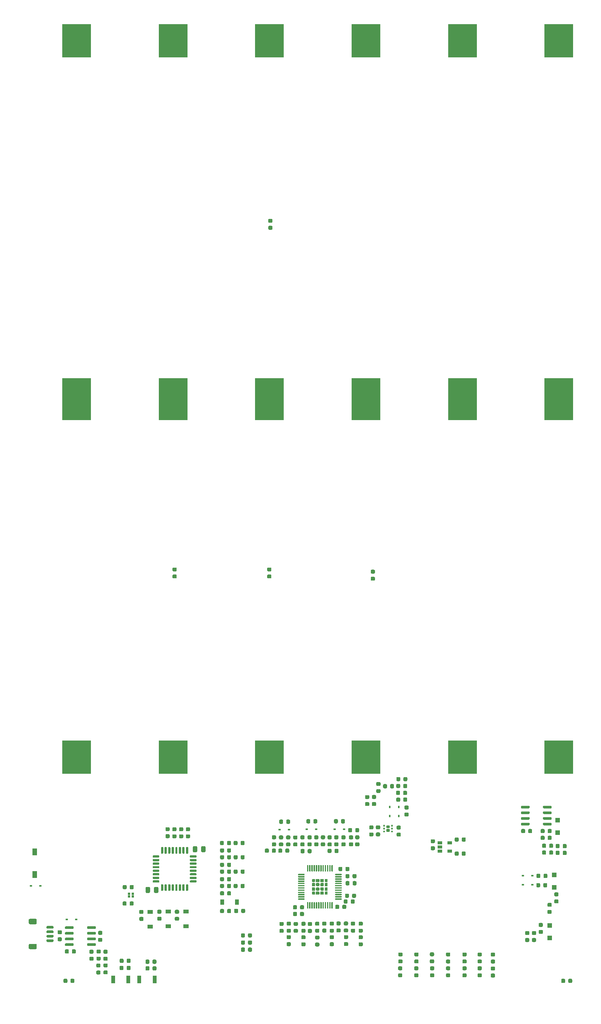
<source format=gbr>
G04 #@! TF.GenerationSoftware,KiCad,Pcbnew,(5.1.8)-1*
G04 #@! TF.CreationDate,2020-11-22T12:56:38-03:30*
G04 #@! TF.ProjectId,chum-bucket,6368756d-2d62-4756-936b-65742e6b6963,rev?*
G04 #@! TF.SameCoordinates,Original*
G04 #@! TF.FileFunction,Paste,Top*
G04 #@! TF.FilePolarity,Positive*
%FSLAX46Y46*%
G04 Gerber Fmt 4.6, Leading zero omitted, Abs format (unit mm)*
G04 Created by KiCad (PCBNEW (5.1.8)-1) date 2020-11-22 12:56:38*
%MOMM*%
%LPD*%
G01*
G04 APERTURE LIST*
%ADD10C,0.100000*%
%ADD11R,1.200000X0.900000*%
%ADD12R,6.470000X7.460000*%
%ADD13R,0.600000X0.450000*%
%ADD14R,0.450000X0.600000*%
%ADD15R,0.900000X1.200000*%
%ADD16R,0.900000X1.700000*%
%ADD17R,1.000000X1.600000*%
%ADD18R,1.060000X0.650000*%
%ADD19R,0.520000X0.470000*%
%ADD20R,1.100000X1.100000*%
G04 APERTURE END LIST*
D10*
G36*
X145501640Y-227197241D02*
G01*
X145497276Y-227211626D01*
X145490190Y-227224884D01*
X145480653Y-227236504D01*
X145417127Y-227300030D01*
X145405507Y-227309567D01*
X145392249Y-227316653D01*
X145377864Y-227321017D01*
X145362904Y-227322490D01*
X144837096Y-227322490D01*
X144822136Y-227321017D01*
X144807751Y-227316653D01*
X144794493Y-227309567D01*
X144782873Y-227300030D01*
X144719347Y-227236504D01*
X144709810Y-227224884D01*
X144702724Y-227211626D01*
X144698360Y-227197241D01*
X144696887Y-227182281D01*
X144696887Y-226754193D01*
X144698360Y-226739233D01*
X144702724Y-226724848D01*
X144709810Y-226711590D01*
X144719347Y-226699970D01*
X144730967Y-226690433D01*
X144744225Y-226683347D01*
X144758610Y-226678983D01*
X144773570Y-226677510D01*
X145426430Y-226677510D01*
X145441390Y-226678983D01*
X145455775Y-226683347D01*
X145469033Y-226690433D01*
X145480653Y-226699970D01*
X145490190Y-226711590D01*
X145497276Y-226724848D01*
X145501640Y-226739233D01*
X145503113Y-226754193D01*
X145503113Y-227182281D01*
X145501640Y-227197241D01*
G37*
G36*
G01*
X144898443Y-227496887D02*
X145301557Y-227496887D01*
G75*
G02*
X145503113Y-227698443I0J-201556D01*
G01*
X145503113Y-228101557D01*
G75*
G02*
X145301557Y-228303113I-201556J0D01*
G01*
X144898443Y-228303113D01*
G75*
G02*
X144696887Y-228101557I0J201556D01*
G01*
X144696887Y-227698443D01*
G75*
G02*
X144898443Y-227496887I201556J0D01*
G01*
G37*
G36*
G01*
X148100000Y-226500000D02*
X149425000Y-226500000D01*
G75*
G02*
X149500000Y-226575000I0J-75000D01*
G01*
X149500000Y-226725000D01*
G75*
G02*
X149425000Y-226800000I-75000J0D01*
G01*
X148100000Y-226800000D01*
G75*
G02*
X148025000Y-226725000I0J75000D01*
G01*
X148025000Y-226575000D01*
G75*
G02*
X148100000Y-226500000I75000J0D01*
G01*
G37*
G36*
G01*
X148100000Y-227000000D02*
X149425000Y-227000000D01*
G75*
G02*
X149500000Y-227075000I0J-75000D01*
G01*
X149500000Y-227225000D01*
G75*
G02*
X149425000Y-227300000I-75000J0D01*
G01*
X148100000Y-227300000D01*
G75*
G02*
X148025000Y-227225000I0J75000D01*
G01*
X148025000Y-227075000D01*
G75*
G02*
X148100000Y-227000000I75000J0D01*
G01*
G37*
G36*
G01*
X148100000Y-228000000D02*
X149425000Y-228000000D01*
G75*
G02*
X149500000Y-228075000I0J-75000D01*
G01*
X149500000Y-228225000D01*
G75*
G02*
X149425000Y-228300000I-75000J0D01*
G01*
X148100000Y-228300000D01*
G75*
G02*
X148025000Y-228225000I0J75000D01*
G01*
X148025000Y-228075000D01*
G75*
G02*
X148100000Y-228000000I75000J0D01*
G01*
G37*
G36*
G01*
X148100000Y-231000000D02*
X149425000Y-231000000D01*
G75*
G02*
X149500000Y-231075000I0J-75000D01*
G01*
X149500000Y-231225000D01*
G75*
G02*
X149425000Y-231300000I-75000J0D01*
G01*
X148100000Y-231300000D01*
G75*
G02*
X148025000Y-231225000I0J75000D01*
G01*
X148025000Y-231075000D01*
G75*
G02*
X148100000Y-231000000I75000J0D01*
G01*
G37*
G36*
X143520753Y-227174861D02*
G01*
X143515610Y-227191816D01*
X143507258Y-227207443D01*
X143496017Y-227221139D01*
X143421139Y-227296017D01*
X143407443Y-227307258D01*
X143391816Y-227315610D01*
X143374861Y-227320753D01*
X143357228Y-227322490D01*
X142967894Y-227322490D01*
X142950261Y-227320753D01*
X142933306Y-227315610D01*
X142917679Y-227307258D01*
X142903983Y-227296017D01*
X142892742Y-227282321D01*
X142884390Y-227266694D01*
X142879247Y-227249739D01*
X142877510Y-227232106D01*
X142877510Y-226767894D01*
X142879247Y-226750261D01*
X142884390Y-226733306D01*
X142892742Y-226717679D01*
X142903983Y-226703983D01*
X142917679Y-226692742D01*
X142933306Y-226684390D01*
X142950261Y-226679247D01*
X142967894Y-226677510D01*
X143432106Y-226677510D01*
X143449739Y-226679247D01*
X143466694Y-226684390D01*
X143482321Y-226692742D01*
X143496017Y-226703983D01*
X143507258Y-226717679D01*
X143515610Y-226733306D01*
X143520753Y-226750261D01*
X143522490Y-226767894D01*
X143522490Y-227157228D01*
X143520753Y-227174861D01*
G37*
G36*
X143521017Y-228177864D02*
G01*
X143516653Y-228192249D01*
X143509567Y-228205507D01*
X143500030Y-228217127D01*
X143436504Y-228280653D01*
X143424884Y-228290190D01*
X143411626Y-228297276D01*
X143397241Y-228301640D01*
X143382281Y-228303113D01*
X142954193Y-228303113D01*
X142939233Y-228301640D01*
X142924848Y-228297276D01*
X142911590Y-228290190D01*
X142899970Y-228280653D01*
X142890433Y-228269033D01*
X142883347Y-228255775D01*
X142878983Y-228241390D01*
X142877510Y-228226430D01*
X142877510Y-227573570D01*
X142878983Y-227558610D01*
X142883347Y-227544225D01*
X142890433Y-227530967D01*
X142899970Y-227519347D01*
X142911590Y-227509810D01*
X142924848Y-227502724D01*
X142939233Y-227498360D01*
X142954193Y-227496887D01*
X143382281Y-227496887D01*
X143397241Y-227498360D01*
X143411626Y-227502724D01*
X143424884Y-227509810D01*
X143436504Y-227519347D01*
X143500030Y-227582873D01*
X143509567Y-227594493D01*
X143516653Y-227607751D01*
X143521017Y-227622136D01*
X143522490Y-227637096D01*
X143522490Y-228162904D01*
X143521017Y-228177864D01*
G37*
G36*
X145501640Y-230060767D02*
G01*
X145497276Y-230075152D01*
X145490190Y-230088410D01*
X145480653Y-230100030D01*
X145469033Y-230109567D01*
X145455775Y-230116653D01*
X145441390Y-230121017D01*
X145426430Y-230122490D01*
X144773570Y-230122490D01*
X144758610Y-230121017D01*
X144744225Y-230116653D01*
X144730967Y-230109567D01*
X144719347Y-230100030D01*
X144709810Y-230088410D01*
X144702724Y-230075152D01*
X144698360Y-230060767D01*
X144696887Y-230045807D01*
X144696887Y-229617719D01*
X144698360Y-229602759D01*
X144702724Y-229588374D01*
X144709810Y-229575116D01*
X144719347Y-229563496D01*
X144782873Y-229499970D01*
X144794493Y-229490433D01*
X144807751Y-229483347D01*
X144822136Y-229478983D01*
X144837096Y-229477510D01*
X145362904Y-229477510D01*
X145377864Y-229478983D01*
X145392249Y-229483347D01*
X145405507Y-229490433D01*
X145417127Y-229499970D01*
X145480653Y-229563496D01*
X145490190Y-229575116D01*
X145497276Y-229588374D01*
X145501640Y-229602759D01*
X145503113Y-229617719D01*
X145503113Y-230045807D01*
X145501640Y-230060767D01*
G37*
G36*
G01*
X148100000Y-230000000D02*
X149425000Y-230000000D01*
G75*
G02*
X149500000Y-230075000I0J-75000D01*
G01*
X149500000Y-230225000D01*
G75*
G02*
X149425000Y-230300000I-75000J0D01*
G01*
X148100000Y-230300000D01*
G75*
G02*
X148025000Y-230225000I0J75000D01*
G01*
X148025000Y-230075000D01*
G75*
G02*
X148100000Y-230000000I75000J0D01*
G01*
G37*
G36*
X146321017Y-229241390D02*
G01*
X146316653Y-229255775D01*
X146309567Y-229269033D01*
X146300030Y-229280653D01*
X146288410Y-229290190D01*
X146275152Y-229297276D01*
X146260767Y-229301640D01*
X146245807Y-229303113D01*
X145817719Y-229303113D01*
X145802759Y-229301640D01*
X145788374Y-229297276D01*
X145775116Y-229290190D01*
X145763496Y-229280653D01*
X145699970Y-229217127D01*
X145690433Y-229205507D01*
X145683347Y-229192249D01*
X145678983Y-229177864D01*
X145677510Y-229162904D01*
X145677510Y-228637096D01*
X145678983Y-228622136D01*
X145683347Y-228607751D01*
X145690433Y-228594493D01*
X145699970Y-228582873D01*
X145763496Y-228519347D01*
X145775116Y-228509810D01*
X145788374Y-228502724D01*
X145802759Y-228498360D01*
X145817719Y-228496887D01*
X146245807Y-228496887D01*
X146260767Y-228498360D01*
X146275152Y-228502724D01*
X146288410Y-228509810D01*
X146300030Y-228519347D01*
X146309567Y-228530967D01*
X146316653Y-228544225D01*
X146321017Y-228558610D01*
X146322490Y-228573570D01*
X146322490Y-229226430D01*
X146321017Y-229241390D01*
G37*
G36*
G01*
X143898443Y-227496887D02*
X144301557Y-227496887D01*
G75*
G02*
X144503113Y-227698443I0J-201556D01*
G01*
X144503113Y-228101557D01*
G75*
G02*
X144301557Y-228303113I-201556J0D01*
G01*
X143898443Y-228303113D01*
G75*
G02*
X143696887Y-228101557I0J201556D01*
G01*
X143696887Y-227698443D01*
G75*
G02*
X143898443Y-227496887I201556J0D01*
G01*
G37*
G36*
G01*
X148100000Y-228500000D02*
X149425000Y-228500000D01*
G75*
G02*
X149500000Y-228575000I0J-75000D01*
G01*
X149500000Y-228725000D01*
G75*
G02*
X149425000Y-228800000I-75000J0D01*
G01*
X148100000Y-228800000D01*
G75*
G02*
X148025000Y-228725000I0J75000D01*
G01*
X148025000Y-228575000D01*
G75*
G02*
X148100000Y-228500000I75000J0D01*
G01*
G37*
G36*
X146320753Y-227249739D02*
G01*
X146315610Y-227266694D01*
X146307258Y-227282321D01*
X146296017Y-227296017D01*
X146282321Y-227307258D01*
X146266694Y-227315610D01*
X146249739Y-227320753D01*
X146232106Y-227322490D01*
X145842772Y-227322490D01*
X145825139Y-227320753D01*
X145808184Y-227315610D01*
X145792557Y-227307258D01*
X145778861Y-227296017D01*
X145703983Y-227221139D01*
X145692742Y-227207443D01*
X145684390Y-227191816D01*
X145679247Y-227174861D01*
X145677510Y-227157228D01*
X145677510Y-226767894D01*
X145679247Y-226750261D01*
X145684390Y-226733306D01*
X145692742Y-226717679D01*
X145703983Y-226703983D01*
X145717679Y-226692742D01*
X145733306Y-226684390D01*
X145750261Y-226679247D01*
X145767894Y-226677510D01*
X146232106Y-226677510D01*
X146249739Y-226679247D01*
X146266694Y-226684390D01*
X146282321Y-226692742D01*
X146296017Y-226703983D01*
X146307258Y-226717679D01*
X146315610Y-226733306D01*
X146320753Y-226750261D01*
X146322490Y-226767894D01*
X146322490Y-227232106D01*
X146320753Y-227249739D01*
G37*
G36*
X144501640Y-227197241D02*
G01*
X144497276Y-227211626D01*
X144490190Y-227224884D01*
X144480653Y-227236504D01*
X144417127Y-227300030D01*
X144405507Y-227309567D01*
X144392249Y-227316653D01*
X144377864Y-227321017D01*
X144362904Y-227322490D01*
X143837096Y-227322490D01*
X143822136Y-227321017D01*
X143807751Y-227316653D01*
X143794493Y-227309567D01*
X143782873Y-227300030D01*
X143719347Y-227236504D01*
X143709810Y-227224884D01*
X143702724Y-227211626D01*
X143698360Y-227197241D01*
X143696887Y-227182281D01*
X143696887Y-226754193D01*
X143698360Y-226739233D01*
X143702724Y-226724848D01*
X143709810Y-226711590D01*
X143719347Y-226699970D01*
X143730967Y-226690433D01*
X143744225Y-226683347D01*
X143758610Y-226678983D01*
X143773570Y-226677510D01*
X144426430Y-226677510D01*
X144441390Y-226678983D01*
X144455775Y-226683347D01*
X144469033Y-226690433D01*
X144480653Y-226699970D01*
X144490190Y-226711590D01*
X144497276Y-226724848D01*
X144501640Y-226739233D01*
X144503113Y-226754193D01*
X144503113Y-227182281D01*
X144501640Y-227197241D01*
G37*
G36*
G01*
X148100000Y-227500000D02*
X149425000Y-227500000D01*
G75*
G02*
X149500000Y-227575000I0J-75000D01*
G01*
X149500000Y-227725000D01*
G75*
G02*
X149425000Y-227800000I-75000J0D01*
G01*
X148100000Y-227800000D01*
G75*
G02*
X148025000Y-227725000I0J75000D01*
G01*
X148025000Y-227575000D01*
G75*
G02*
X148100000Y-227500000I75000J0D01*
G01*
G37*
G36*
G01*
X148100000Y-226000000D02*
X149425000Y-226000000D01*
G75*
G02*
X149500000Y-226075000I0J-75000D01*
G01*
X149500000Y-226225000D01*
G75*
G02*
X149425000Y-226300000I-75000J0D01*
G01*
X148100000Y-226300000D01*
G75*
G02*
X148025000Y-226225000I0J75000D01*
G01*
X148025000Y-226075000D01*
G75*
G02*
X148100000Y-226000000I75000J0D01*
G01*
G37*
G36*
X143520753Y-230049739D02*
G01*
X143515610Y-230066694D01*
X143507258Y-230082321D01*
X143496017Y-230096017D01*
X143482321Y-230107258D01*
X143466694Y-230115610D01*
X143449739Y-230120753D01*
X143432106Y-230122490D01*
X142967894Y-230122490D01*
X142950261Y-230120753D01*
X142933306Y-230115610D01*
X142917679Y-230107258D01*
X142903983Y-230096017D01*
X142892742Y-230082321D01*
X142884390Y-230066694D01*
X142879247Y-230049739D01*
X142877510Y-230032106D01*
X142877510Y-229567894D01*
X142879247Y-229550261D01*
X142884390Y-229533306D01*
X142892742Y-229517679D01*
X142903983Y-229503983D01*
X142917679Y-229492742D01*
X142933306Y-229484390D01*
X142950261Y-229479247D01*
X142967894Y-229477510D01*
X143357228Y-229477510D01*
X143374861Y-229479247D01*
X143391816Y-229484390D01*
X143407443Y-229492742D01*
X143421139Y-229503983D01*
X143496017Y-229578861D01*
X143507258Y-229592557D01*
X143515610Y-229608184D01*
X143520753Y-229625139D01*
X143522490Y-229642772D01*
X143522490Y-230032106D01*
X143520753Y-230049739D01*
G37*
G36*
X146320753Y-230049739D02*
G01*
X146315610Y-230066694D01*
X146307258Y-230082321D01*
X146296017Y-230096017D01*
X146282321Y-230107258D01*
X146266694Y-230115610D01*
X146249739Y-230120753D01*
X146232106Y-230122490D01*
X145767894Y-230122490D01*
X145750261Y-230120753D01*
X145733306Y-230115610D01*
X145717679Y-230107258D01*
X145703983Y-230096017D01*
X145692742Y-230082321D01*
X145684390Y-230066694D01*
X145679247Y-230049739D01*
X145677510Y-230032106D01*
X145677510Y-229642772D01*
X145679247Y-229625139D01*
X145684390Y-229608184D01*
X145692742Y-229592557D01*
X145703983Y-229578861D01*
X145778861Y-229503983D01*
X145792557Y-229492742D01*
X145808184Y-229484390D01*
X145825139Y-229479247D01*
X145842772Y-229477510D01*
X146232106Y-229477510D01*
X146249739Y-229479247D01*
X146266694Y-229484390D01*
X146282321Y-229492742D01*
X146296017Y-229503983D01*
X146307258Y-229517679D01*
X146315610Y-229533306D01*
X146320753Y-229550261D01*
X146322490Y-229567894D01*
X146322490Y-230032106D01*
X146320753Y-230049739D01*
G37*
G36*
X144501640Y-230060767D02*
G01*
X144497276Y-230075152D01*
X144490190Y-230088410D01*
X144480653Y-230100030D01*
X144469033Y-230109567D01*
X144455775Y-230116653D01*
X144441390Y-230121017D01*
X144426430Y-230122490D01*
X143773570Y-230122490D01*
X143758610Y-230121017D01*
X143744225Y-230116653D01*
X143730967Y-230109567D01*
X143719347Y-230100030D01*
X143709810Y-230088410D01*
X143702724Y-230075152D01*
X143698360Y-230060767D01*
X143696887Y-230045807D01*
X143696887Y-229617719D01*
X143698360Y-229602759D01*
X143702724Y-229588374D01*
X143709810Y-229575116D01*
X143719347Y-229563496D01*
X143782873Y-229499970D01*
X143794493Y-229490433D01*
X143807751Y-229483347D01*
X143822136Y-229478983D01*
X143837096Y-229477510D01*
X144362904Y-229477510D01*
X144377864Y-229478983D01*
X144392249Y-229483347D01*
X144405507Y-229490433D01*
X144417127Y-229499970D01*
X144480653Y-229563496D01*
X144490190Y-229575116D01*
X144497276Y-229588374D01*
X144501640Y-229602759D01*
X144503113Y-229617719D01*
X144503113Y-230045807D01*
X144501640Y-230060767D01*
G37*
G36*
G01*
X144898443Y-228496887D02*
X145301557Y-228496887D01*
G75*
G02*
X145503113Y-228698443I0J-201556D01*
G01*
X145503113Y-229101557D01*
G75*
G02*
X145301557Y-229303113I-201556J0D01*
G01*
X144898443Y-229303113D01*
G75*
G02*
X144696887Y-229101557I0J201556D01*
G01*
X144696887Y-228698443D01*
G75*
G02*
X144898443Y-228496887I201556J0D01*
G01*
G37*
G36*
G01*
X148100000Y-230500000D02*
X149425000Y-230500000D01*
G75*
G02*
X149500000Y-230575000I0J-75000D01*
G01*
X149500000Y-230725000D01*
G75*
G02*
X149425000Y-230800000I-75000J0D01*
G01*
X148100000Y-230800000D01*
G75*
G02*
X148025000Y-230725000I0J75000D01*
G01*
X148025000Y-230575000D01*
G75*
G02*
X148100000Y-230500000I75000J0D01*
G01*
G37*
G36*
G01*
X148100000Y-229000000D02*
X149425000Y-229000000D01*
G75*
G02*
X149500000Y-229075000I0J-75000D01*
G01*
X149500000Y-229225000D01*
G75*
G02*
X149425000Y-229300000I-75000J0D01*
G01*
X148100000Y-229300000D01*
G75*
G02*
X148025000Y-229225000I0J75000D01*
G01*
X148025000Y-229075000D01*
G75*
G02*
X148100000Y-229000000I75000J0D01*
G01*
G37*
G36*
G01*
X148100000Y-229500000D02*
X149425000Y-229500000D01*
G75*
G02*
X149500000Y-229575000I0J-75000D01*
G01*
X149500000Y-229725000D01*
G75*
G02*
X149425000Y-229800000I-75000J0D01*
G01*
X148100000Y-229800000D01*
G75*
G02*
X148025000Y-229725000I0J75000D01*
G01*
X148025000Y-229575000D01*
G75*
G02*
X148100000Y-229500000I75000J0D01*
G01*
G37*
G36*
G01*
X148100000Y-225500000D02*
X149425000Y-225500000D01*
G75*
G02*
X149500000Y-225575000I0J-75000D01*
G01*
X149500000Y-225725000D01*
G75*
G02*
X149425000Y-225800000I-75000J0D01*
G01*
X148100000Y-225800000D01*
G75*
G02*
X148025000Y-225725000I0J75000D01*
G01*
X148025000Y-225575000D01*
G75*
G02*
X148100000Y-225500000I75000J0D01*
G01*
G37*
G36*
G01*
X143898443Y-228496887D02*
X144301557Y-228496887D01*
G75*
G02*
X144503113Y-228698443I0J-201556D01*
G01*
X144503113Y-229101557D01*
G75*
G02*
X144301557Y-229303113I-201556J0D01*
G01*
X143898443Y-229303113D01*
G75*
G02*
X143696887Y-229101557I0J201556D01*
G01*
X143696887Y-228698443D01*
G75*
G02*
X143898443Y-228496887I201556J0D01*
G01*
G37*
G36*
X143521017Y-229177864D02*
G01*
X143516653Y-229192249D01*
X143509567Y-229205507D01*
X143500030Y-229217127D01*
X143436504Y-229280653D01*
X143424884Y-229290190D01*
X143411626Y-229297276D01*
X143397241Y-229301640D01*
X143382281Y-229303113D01*
X142954193Y-229303113D01*
X142939233Y-229301640D01*
X142924848Y-229297276D01*
X142911590Y-229290190D01*
X142899970Y-229280653D01*
X142890433Y-229269033D01*
X142883347Y-229255775D01*
X142878983Y-229241390D01*
X142877510Y-229226430D01*
X142877510Y-228573570D01*
X142878983Y-228558610D01*
X142883347Y-228544225D01*
X142890433Y-228530967D01*
X142899970Y-228519347D01*
X142911590Y-228509810D01*
X142924848Y-228502724D01*
X142939233Y-228498360D01*
X142954193Y-228496887D01*
X143382281Y-228496887D01*
X143397241Y-228498360D01*
X143411626Y-228502724D01*
X143424884Y-228509810D01*
X143436504Y-228519347D01*
X143500030Y-228582873D01*
X143509567Y-228594493D01*
X143516653Y-228607751D01*
X143521017Y-228622136D01*
X143522490Y-228637096D01*
X143522490Y-229162904D01*
X143521017Y-229177864D01*
G37*
G36*
X146321017Y-228241390D02*
G01*
X146316653Y-228255775D01*
X146309567Y-228269033D01*
X146300030Y-228280653D01*
X146288410Y-228290190D01*
X146275152Y-228297276D01*
X146260767Y-228301640D01*
X146245807Y-228303113D01*
X145817719Y-228303113D01*
X145802759Y-228301640D01*
X145788374Y-228297276D01*
X145775116Y-228290190D01*
X145763496Y-228280653D01*
X145699970Y-228217127D01*
X145690433Y-228205507D01*
X145683347Y-228192249D01*
X145678983Y-228177864D01*
X145677510Y-228162904D01*
X145677510Y-227637096D01*
X145678983Y-227622136D01*
X145683347Y-227607751D01*
X145690433Y-227594493D01*
X145699970Y-227582873D01*
X145763496Y-227519347D01*
X145775116Y-227509810D01*
X145788374Y-227502724D01*
X145802759Y-227498360D01*
X145817719Y-227496887D01*
X146245807Y-227496887D01*
X146260767Y-227498360D01*
X146275152Y-227502724D01*
X146288410Y-227509810D01*
X146300030Y-227519347D01*
X146309567Y-227530967D01*
X146316653Y-227544225D01*
X146321017Y-227558610D01*
X146322490Y-227573570D01*
X146322490Y-228226430D01*
X146321017Y-228241390D01*
G37*
G36*
G01*
X139775000Y-228000000D02*
X141100000Y-228000000D01*
G75*
G02*
X141175000Y-228075000I0J-75000D01*
G01*
X141175000Y-228225000D01*
G75*
G02*
X141100000Y-228300000I-75000J0D01*
G01*
X139775000Y-228300000D01*
G75*
G02*
X139700000Y-228225000I0J75000D01*
G01*
X139700000Y-228075000D01*
G75*
G02*
X139775000Y-228000000I75000J0D01*
G01*
G37*
G36*
G01*
X141775000Y-231825000D02*
X141925000Y-231825000D01*
G75*
G02*
X142000000Y-231900000I0J-75000D01*
G01*
X142000000Y-233225000D01*
G75*
G02*
X141925000Y-233300000I-75000J0D01*
G01*
X141775000Y-233300000D01*
G75*
G02*
X141700000Y-233225000I0J75000D01*
G01*
X141700000Y-231900000D01*
G75*
G02*
X141775000Y-231825000I75000J0D01*
G01*
G37*
G36*
G01*
X143775000Y-231825000D02*
X143925000Y-231825000D01*
G75*
G02*
X144000000Y-231900000I0J-75000D01*
G01*
X144000000Y-233225000D01*
G75*
G02*
X143925000Y-233300000I-75000J0D01*
G01*
X143775000Y-233300000D01*
G75*
G02*
X143700000Y-233225000I0J75000D01*
G01*
X143700000Y-231900000D01*
G75*
G02*
X143775000Y-231825000I75000J0D01*
G01*
G37*
G36*
G01*
X142775000Y-231825000D02*
X142925000Y-231825000D01*
G75*
G02*
X143000000Y-231900000I0J-75000D01*
G01*
X143000000Y-233225000D01*
G75*
G02*
X142925000Y-233300000I-75000J0D01*
G01*
X142775000Y-233300000D01*
G75*
G02*
X142700000Y-233225000I0J75000D01*
G01*
X142700000Y-231900000D01*
G75*
G02*
X142775000Y-231825000I75000J0D01*
G01*
G37*
G36*
G01*
X142275000Y-231825000D02*
X142425000Y-231825000D01*
G75*
G02*
X142500000Y-231900000I0J-75000D01*
G01*
X142500000Y-233225000D01*
G75*
G02*
X142425000Y-233300000I-75000J0D01*
G01*
X142275000Y-233300000D01*
G75*
G02*
X142200000Y-233225000I0J75000D01*
G01*
X142200000Y-231900000D01*
G75*
G02*
X142275000Y-231825000I75000J0D01*
G01*
G37*
G36*
G01*
X139775000Y-228500000D02*
X141100000Y-228500000D01*
G75*
G02*
X141175000Y-228575000I0J-75000D01*
G01*
X141175000Y-228725000D01*
G75*
G02*
X141100000Y-228800000I-75000J0D01*
G01*
X139775000Y-228800000D01*
G75*
G02*
X139700000Y-228725000I0J75000D01*
G01*
X139700000Y-228575000D01*
G75*
G02*
X139775000Y-228500000I75000J0D01*
G01*
G37*
G36*
G01*
X139775000Y-230500000D02*
X141100000Y-230500000D01*
G75*
G02*
X141175000Y-230575000I0J-75000D01*
G01*
X141175000Y-230725000D01*
G75*
G02*
X141100000Y-230800000I-75000J0D01*
G01*
X139775000Y-230800000D01*
G75*
G02*
X139700000Y-230725000I0J75000D01*
G01*
X139700000Y-230575000D01*
G75*
G02*
X139775000Y-230500000I75000J0D01*
G01*
G37*
G36*
G01*
X139775000Y-230000000D02*
X141100000Y-230000000D01*
G75*
G02*
X141175000Y-230075000I0J-75000D01*
G01*
X141175000Y-230225000D01*
G75*
G02*
X141100000Y-230300000I-75000J0D01*
G01*
X139775000Y-230300000D01*
G75*
G02*
X139700000Y-230225000I0J75000D01*
G01*
X139700000Y-230075000D01*
G75*
G02*
X139775000Y-230000000I75000J0D01*
G01*
G37*
G36*
G01*
X139775000Y-229500000D02*
X141100000Y-229500000D01*
G75*
G02*
X141175000Y-229575000I0J-75000D01*
G01*
X141175000Y-229725000D01*
G75*
G02*
X141100000Y-229800000I-75000J0D01*
G01*
X139775000Y-229800000D01*
G75*
G02*
X139700000Y-229725000I0J75000D01*
G01*
X139700000Y-229575000D01*
G75*
G02*
X139775000Y-229500000I75000J0D01*
G01*
G37*
G36*
G01*
X139775000Y-229000000D02*
X141100000Y-229000000D01*
G75*
G02*
X141175000Y-229075000I0J-75000D01*
G01*
X141175000Y-229225000D01*
G75*
G02*
X141100000Y-229300000I-75000J0D01*
G01*
X139775000Y-229300000D01*
G75*
G02*
X139700000Y-229225000I0J75000D01*
G01*
X139700000Y-229075000D01*
G75*
G02*
X139775000Y-229000000I75000J0D01*
G01*
G37*
G36*
G01*
X139775000Y-227500000D02*
X141100000Y-227500000D01*
G75*
G02*
X141175000Y-227575000I0J-75000D01*
G01*
X141175000Y-227725000D01*
G75*
G02*
X141100000Y-227800000I-75000J0D01*
G01*
X139775000Y-227800000D01*
G75*
G02*
X139700000Y-227725000I0J75000D01*
G01*
X139700000Y-227575000D01*
G75*
G02*
X139775000Y-227500000I75000J0D01*
G01*
G37*
G36*
G01*
X141775000Y-223500000D02*
X141925000Y-223500000D01*
G75*
G02*
X142000000Y-223575000I0J-75000D01*
G01*
X142000000Y-224900000D01*
G75*
G02*
X141925000Y-224975000I-75000J0D01*
G01*
X141775000Y-224975000D01*
G75*
G02*
X141700000Y-224900000I0J75000D01*
G01*
X141700000Y-223575000D01*
G75*
G02*
X141775000Y-223500000I75000J0D01*
G01*
G37*
G36*
G01*
X144275000Y-223500000D02*
X144425000Y-223500000D01*
G75*
G02*
X144500000Y-223575000I0J-75000D01*
G01*
X144500000Y-224900000D01*
G75*
G02*
X144425000Y-224975000I-75000J0D01*
G01*
X144275000Y-224975000D01*
G75*
G02*
X144200000Y-224900000I0J75000D01*
G01*
X144200000Y-223575000D01*
G75*
G02*
X144275000Y-223500000I75000J0D01*
G01*
G37*
G36*
G01*
X142775000Y-223500000D02*
X142925000Y-223500000D01*
G75*
G02*
X143000000Y-223575000I0J-75000D01*
G01*
X143000000Y-224900000D01*
G75*
G02*
X142925000Y-224975000I-75000J0D01*
G01*
X142775000Y-224975000D01*
G75*
G02*
X142700000Y-224900000I0J75000D01*
G01*
X142700000Y-223575000D01*
G75*
G02*
X142775000Y-223500000I75000J0D01*
G01*
G37*
G36*
G01*
X144775000Y-223500000D02*
X144925000Y-223500000D01*
G75*
G02*
X145000000Y-223575000I0J-75000D01*
G01*
X145000000Y-224900000D01*
G75*
G02*
X144925000Y-224975000I-75000J0D01*
G01*
X144775000Y-224975000D01*
G75*
G02*
X144700000Y-224900000I0J75000D01*
G01*
X144700000Y-223575000D01*
G75*
G02*
X144775000Y-223500000I75000J0D01*
G01*
G37*
G36*
G01*
X146275000Y-231825000D02*
X146425000Y-231825000D01*
G75*
G02*
X146500000Y-231900000I0J-75000D01*
G01*
X146500000Y-233225000D01*
G75*
G02*
X146425000Y-233300000I-75000J0D01*
G01*
X146275000Y-233300000D01*
G75*
G02*
X146200000Y-233225000I0J75000D01*
G01*
X146200000Y-231900000D01*
G75*
G02*
X146275000Y-231825000I75000J0D01*
G01*
G37*
G36*
G01*
X139775000Y-227000000D02*
X141100000Y-227000000D01*
G75*
G02*
X141175000Y-227075000I0J-75000D01*
G01*
X141175000Y-227225000D01*
G75*
G02*
X141100000Y-227300000I-75000J0D01*
G01*
X139775000Y-227300000D01*
G75*
G02*
X139700000Y-227225000I0J75000D01*
G01*
X139700000Y-227075000D01*
G75*
G02*
X139775000Y-227000000I75000J0D01*
G01*
G37*
G36*
G01*
X144775000Y-231825000D02*
X144925000Y-231825000D01*
G75*
G02*
X145000000Y-231900000I0J-75000D01*
G01*
X145000000Y-233225000D01*
G75*
G02*
X144925000Y-233300000I-75000J0D01*
G01*
X144775000Y-233300000D01*
G75*
G02*
X144700000Y-233225000I0J75000D01*
G01*
X144700000Y-231900000D01*
G75*
G02*
X144775000Y-231825000I75000J0D01*
G01*
G37*
G36*
G01*
X143275000Y-231825000D02*
X143425000Y-231825000D01*
G75*
G02*
X143500000Y-231900000I0J-75000D01*
G01*
X143500000Y-233225000D01*
G75*
G02*
X143425000Y-233300000I-75000J0D01*
G01*
X143275000Y-233300000D01*
G75*
G02*
X143200000Y-233225000I0J75000D01*
G01*
X143200000Y-231900000D01*
G75*
G02*
X143275000Y-231825000I75000J0D01*
G01*
G37*
G36*
G01*
X146275000Y-223500000D02*
X146425000Y-223500000D01*
G75*
G02*
X146500000Y-223575000I0J-75000D01*
G01*
X146500000Y-224900000D01*
G75*
G02*
X146425000Y-224975000I-75000J0D01*
G01*
X146275000Y-224975000D01*
G75*
G02*
X146200000Y-224900000I0J75000D01*
G01*
X146200000Y-223575000D01*
G75*
G02*
X146275000Y-223500000I75000J0D01*
G01*
G37*
G36*
G01*
X139775000Y-226000000D02*
X141100000Y-226000000D01*
G75*
G02*
X141175000Y-226075000I0J-75000D01*
G01*
X141175000Y-226225000D01*
G75*
G02*
X141100000Y-226300000I-75000J0D01*
G01*
X139775000Y-226300000D01*
G75*
G02*
X139700000Y-226225000I0J75000D01*
G01*
X139700000Y-226075000D01*
G75*
G02*
X139775000Y-226000000I75000J0D01*
G01*
G37*
G36*
G01*
X139775000Y-225500000D02*
X141100000Y-225500000D01*
G75*
G02*
X141175000Y-225575000I0J-75000D01*
G01*
X141175000Y-225725000D01*
G75*
G02*
X141100000Y-225800000I-75000J0D01*
G01*
X139775000Y-225800000D01*
G75*
G02*
X139700000Y-225725000I0J75000D01*
G01*
X139700000Y-225575000D01*
G75*
G02*
X139775000Y-225500000I75000J0D01*
G01*
G37*
G36*
G01*
X145775000Y-223500000D02*
X145925000Y-223500000D01*
G75*
G02*
X146000000Y-223575000I0J-75000D01*
G01*
X146000000Y-224900000D01*
G75*
G02*
X145925000Y-224975000I-75000J0D01*
G01*
X145775000Y-224975000D01*
G75*
G02*
X145700000Y-224900000I0J75000D01*
G01*
X145700000Y-223575000D01*
G75*
G02*
X145775000Y-223500000I75000J0D01*
G01*
G37*
G36*
G01*
X147275000Y-231825000D02*
X147425000Y-231825000D01*
G75*
G02*
X147500000Y-231900000I0J-75000D01*
G01*
X147500000Y-233225000D01*
G75*
G02*
X147425000Y-233300000I-75000J0D01*
G01*
X147275000Y-233300000D01*
G75*
G02*
X147200000Y-233225000I0J75000D01*
G01*
X147200000Y-231900000D01*
G75*
G02*
X147275000Y-231825000I75000J0D01*
G01*
G37*
G36*
G01*
X143775000Y-223500000D02*
X143925000Y-223500000D01*
G75*
G02*
X144000000Y-223575000I0J-75000D01*
G01*
X144000000Y-224900000D01*
G75*
G02*
X143925000Y-224975000I-75000J0D01*
G01*
X143775000Y-224975000D01*
G75*
G02*
X143700000Y-224900000I0J75000D01*
G01*
X143700000Y-223575000D01*
G75*
G02*
X143775000Y-223500000I75000J0D01*
G01*
G37*
G36*
G01*
X146775000Y-231825000D02*
X146925000Y-231825000D01*
G75*
G02*
X147000000Y-231900000I0J-75000D01*
G01*
X147000000Y-233225000D01*
G75*
G02*
X146925000Y-233300000I-75000J0D01*
G01*
X146775000Y-233300000D01*
G75*
G02*
X146700000Y-233225000I0J75000D01*
G01*
X146700000Y-231900000D01*
G75*
G02*
X146775000Y-231825000I75000J0D01*
G01*
G37*
G36*
G01*
X146775000Y-223500000D02*
X146925000Y-223500000D01*
G75*
G02*
X147000000Y-223575000I0J-75000D01*
G01*
X147000000Y-224900000D01*
G75*
G02*
X146925000Y-224975000I-75000J0D01*
G01*
X146775000Y-224975000D01*
G75*
G02*
X146700000Y-224900000I0J75000D01*
G01*
X146700000Y-223575000D01*
G75*
G02*
X146775000Y-223500000I75000J0D01*
G01*
G37*
G36*
G01*
X145275000Y-231825000D02*
X145425000Y-231825000D01*
G75*
G02*
X145500000Y-231900000I0J-75000D01*
G01*
X145500000Y-233225000D01*
G75*
G02*
X145425000Y-233300000I-75000J0D01*
G01*
X145275000Y-233300000D01*
G75*
G02*
X145200000Y-233225000I0J75000D01*
G01*
X145200000Y-231900000D01*
G75*
G02*
X145275000Y-231825000I75000J0D01*
G01*
G37*
G36*
G01*
X139775000Y-226500000D02*
X141100000Y-226500000D01*
G75*
G02*
X141175000Y-226575000I0J-75000D01*
G01*
X141175000Y-226725000D01*
G75*
G02*
X141100000Y-226800000I-75000J0D01*
G01*
X139775000Y-226800000D01*
G75*
G02*
X139700000Y-226725000I0J75000D01*
G01*
X139700000Y-226575000D01*
G75*
G02*
X139775000Y-226500000I75000J0D01*
G01*
G37*
G36*
G01*
X147275000Y-223500000D02*
X147425000Y-223500000D01*
G75*
G02*
X147500000Y-223575000I0J-75000D01*
G01*
X147500000Y-224900000D01*
G75*
G02*
X147425000Y-224975000I-75000J0D01*
G01*
X147275000Y-224975000D01*
G75*
G02*
X147200000Y-224900000I0J75000D01*
G01*
X147200000Y-223575000D01*
G75*
G02*
X147275000Y-223500000I75000J0D01*
G01*
G37*
G36*
G01*
X139775000Y-231000000D02*
X141100000Y-231000000D01*
G75*
G02*
X141175000Y-231075000I0J-75000D01*
G01*
X141175000Y-231225000D01*
G75*
G02*
X141100000Y-231300000I-75000J0D01*
G01*
X139775000Y-231300000D01*
G75*
G02*
X139700000Y-231225000I0J75000D01*
G01*
X139700000Y-231075000D01*
G75*
G02*
X139775000Y-231000000I75000J0D01*
G01*
G37*
G36*
G01*
X145775000Y-231825000D02*
X145925000Y-231825000D01*
G75*
G02*
X146000000Y-231900000I0J-75000D01*
G01*
X146000000Y-233225000D01*
G75*
G02*
X145925000Y-233300000I-75000J0D01*
G01*
X145775000Y-233300000D01*
G75*
G02*
X145700000Y-233225000I0J75000D01*
G01*
X145700000Y-231900000D01*
G75*
G02*
X145775000Y-231825000I75000J0D01*
G01*
G37*
G36*
G01*
X142275000Y-223500000D02*
X142425000Y-223500000D01*
G75*
G02*
X142500000Y-223575000I0J-75000D01*
G01*
X142500000Y-224900000D01*
G75*
G02*
X142425000Y-224975000I-75000J0D01*
G01*
X142275000Y-224975000D01*
G75*
G02*
X142200000Y-224900000I0J75000D01*
G01*
X142200000Y-223575000D01*
G75*
G02*
X142275000Y-223500000I75000J0D01*
G01*
G37*
G36*
G01*
X144275000Y-231825000D02*
X144425000Y-231825000D01*
G75*
G02*
X144500000Y-231900000I0J-75000D01*
G01*
X144500000Y-233225000D01*
G75*
G02*
X144425000Y-233300000I-75000J0D01*
G01*
X144275000Y-233300000D01*
G75*
G02*
X144200000Y-233225000I0J75000D01*
G01*
X144200000Y-231900000D01*
G75*
G02*
X144275000Y-231825000I75000J0D01*
G01*
G37*
G36*
G01*
X143275000Y-223500000D02*
X143425000Y-223500000D01*
G75*
G02*
X143500000Y-223575000I0J-75000D01*
G01*
X143500000Y-224900000D01*
G75*
G02*
X143425000Y-224975000I-75000J0D01*
G01*
X143275000Y-224975000D01*
G75*
G02*
X143200000Y-224900000I0J75000D01*
G01*
X143200000Y-223575000D01*
G75*
G02*
X143275000Y-223500000I75000J0D01*
G01*
G37*
G36*
G01*
X145275000Y-223500000D02*
X145425000Y-223500000D01*
G75*
G02*
X145500000Y-223575000I0J-75000D01*
G01*
X145500000Y-224900000D01*
G75*
G02*
X145425000Y-224975000I-75000J0D01*
G01*
X145275000Y-224975000D01*
G75*
G02*
X145200000Y-224900000I0J75000D01*
G01*
X145200000Y-223575000D01*
G75*
G02*
X145275000Y-223500000I75000J0D01*
G01*
G37*
G36*
G01*
X139450000Y-234243750D02*
X139450000Y-234756250D01*
G75*
G02*
X139231250Y-234975000I-218750J0D01*
G01*
X138793750Y-234975000D01*
G75*
G02*
X138575000Y-234756250I0J218750D01*
G01*
X138575000Y-234243750D01*
G75*
G02*
X138793750Y-234025000I218750J0D01*
G01*
X139231250Y-234025000D01*
G75*
G02*
X139450000Y-234243750I0J-218750D01*
G01*
G37*
G36*
G01*
X141025000Y-234243750D02*
X141025000Y-234756250D01*
G75*
G02*
X140806250Y-234975000I-218750J0D01*
G01*
X140368750Y-234975000D01*
G75*
G02*
X140150000Y-234756250I0J218750D01*
G01*
X140150000Y-234243750D01*
G75*
G02*
X140368750Y-234025000I218750J0D01*
G01*
X140806250Y-234025000D01*
G75*
G02*
X141025000Y-234243750I0J-218750D01*
G01*
G37*
D11*
X106527600Y-234011200D03*
X106527600Y-237311200D03*
G36*
G01*
X108327350Y-235121200D02*
X108839850Y-235121200D01*
G75*
G02*
X109058600Y-235339950I0J-218750D01*
G01*
X109058600Y-235777450D01*
G75*
G02*
X108839850Y-235996200I-218750J0D01*
G01*
X108327350Y-235996200D01*
G75*
G02*
X108108600Y-235777450I0J218750D01*
G01*
X108108600Y-235339950D01*
G75*
G02*
X108327350Y-235121200I218750J0D01*
G01*
G37*
G36*
G01*
X108327350Y-233546200D02*
X108839850Y-233546200D01*
G75*
G02*
X109058600Y-233764950I0J-218750D01*
G01*
X109058600Y-234202450D01*
G75*
G02*
X108839850Y-234421200I-218750J0D01*
G01*
X108327350Y-234421200D01*
G75*
G02*
X108108600Y-234202450I0J218750D01*
G01*
X108108600Y-233764950D01*
G75*
G02*
X108327350Y-233546200I218750J0D01*
G01*
G37*
D12*
X111650000Y-199340000D03*
X111650000Y-120000000D03*
X90000000Y-199340000D03*
X90000000Y-120000000D03*
X90000000Y-38660000D03*
X90000000Y-118000000D03*
X111650000Y-38660000D03*
X111650000Y-118000000D03*
X133300000Y-38660000D03*
X133300000Y-118000000D03*
X133300000Y-199340000D03*
X133300000Y-120000000D03*
X154950000Y-38660000D03*
X154950000Y-118000000D03*
X154950000Y-199340000D03*
X154950000Y-120000000D03*
X176600000Y-38660000D03*
X176600000Y-118000000D03*
X176600000Y-199340000D03*
X176600000Y-120000000D03*
X198250000Y-199340000D03*
X198250000Y-120000000D03*
X198250000Y-38660000D03*
X198250000Y-118000000D03*
G36*
G01*
X83417000Y-237183400D02*
X84667000Y-237183400D01*
G75*
G02*
X84817000Y-237333400I0J-150000D01*
G01*
X84817000Y-237633400D01*
G75*
G02*
X84667000Y-237783400I-150000J0D01*
G01*
X83417000Y-237783400D01*
G75*
G02*
X83267000Y-237633400I0J150000D01*
G01*
X83267000Y-237333400D01*
G75*
G02*
X83417000Y-237183400I150000J0D01*
G01*
G37*
G36*
G01*
X83417000Y-238183400D02*
X84667000Y-238183400D01*
G75*
G02*
X84817000Y-238333400I0J-150000D01*
G01*
X84817000Y-238633400D01*
G75*
G02*
X84667000Y-238783400I-150000J0D01*
G01*
X83417000Y-238783400D01*
G75*
G02*
X83267000Y-238633400I0J150000D01*
G01*
X83267000Y-238333400D01*
G75*
G02*
X83417000Y-238183400I150000J0D01*
G01*
G37*
G36*
G01*
X83417000Y-239183400D02*
X84667000Y-239183400D01*
G75*
G02*
X84817000Y-239333400I0J-150000D01*
G01*
X84817000Y-239633400D01*
G75*
G02*
X84667000Y-239783400I-150000J0D01*
G01*
X83417000Y-239783400D01*
G75*
G02*
X83267000Y-239633400I0J150000D01*
G01*
X83267000Y-239333400D01*
G75*
G02*
X83417000Y-239183400I150000J0D01*
G01*
G37*
G36*
G01*
X83417000Y-240183400D02*
X84667000Y-240183400D01*
G75*
G02*
X84817000Y-240333400I0J-150000D01*
G01*
X84817000Y-240633400D01*
G75*
G02*
X84667000Y-240783400I-150000J0D01*
G01*
X83417000Y-240783400D01*
G75*
G02*
X83267000Y-240633400I0J150000D01*
G01*
X83267000Y-240333400D01*
G75*
G02*
X83417000Y-240183400I150000J0D01*
G01*
G37*
G36*
G01*
X79516999Y-235583400D02*
X80817001Y-235583400D01*
G75*
G02*
X81067000Y-235833399I0J-249999D01*
G01*
X81067000Y-236533401D01*
G75*
G02*
X80817001Y-236783400I-249999J0D01*
G01*
X79516999Y-236783400D01*
G75*
G02*
X79267000Y-236533401I0J249999D01*
G01*
X79267000Y-235833399D01*
G75*
G02*
X79516999Y-235583400I249999J0D01*
G01*
G37*
G36*
G01*
X79516999Y-241183400D02*
X80817001Y-241183400D01*
G75*
G02*
X81067000Y-241433399I0J-249999D01*
G01*
X81067000Y-242133401D01*
G75*
G02*
X80817001Y-242383400I-249999J0D01*
G01*
X79516999Y-242383400D01*
G75*
G02*
X79267000Y-242133401I0J249999D01*
G01*
X79267000Y-241433399D01*
G75*
G02*
X79516999Y-241183400I249999J0D01*
G01*
G37*
G36*
G01*
X88637500Y-249756250D02*
X88637500Y-249243750D01*
G75*
G02*
X88856250Y-249025000I218750J0D01*
G01*
X89293750Y-249025000D01*
G75*
G02*
X89512500Y-249243750I0J-218750D01*
G01*
X89512500Y-249756250D01*
G75*
G02*
X89293750Y-249975000I-218750J0D01*
G01*
X88856250Y-249975000D01*
G75*
G02*
X88637500Y-249756250I0J218750D01*
G01*
G37*
G36*
G01*
X87062500Y-249756250D02*
X87062500Y-249243750D01*
G75*
G02*
X87281250Y-249025000I218750J0D01*
G01*
X87718750Y-249025000D01*
G75*
G02*
X87937500Y-249243750I0J-218750D01*
G01*
X87937500Y-249756250D01*
G75*
G02*
X87718750Y-249975000I-218750J0D01*
G01*
X87281250Y-249975000D01*
G75*
G02*
X87062500Y-249756250I0J218750D01*
G01*
G37*
G36*
G01*
X199650000Y-249243750D02*
X199650000Y-249756250D01*
G75*
G02*
X199431250Y-249975000I-218750J0D01*
G01*
X198993750Y-249975000D01*
G75*
G02*
X198775000Y-249756250I0J218750D01*
G01*
X198775000Y-249243750D01*
G75*
G02*
X198993750Y-249025000I218750J0D01*
G01*
X199431250Y-249025000D01*
G75*
G02*
X199650000Y-249243750I0J-218750D01*
G01*
G37*
G36*
G01*
X201225000Y-249243750D02*
X201225000Y-249756250D01*
G75*
G02*
X201006250Y-249975000I-218750J0D01*
G01*
X200568750Y-249975000D01*
G75*
G02*
X200350000Y-249756250I0J218750D01*
G01*
X200350000Y-249243750D01*
G75*
G02*
X200568750Y-249025000I218750J0D01*
G01*
X201006250Y-249025000D01*
G75*
G02*
X201225000Y-249243750I0J-218750D01*
G01*
G37*
G36*
G01*
X197419250Y-231236000D02*
X197931750Y-231236000D01*
G75*
G02*
X198150500Y-231454750I0J-218750D01*
G01*
X198150500Y-231892250D01*
G75*
G02*
X197931750Y-232111000I-218750J0D01*
G01*
X197419250Y-232111000D01*
G75*
G02*
X197200500Y-231892250I0J218750D01*
G01*
X197200500Y-231454750D01*
G75*
G02*
X197419250Y-231236000I218750J0D01*
G01*
G37*
G36*
G01*
X197419250Y-229661000D02*
X197931750Y-229661000D01*
G75*
G02*
X198150500Y-229879750I0J-218750D01*
G01*
X198150500Y-230317250D01*
G75*
G02*
X197931750Y-230536000I-218750J0D01*
G01*
X197419250Y-230536000D01*
G75*
G02*
X197200500Y-230317250I0J218750D01*
G01*
X197200500Y-229879750D01*
G75*
G02*
X197419250Y-229661000I218750J0D01*
G01*
G37*
G36*
G01*
X104288197Y-233596047D02*
X104800697Y-233596047D01*
G75*
G02*
X105019447Y-233814797I0J-218750D01*
G01*
X105019447Y-234252297D01*
G75*
G02*
X104800697Y-234471047I-218750J0D01*
G01*
X104288197Y-234471047D01*
G75*
G02*
X104069447Y-234252297I0J218750D01*
G01*
X104069447Y-233814797D01*
G75*
G02*
X104288197Y-233596047I218750J0D01*
G01*
G37*
G36*
G01*
X104288197Y-235171047D02*
X104800697Y-235171047D01*
G75*
G02*
X105019447Y-235389797I0J-218750D01*
G01*
X105019447Y-235827297D01*
G75*
G02*
X104800697Y-236046047I-218750J0D01*
G01*
X104288197Y-236046047D01*
G75*
G02*
X104069447Y-235827297I0J218750D01*
G01*
X104069447Y-235389797D01*
G75*
G02*
X104288197Y-235171047I218750J0D01*
G01*
G37*
G36*
G01*
X112277350Y-235133700D02*
X112789850Y-235133700D01*
G75*
G02*
X113008600Y-235352450I0J-218750D01*
G01*
X113008600Y-235789950D01*
G75*
G02*
X112789850Y-236008700I-218750J0D01*
G01*
X112277350Y-236008700D01*
G75*
G02*
X112058600Y-235789950I0J218750D01*
G01*
X112058600Y-235352450D01*
G75*
G02*
X112277350Y-235133700I218750J0D01*
G01*
G37*
G36*
G01*
X112277350Y-233558700D02*
X112789850Y-233558700D01*
G75*
G02*
X113008600Y-233777450I0J-218750D01*
G01*
X113008600Y-234214950D01*
G75*
G02*
X112789850Y-234433700I-218750J0D01*
G01*
X112277350Y-234433700D01*
G75*
G02*
X112058600Y-234214950I0J218750D01*
G01*
X112058600Y-233777450D01*
G75*
G02*
X112277350Y-233558700I218750J0D01*
G01*
G37*
G36*
G01*
X162650500Y-203982750D02*
X162650500Y-204495250D01*
G75*
G02*
X162431750Y-204714000I-218750J0D01*
G01*
X161994250Y-204714000D01*
G75*
G02*
X161775500Y-204495250I0J218750D01*
G01*
X161775500Y-203982750D01*
G75*
G02*
X161994250Y-203764000I218750J0D01*
G01*
X162431750Y-203764000D01*
G75*
G02*
X162650500Y-203982750I0J-218750D01*
G01*
G37*
G36*
G01*
X164225500Y-203982750D02*
X164225500Y-204495250D01*
G75*
G02*
X164006750Y-204714000I-218750J0D01*
G01*
X163569250Y-204714000D01*
G75*
G02*
X163350500Y-204495250I0J218750D01*
G01*
X163350500Y-203982750D01*
G75*
G02*
X163569250Y-203764000I218750J0D01*
G01*
X164006750Y-203764000D01*
G75*
G02*
X164225500Y-203982750I0J-218750D01*
G01*
G37*
G36*
G01*
X169693750Y-217737500D02*
X170206250Y-217737500D01*
G75*
G02*
X170425000Y-217956250I0J-218750D01*
G01*
X170425000Y-218393750D01*
G75*
G02*
X170206250Y-218612500I-218750J0D01*
G01*
X169693750Y-218612500D01*
G75*
G02*
X169475000Y-218393750I0J218750D01*
G01*
X169475000Y-217956250D01*
G75*
G02*
X169693750Y-217737500I218750J0D01*
G01*
G37*
G36*
G01*
X169693750Y-219312500D02*
X170206250Y-219312500D01*
G75*
G02*
X170425000Y-219531250I0J-218750D01*
G01*
X170425000Y-219968750D01*
G75*
G02*
X170206250Y-220187500I-218750J0D01*
G01*
X169693750Y-220187500D01*
G75*
G02*
X169475000Y-219968750I0J218750D01*
G01*
X169475000Y-219531250D01*
G75*
G02*
X169693750Y-219312500I218750J0D01*
G01*
G37*
G36*
G01*
X101250000Y-228216750D02*
X101250000Y-228729250D01*
G75*
G02*
X101031250Y-228948000I-218750J0D01*
G01*
X100593750Y-228948000D01*
G75*
G02*
X100375000Y-228729250I0J218750D01*
G01*
X100375000Y-228216750D01*
G75*
G02*
X100593750Y-227998000I218750J0D01*
G01*
X101031250Y-227998000D01*
G75*
G02*
X101250000Y-228216750I0J-218750D01*
G01*
G37*
G36*
G01*
X102825000Y-228216750D02*
X102825000Y-228729250D01*
G75*
G02*
X102606250Y-228948000I-218750J0D01*
G01*
X102168750Y-228948000D01*
G75*
G02*
X101950000Y-228729250I0J218750D01*
G01*
X101950000Y-228216750D01*
G75*
G02*
X102168750Y-227998000I218750J0D01*
G01*
X102606250Y-227998000D01*
G75*
G02*
X102825000Y-228216750I0J-218750D01*
G01*
G37*
G36*
G01*
X105475000Y-245456250D02*
X105475000Y-244943750D01*
G75*
G02*
X105693750Y-244725000I218750J0D01*
G01*
X106131250Y-244725000D01*
G75*
G02*
X106350000Y-244943750I0J-218750D01*
G01*
X106350000Y-245456250D01*
G75*
G02*
X106131250Y-245675000I-218750J0D01*
G01*
X105693750Y-245675000D01*
G75*
G02*
X105475000Y-245456250I0J218750D01*
G01*
G37*
G36*
G01*
X107050000Y-245456250D02*
X107050000Y-244943750D01*
G75*
G02*
X107268750Y-244725000I218750J0D01*
G01*
X107706250Y-244725000D01*
G75*
G02*
X107925000Y-244943750I0J-218750D01*
G01*
X107925000Y-245456250D01*
G75*
G02*
X107706250Y-245675000I-218750J0D01*
G01*
X107268750Y-245675000D01*
G75*
G02*
X107050000Y-245456250I0J218750D01*
G01*
G37*
G36*
G01*
X102799500Y-231899750D02*
X102799500Y-232412250D01*
G75*
G02*
X102580750Y-232631000I-218750J0D01*
G01*
X102143250Y-232631000D01*
G75*
G02*
X101924500Y-232412250I0J218750D01*
G01*
X101924500Y-231899750D01*
G75*
G02*
X102143250Y-231681000I218750J0D01*
G01*
X102580750Y-231681000D01*
G75*
G02*
X102799500Y-231899750I0J-218750D01*
G01*
G37*
G36*
G01*
X101224500Y-231899750D02*
X101224500Y-232412250D01*
G75*
G02*
X101005750Y-232631000I-218750J0D01*
G01*
X100568250Y-232631000D01*
G75*
G02*
X100349500Y-232412250I0J218750D01*
G01*
X100349500Y-231899750D01*
G75*
G02*
X100568250Y-231681000I218750J0D01*
G01*
X101005750Y-231681000D01*
G75*
G02*
X101224500Y-231899750I0J-218750D01*
G01*
G37*
G36*
G01*
X118948500Y-219507750D02*
X118948500Y-220420250D01*
G75*
G02*
X118704750Y-220664000I-243750J0D01*
G01*
X118217250Y-220664000D01*
G75*
G02*
X117973500Y-220420250I0J243750D01*
G01*
X117973500Y-219507750D01*
G75*
G02*
X118217250Y-219264000I243750J0D01*
G01*
X118704750Y-219264000D01*
G75*
G02*
X118948500Y-219507750I0J-243750D01*
G01*
G37*
G36*
G01*
X117073500Y-219507750D02*
X117073500Y-220420250D01*
G75*
G02*
X116829750Y-220664000I-243750J0D01*
G01*
X116342250Y-220664000D01*
G75*
G02*
X116098500Y-220420250I0J243750D01*
G01*
X116098500Y-219507750D01*
G75*
G02*
X116342250Y-219264000I243750J0D01*
G01*
X116829750Y-219264000D01*
G75*
G02*
X117073500Y-219507750I0J-243750D01*
G01*
G37*
G36*
G01*
X105509000Y-229564250D02*
X105509000Y-228651750D01*
G75*
G02*
X105752750Y-228408000I243750J0D01*
G01*
X106240250Y-228408000D01*
G75*
G02*
X106484000Y-228651750I0J-243750D01*
G01*
X106484000Y-229564250D01*
G75*
G02*
X106240250Y-229808000I-243750J0D01*
G01*
X105752750Y-229808000D01*
G75*
G02*
X105509000Y-229564250I0J243750D01*
G01*
G37*
G36*
G01*
X107384000Y-229564250D02*
X107384000Y-228651750D01*
G75*
G02*
X107627750Y-228408000I243750J0D01*
G01*
X108115250Y-228408000D01*
G75*
G02*
X108359000Y-228651750I0J-243750D01*
G01*
X108359000Y-229564250D01*
G75*
G02*
X108115250Y-229808000I-243750J0D01*
G01*
X107627750Y-229808000D01*
G75*
G02*
X107384000Y-229564250I0J243750D01*
G01*
G37*
G36*
G01*
X99675000Y-245256250D02*
X99675000Y-244743750D01*
G75*
G02*
X99893750Y-244525000I218750J0D01*
G01*
X100331250Y-244525000D01*
G75*
G02*
X100550000Y-244743750I0J-218750D01*
G01*
X100550000Y-245256250D01*
G75*
G02*
X100331250Y-245475000I-218750J0D01*
G01*
X99893750Y-245475000D01*
G75*
G02*
X99675000Y-245256250I0J218750D01*
G01*
G37*
G36*
G01*
X101250000Y-245256250D02*
X101250000Y-244743750D01*
G75*
G02*
X101468750Y-244525000I218750J0D01*
G01*
X101906250Y-244525000D01*
G75*
G02*
X102125000Y-244743750I0J-218750D01*
G01*
X102125000Y-245256250D01*
G75*
G02*
X101906250Y-245475000I-218750J0D01*
G01*
X101468750Y-245475000D01*
G75*
G02*
X101250000Y-245256250I0J218750D01*
G01*
G37*
G36*
G01*
X157906250Y-215500000D02*
X157393750Y-215500000D01*
G75*
G02*
X157175000Y-215281250I0J218750D01*
G01*
X157175000Y-214843750D01*
G75*
G02*
X157393750Y-214625000I218750J0D01*
G01*
X157906250Y-214625000D01*
G75*
G02*
X158125000Y-214843750I0J-218750D01*
G01*
X158125000Y-215281250D01*
G75*
G02*
X157906250Y-215500000I-218750J0D01*
G01*
G37*
G36*
G01*
X157906250Y-217075000D02*
X157393750Y-217075000D01*
G75*
G02*
X157175000Y-216856250I0J218750D01*
G01*
X157175000Y-216418750D01*
G75*
G02*
X157393750Y-216200000I218750J0D01*
G01*
X157906250Y-216200000D01*
G75*
G02*
X158125000Y-216418750I0J-218750D01*
G01*
X158125000Y-216856250D01*
G75*
G02*
X157906250Y-217075000I-218750J0D01*
G01*
G37*
G36*
G01*
X95051750Y-238287500D02*
X95564250Y-238287500D01*
G75*
G02*
X95783000Y-238506250I0J-218750D01*
G01*
X95783000Y-238943750D01*
G75*
G02*
X95564250Y-239162500I-218750J0D01*
G01*
X95051750Y-239162500D01*
G75*
G02*
X94833000Y-238943750I0J218750D01*
G01*
X94833000Y-238506250D01*
G75*
G02*
X95051750Y-238287500I218750J0D01*
G01*
G37*
G36*
G01*
X95051750Y-239862500D02*
X95564250Y-239862500D01*
G75*
G02*
X95783000Y-240081250I0J-218750D01*
G01*
X95783000Y-240518750D01*
G75*
G02*
X95564250Y-240737500I-218750J0D01*
G01*
X95051750Y-240737500D01*
G75*
G02*
X94833000Y-240518750I0J218750D01*
G01*
X94833000Y-240081250D01*
G75*
G02*
X95051750Y-239862500I218750J0D01*
G01*
G37*
G36*
G01*
X123794000Y-228475250D02*
X123794000Y-227962750D01*
G75*
G02*
X124012750Y-227744000I218750J0D01*
G01*
X124450250Y-227744000D01*
G75*
G02*
X124669000Y-227962750I0J-218750D01*
G01*
X124669000Y-228475250D01*
G75*
G02*
X124450250Y-228694000I-218750J0D01*
G01*
X124012750Y-228694000D01*
G75*
G02*
X123794000Y-228475250I0J218750D01*
G01*
G37*
G36*
G01*
X122219000Y-228475250D02*
X122219000Y-227962750D01*
G75*
G02*
X122437750Y-227744000I218750J0D01*
G01*
X122875250Y-227744000D01*
G75*
G02*
X123094000Y-227962750I0J-218750D01*
G01*
X123094000Y-228475250D01*
G75*
G02*
X122875250Y-228694000I-218750J0D01*
G01*
X122437750Y-228694000D01*
G75*
G02*
X122219000Y-228475250I0J218750D01*
G01*
G37*
G36*
G01*
X123794000Y-225249450D02*
X123794000Y-224736950D01*
G75*
G02*
X124012750Y-224518200I218750J0D01*
G01*
X124450250Y-224518200D01*
G75*
G02*
X124669000Y-224736950I0J-218750D01*
G01*
X124669000Y-225249450D01*
G75*
G02*
X124450250Y-225468200I-218750J0D01*
G01*
X124012750Y-225468200D01*
G75*
G02*
X123794000Y-225249450I0J218750D01*
G01*
G37*
G36*
G01*
X122219000Y-225249450D02*
X122219000Y-224736950D01*
G75*
G02*
X122437750Y-224518200I218750J0D01*
G01*
X122875250Y-224518200D01*
G75*
G02*
X123094000Y-224736950I0J-218750D01*
G01*
X123094000Y-225249450D01*
G75*
G02*
X122875250Y-225468200I-218750J0D01*
G01*
X122437750Y-225468200D01*
G75*
G02*
X122219000Y-225249450I0J218750D01*
G01*
G37*
G36*
G01*
X123068700Y-218323450D02*
X123068700Y-218835950D01*
G75*
G02*
X122849950Y-219054700I-218750J0D01*
G01*
X122412450Y-219054700D01*
G75*
G02*
X122193700Y-218835950I0J218750D01*
G01*
X122193700Y-218323450D01*
G75*
G02*
X122412450Y-218104700I218750J0D01*
G01*
X122849950Y-218104700D01*
G75*
G02*
X123068700Y-218323450I0J-218750D01*
G01*
G37*
G36*
G01*
X124643700Y-218323450D02*
X124643700Y-218835950D01*
G75*
G02*
X124424950Y-219054700I-218750J0D01*
G01*
X123987450Y-219054700D01*
G75*
G02*
X123768700Y-218835950I0J218750D01*
G01*
X123768700Y-218323450D01*
G75*
G02*
X123987450Y-218104700I218750J0D01*
G01*
X124424950Y-218104700D01*
G75*
G02*
X124643700Y-218323450I0J-218750D01*
G01*
G37*
G36*
G01*
X124669000Y-221511150D02*
X124669000Y-222023650D01*
G75*
G02*
X124450250Y-222242400I-218750J0D01*
G01*
X124012750Y-222242400D01*
G75*
G02*
X123794000Y-222023650I0J218750D01*
G01*
X123794000Y-221511150D01*
G75*
G02*
X124012750Y-221292400I218750J0D01*
G01*
X124450250Y-221292400D01*
G75*
G02*
X124669000Y-221511150I0J-218750D01*
G01*
G37*
G36*
G01*
X123094000Y-221511150D02*
X123094000Y-222023650D01*
G75*
G02*
X122875250Y-222242400I-218750J0D01*
G01*
X122437750Y-222242400D01*
G75*
G02*
X122219000Y-222023650I0J218750D01*
G01*
X122219000Y-221511150D01*
G75*
G02*
X122437750Y-221292400I218750J0D01*
G01*
X122875250Y-221292400D01*
G75*
G02*
X123094000Y-221511150I0J-218750D01*
G01*
G37*
G36*
G01*
X123794000Y-234088650D02*
X123794000Y-233576150D01*
G75*
G02*
X124012750Y-233357400I218750J0D01*
G01*
X124450250Y-233357400D01*
G75*
G02*
X124669000Y-233576150I0J-218750D01*
G01*
X124669000Y-234088650D01*
G75*
G02*
X124450250Y-234307400I-218750J0D01*
G01*
X124012750Y-234307400D01*
G75*
G02*
X123794000Y-234088650I0J218750D01*
G01*
G37*
G36*
G01*
X122219000Y-234088650D02*
X122219000Y-233576150D01*
G75*
G02*
X122437750Y-233357400I218750J0D01*
G01*
X122875250Y-233357400D01*
G75*
G02*
X123094000Y-233576150I0J-218750D01*
G01*
X123094000Y-234088650D01*
G75*
G02*
X122875250Y-234307400I-218750J0D01*
G01*
X122437750Y-234307400D01*
G75*
G02*
X122219000Y-234088650I0J218750D01*
G01*
G37*
G36*
G01*
X148062500Y-233156250D02*
X148062500Y-232643750D01*
G75*
G02*
X148281250Y-232425000I218750J0D01*
G01*
X148718750Y-232425000D01*
G75*
G02*
X148937500Y-232643750I0J-218750D01*
G01*
X148937500Y-233156250D01*
G75*
G02*
X148718750Y-233375000I-218750J0D01*
G01*
X148281250Y-233375000D01*
G75*
G02*
X148062500Y-233156250I0J218750D01*
G01*
G37*
G36*
G01*
X149637500Y-233156250D02*
X149637500Y-232643750D01*
G75*
G02*
X149856250Y-232425000I218750J0D01*
G01*
X150293750Y-232425000D01*
G75*
G02*
X150512500Y-232643750I0J-218750D01*
G01*
X150512500Y-233156250D01*
G75*
G02*
X150293750Y-233375000I-218750J0D01*
G01*
X149856250Y-233375000D01*
G75*
G02*
X149637500Y-233156250I0J218750D01*
G01*
G37*
G36*
G01*
X137353750Y-240827500D02*
X137866250Y-240827500D01*
G75*
G02*
X138085000Y-241046250I0J-218750D01*
G01*
X138085000Y-241483750D01*
G75*
G02*
X137866250Y-241702500I-218750J0D01*
G01*
X137353750Y-241702500D01*
G75*
G02*
X137135000Y-241483750I0J218750D01*
G01*
X137135000Y-241046250D01*
G75*
G02*
X137353750Y-240827500I218750J0D01*
G01*
G37*
G36*
G01*
X137353750Y-239252500D02*
X137866250Y-239252500D01*
G75*
G02*
X138085000Y-239471250I0J-218750D01*
G01*
X138085000Y-239908750D01*
G75*
G02*
X137866250Y-240127500I-218750J0D01*
G01*
X137353750Y-240127500D01*
G75*
G02*
X137135000Y-239908750I0J218750D01*
G01*
X137135000Y-239471250D01*
G75*
G02*
X137353750Y-239252500I218750J0D01*
G01*
G37*
G36*
G01*
X147028750Y-240837500D02*
X147541250Y-240837500D01*
G75*
G02*
X147760000Y-241056250I0J-218750D01*
G01*
X147760000Y-241493750D01*
G75*
G02*
X147541250Y-241712500I-218750J0D01*
G01*
X147028750Y-241712500D01*
G75*
G02*
X146810000Y-241493750I0J218750D01*
G01*
X146810000Y-241056250D01*
G75*
G02*
X147028750Y-240837500I218750J0D01*
G01*
G37*
G36*
G01*
X147028750Y-239262500D02*
X147541250Y-239262500D01*
G75*
G02*
X147760000Y-239481250I0J-218750D01*
G01*
X147760000Y-239918750D01*
G75*
G02*
X147541250Y-240137500I-218750J0D01*
G01*
X147028750Y-240137500D01*
G75*
G02*
X146810000Y-239918750I0J218750D01*
G01*
X146810000Y-239481250D01*
G75*
G02*
X147028750Y-239262500I218750J0D01*
G01*
G37*
G36*
G01*
X151937500Y-226256250D02*
X151937500Y-225743750D01*
G75*
G02*
X152156250Y-225525000I218750J0D01*
G01*
X152593750Y-225525000D01*
G75*
G02*
X152812500Y-225743750I0J-218750D01*
G01*
X152812500Y-226256250D01*
G75*
G02*
X152593750Y-226475000I-218750J0D01*
G01*
X152156250Y-226475000D01*
G75*
G02*
X151937500Y-226256250I0J218750D01*
G01*
G37*
G36*
G01*
X150362500Y-226256250D02*
X150362500Y-225743750D01*
G75*
G02*
X150581250Y-225525000I218750J0D01*
G01*
X151018750Y-225525000D01*
G75*
G02*
X151237500Y-225743750I0J-218750D01*
G01*
X151237500Y-226256250D01*
G75*
G02*
X151018750Y-226475000I-218750J0D01*
G01*
X150581250Y-226475000D01*
G75*
G02*
X150362500Y-226256250I0J218750D01*
G01*
G37*
G36*
G01*
X150375000Y-227856250D02*
X150375000Y-227343750D01*
G75*
G02*
X150593750Y-227125000I218750J0D01*
G01*
X151031250Y-227125000D01*
G75*
G02*
X151250000Y-227343750I0J-218750D01*
G01*
X151250000Y-227856250D01*
G75*
G02*
X151031250Y-228075000I-218750J0D01*
G01*
X150593750Y-228075000D01*
G75*
G02*
X150375000Y-227856250I0J218750D01*
G01*
G37*
G36*
G01*
X151950000Y-227856250D02*
X151950000Y-227343750D01*
G75*
G02*
X152168750Y-227125000I218750J0D01*
G01*
X152606250Y-227125000D01*
G75*
G02*
X152825000Y-227343750I0J-218750D01*
G01*
X152825000Y-227856250D01*
G75*
G02*
X152606250Y-228075000I-218750J0D01*
G01*
X152168750Y-228075000D01*
G75*
G02*
X151950000Y-227856250I0J218750D01*
G01*
G37*
G36*
G01*
X151837500Y-230656250D02*
X151837500Y-230143750D01*
G75*
G02*
X152056250Y-229925000I218750J0D01*
G01*
X152493750Y-229925000D01*
G75*
G02*
X152712500Y-230143750I0J-218750D01*
G01*
X152712500Y-230656250D01*
G75*
G02*
X152493750Y-230875000I-218750J0D01*
G01*
X152056250Y-230875000D01*
G75*
G02*
X151837500Y-230656250I0J218750D01*
G01*
G37*
G36*
G01*
X150262500Y-230656250D02*
X150262500Y-230143750D01*
G75*
G02*
X150481250Y-229925000I218750J0D01*
G01*
X150918750Y-229925000D01*
G75*
G02*
X151137500Y-230143750I0J-218750D01*
G01*
X151137500Y-230656250D01*
G75*
G02*
X150918750Y-230875000I-218750J0D01*
G01*
X150481250Y-230875000D01*
G75*
G02*
X150262500Y-230656250I0J218750D01*
G01*
G37*
G36*
G01*
X140663750Y-240860000D02*
X141176250Y-240860000D01*
G75*
G02*
X141395000Y-241078750I0J-218750D01*
G01*
X141395000Y-241516250D01*
G75*
G02*
X141176250Y-241735000I-218750J0D01*
G01*
X140663750Y-241735000D01*
G75*
G02*
X140445000Y-241516250I0J218750D01*
G01*
X140445000Y-241078750D01*
G75*
G02*
X140663750Y-240860000I218750J0D01*
G01*
G37*
G36*
G01*
X140663750Y-239285000D02*
X141176250Y-239285000D01*
G75*
G02*
X141395000Y-239503750I0J-218750D01*
G01*
X141395000Y-239941250D01*
G75*
G02*
X141176250Y-240160000I-218750J0D01*
G01*
X140663750Y-240160000D01*
G75*
G02*
X140445000Y-239941250I0J218750D01*
G01*
X140445000Y-239503750D01*
G75*
G02*
X140663750Y-239285000I218750J0D01*
G01*
G37*
G36*
G01*
X150226750Y-239236500D02*
X150739250Y-239236500D01*
G75*
G02*
X150958000Y-239455250I0J-218750D01*
G01*
X150958000Y-239892750D01*
G75*
G02*
X150739250Y-240111500I-218750J0D01*
G01*
X150226750Y-240111500D01*
G75*
G02*
X150008000Y-239892750I0J218750D01*
G01*
X150008000Y-239455250D01*
G75*
G02*
X150226750Y-239236500I218750J0D01*
G01*
G37*
G36*
G01*
X150226750Y-240811500D02*
X150739250Y-240811500D01*
G75*
G02*
X150958000Y-241030250I0J-218750D01*
G01*
X150958000Y-241467750D01*
G75*
G02*
X150739250Y-241686500I-218750J0D01*
G01*
X150226750Y-241686500D01*
G75*
G02*
X150008000Y-241467750I0J218750D01*
G01*
X150008000Y-241030250D01*
G75*
G02*
X150226750Y-240811500I218750J0D01*
G01*
G37*
G36*
G01*
X141037500Y-232743750D02*
X141037500Y-233256250D01*
G75*
G02*
X140818750Y-233475000I-218750J0D01*
G01*
X140381250Y-233475000D01*
G75*
G02*
X140162500Y-233256250I0J218750D01*
G01*
X140162500Y-232743750D01*
G75*
G02*
X140381250Y-232525000I218750J0D01*
G01*
X140818750Y-232525000D01*
G75*
G02*
X141037500Y-232743750I0J-218750D01*
G01*
G37*
G36*
G01*
X139462500Y-232743750D02*
X139462500Y-233256250D01*
G75*
G02*
X139243750Y-233475000I-218750J0D01*
G01*
X138806250Y-233475000D01*
G75*
G02*
X138587500Y-233256250I0J218750D01*
G01*
X138587500Y-232743750D01*
G75*
G02*
X138806250Y-232525000I218750J0D01*
G01*
X139243750Y-232525000D01*
G75*
G02*
X139462500Y-232743750I0J-218750D01*
G01*
G37*
G36*
G01*
X143761750Y-239338500D02*
X144274250Y-239338500D01*
G75*
G02*
X144493000Y-239557250I0J-218750D01*
G01*
X144493000Y-239994750D01*
G75*
G02*
X144274250Y-240213500I-218750J0D01*
G01*
X143761750Y-240213500D01*
G75*
G02*
X143543000Y-239994750I0J218750D01*
G01*
X143543000Y-239557250D01*
G75*
G02*
X143761750Y-239338500I218750J0D01*
G01*
G37*
G36*
G01*
X143761750Y-240913500D02*
X144274250Y-240913500D01*
G75*
G02*
X144493000Y-241132250I0J-218750D01*
G01*
X144493000Y-241569750D01*
G75*
G02*
X144274250Y-241788500I-218750J0D01*
G01*
X143761750Y-241788500D01*
G75*
G02*
X143543000Y-241569750I0J218750D01*
G01*
X143543000Y-241132250D01*
G75*
G02*
X143761750Y-240913500I218750J0D01*
G01*
G37*
G36*
G01*
X153515250Y-239275000D02*
X154027750Y-239275000D01*
G75*
G02*
X154246500Y-239493750I0J-218750D01*
G01*
X154246500Y-239931250D01*
G75*
G02*
X154027750Y-240150000I-218750J0D01*
G01*
X153515250Y-240150000D01*
G75*
G02*
X153296500Y-239931250I0J218750D01*
G01*
X153296500Y-239493750D01*
G75*
G02*
X153515250Y-239275000I218750J0D01*
G01*
G37*
G36*
G01*
X153515250Y-240850000D02*
X154027750Y-240850000D01*
G75*
G02*
X154246500Y-241068750I0J-218750D01*
G01*
X154246500Y-241506250D01*
G75*
G02*
X154027750Y-241725000I-218750J0D01*
G01*
X153515250Y-241725000D01*
G75*
G02*
X153296500Y-241506250I0J218750D01*
G01*
X153296500Y-241068750D01*
G75*
G02*
X153515250Y-240850000I218750J0D01*
G01*
G37*
G36*
G01*
X151343750Y-218450000D02*
X151856250Y-218450000D01*
G75*
G02*
X152075000Y-218668750I0J-218750D01*
G01*
X152075000Y-219106250D01*
G75*
G02*
X151856250Y-219325000I-218750J0D01*
G01*
X151343750Y-219325000D01*
G75*
G02*
X151125000Y-219106250I0J218750D01*
G01*
X151125000Y-218668750D01*
G75*
G02*
X151343750Y-218450000I218750J0D01*
G01*
G37*
G36*
G01*
X151343750Y-216875000D02*
X151856250Y-216875000D01*
G75*
G02*
X152075000Y-217093750I0J-218750D01*
G01*
X152075000Y-217531250D01*
G75*
G02*
X151856250Y-217750000I-218750J0D01*
G01*
X151343750Y-217750000D01*
G75*
G02*
X151125000Y-217531250I0J218750D01*
G01*
X151125000Y-217093750D01*
G75*
G02*
X151343750Y-216875000I218750J0D01*
G01*
G37*
G36*
G01*
X145043750Y-218437500D02*
X145556250Y-218437500D01*
G75*
G02*
X145775000Y-218656250I0J-218750D01*
G01*
X145775000Y-219093750D01*
G75*
G02*
X145556250Y-219312500I-218750J0D01*
G01*
X145043750Y-219312500D01*
G75*
G02*
X144825000Y-219093750I0J218750D01*
G01*
X144825000Y-218656250D01*
G75*
G02*
X145043750Y-218437500I218750J0D01*
G01*
G37*
G36*
G01*
X145043750Y-216862500D02*
X145556250Y-216862500D01*
G75*
G02*
X145775000Y-217081250I0J-218750D01*
G01*
X145775000Y-217518750D01*
G75*
G02*
X145556250Y-217737500I-218750J0D01*
G01*
X145043750Y-217737500D01*
G75*
G02*
X144825000Y-217518750I0J218750D01*
G01*
X144825000Y-217081250D01*
G75*
G02*
X145043750Y-216862500I218750J0D01*
G01*
G37*
G36*
G01*
X138843750Y-216887500D02*
X139356250Y-216887500D01*
G75*
G02*
X139575000Y-217106250I0J-218750D01*
G01*
X139575000Y-217543750D01*
G75*
G02*
X139356250Y-217762500I-218750J0D01*
G01*
X138843750Y-217762500D01*
G75*
G02*
X138625000Y-217543750I0J218750D01*
G01*
X138625000Y-217106250D01*
G75*
G02*
X138843750Y-216887500I218750J0D01*
G01*
G37*
G36*
G01*
X138843750Y-218462500D02*
X139356250Y-218462500D01*
G75*
G02*
X139575000Y-218681250I0J-218750D01*
G01*
X139575000Y-219118750D01*
G75*
G02*
X139356250Y-219337500I-218750J0D01*
G01*
X138843750Y-219337500D01*
G75*
G02*
X138625000Y-219118750I0J218750D01*
G01*
X138625000Y-218681250D01*
G75*
G02*
X138843750Y-218462500I218750J0D01*
G01*
G37*
G36*
G01*
X149962500Y-231956250D02*
X149962500Y-231443750D01*
G75*
G02*
X150181250Y-231225000I218750J0D01*
G01*
X150618750Y-231225000D01*
G75*
G02*
X150837500Y-231443750I0J-218750D01*
G01*
X150837500Y-231956250D01*
G75*
G02*
X150618750Y-232175000I-218750J0D01*
G01*
X150181250Y-232175000D01*
G75*
G02*
X149962500Y-231956250I0J218750D01*
G01*
G37*
G36*
G01*
X151537500Y-231956250D02*
X151537500Y-231443750D01*
G75*
G02*
X151756250Y-231225000I218750J0D01*
G01*
X152193750Y-231225000D01*
G75*
G02*
X152412500Y-231443750I0J-218750D01*
G01*
X152412500Y-231956250D01*
G75*
G02*
X152193750Y-232175000I-218750J0D01*
G01*
X151756250Y-232175000D01*
G75*
G02*
X151537500Y-231956250I0J218750D01*
G01*
G37*
G36*
G01*
X148775000Y-224656250D02*
X148775000Y-224143750D01*
G75*
G02*
X148993750Y-223925000I218750J0D01*
G01*
X149431250Y-223925000D01*
G75*
G02*
X149650000Y-224143750I0J-218750D01*
G01*
X149650000Y-224656250D01*
G75*
G02*
X149431250Y-224875000I-218750J0D01*
G01*
X148993750Y-224875000D01*
G75*
G02*
X148775000Y-224656250I0J218750D01*
G01*
G37*
G36*
G01*
X150350000Y-224656250D02*
X150350000Y-224143750D01*
G75*
G02*
X150568750Y-223925000I218750J0D01*
G01*
X151006250Y-223925000D01*
G75*
G02*
X151225000Y-224143750I0J-218750D01*
G01*
X151225000Y-224656250D01*
G75*
G02*
X151006250Y-224875000I-218750J0D01*
G01*
X150568750Y-224875000D01*
G75*
G02*
X150350000Y-224656250I0J218750D01*
G01*
G37*
G36*
G01*
X147212500Y-220093750D02*
X147212500Y-220606250D01*
G75*
G02*
X146993750Y-220825000I-218750J0D01*
G01*
X146556250Y-220825000D01*
G75*
G02*
X146337500Y-220606250I0J218750D01*
G01*
X146337500Y-220093750D01*
G75*
G02*
X146556250Y-219875000I218750J0D01*
G01*
X146993750Y-219875000D01*
G75*
G02*
X147212500Y-220093750I0J-218750D01*
G01*
G37*
G36*
G01*
X148787500Y-220093750D02*
X148787500Y-220606250D01*
G75*
G02*
X148568750Y-220825000I-218750J0D01*
G01*
X148131250Y-220825000D01*
G75*
G02*
X147912500Y-220606250I0J218750D01*
G01*
X147912500Y-220093750D01*
G75*
G02*
X148131250Y-219875000I218750J0D01*
G01*
X148568750Y-219875000D01*
G75*
G02*
X148787500Y-220093750I0J-218750D01*
G01*
G37*
G36*
G01*
X142737500Y-220143750D02*
X142737500Y-220656250D01*
G75*
G02*
X142518750Y-220875000I-218750J0D01*
G01*
X142081250Y-220875000D01*
G75*
G02*
X141862500Y-220656250I0J218750D01*
G01*
X141862500Y-220143750D01*
G75*
G02*
X142081250Y-219925000I218750J0D01*
G01*
X142518750Y-219925000D01*
G75*
G02*
X142737500Y-220143750I0J-218750D01*
G01*
G37*
G36*
G01*
X141162500Y-220143750D02*
X141162500Y-220656250D01*
G75*
G02*
X140943750Y-220875000I-218750J0D01*
G01*
X140506250Y-220875000D01*
G75*
G02*
X140287500Y-220656250I0J218750D01*
G01*
X140287500Y-220143750D01*
G75*
G02*
X140506250Y-219925000I218750J0D01*
G01*
X140943750Y-219925000D01*
G75*
G02*
X141162500Y-220143750I0J-218750D01*
G01*
G37*
G36*
G01*
X136150000Y-220043750D02*
X136150000Y-220556250D01*
G75*
G02*
X135931250Y-220775000I-218750J0D01*
G01*
X135493750Y-220775000D01*
G75*
G02*
X135275000Y-220556250I0J218750D01*
G01*
X135275000Y-220043750D01*
G75*
G02*
X135493750Y-219825000I218750J0D01*
G01*
X135931250Y-219825000D01*
G75*
G02*
X136150000Y-220043750I0J-218750D01*
G01*
G37*
G36*
G01*
X137725000Y-220043750D02*
X137725000Y-220556250D01*
G75*
G02*
X137506250Y-220775000I-218750J0D01*
G01*
X137068750Y-220775000D01*
G75*
G02*
X136850000Y-220556250I0J218750D01*
G01*
X136850000Y-220043750D01*
G75*
G02*
X137068750Y-219825000I218750J0D01*
G01*
X137506250Y-219825000D01*
G75*
G02*
X137725000Y-220043750I0J-218750D01*
G01*
G37*
G36*
G01*
X134725000Y-220043750D02*
X134725000Y-220556250D01*
G75*
G02*
X134506250Y-220775000I-218750J0D01*
G01*
X134068750Y-220775000D01*
G75*
G02*
X133850000Y-220556250I0J218750D01*
G01*
X133850000Y-220043750D01*
G75*
G02*
X134068750Y-219825000I218750J0D01*
G01*
X134506250Y-219825000D01*
G75*
G02*
X134725000Y-220043750I0J-218750D01*
G01*
G37*
G36*
G01*
X133150000Y-220043750D02*
X133150000Y-220556250D01*
G75*
G02*
X132931250Y-220775000I-218750J0D01*
G01*
X132493750Y-220775000D01*
G75*
G02*
X132275000Y-220556250I0J218750D01*
G01*
X132275000Y-220043750D01*
G75*
G02*
X132493750Y-219825000I218750J0D01*
G01*
X132931250Y-219825000D01*
G75*
G02*
X133150000Y-220043750I0J-218750D01*
G01*
G37*
G36*
G01*
X148650000Y-213443750D02*
X148650000Y-213956250D01*
G75*
G02*
X148431250Y-214175000I-218750J0D01*
G01*
X147993750Y-214175000D01*
G75*
G02*
X147775000Y-213956250I0J218750D01*
G01*
X147775000Y-213443750D01*
G75*
G02*
X147993750Y-213225000I218750J0D01*
G01*
X148431250Y-213225000D01*
G75*
G02*
X148650000Y-213443750I0J-218750D01*
G01*
G37*
G36*
G01*
X150225000Y-213443750D02*
X150225000Y-213956250D01*
G75*
G02*
X150006250Y-214175000I-218750J0D01*
G01*
X149568750Y-214175000D01*
G75*
G02*
X149350000Y-213956250I0J218750D01*
G01*
X149350000Y-213443750D01*
G75*
G02*
X149568750Y-213225000I218750J0D01*
G01*
X150006250Y-213225000D01*
G75*
G02*
X150225000Y-213443750I0J-218750D01*
G01*
G37*
G36*
G01*
X144025000Y-213443750D02*
X144025000Y-213956250D01*
G75*
G02*
X143806250Y-214175000I-218750J0D01*
G01*
X143368750Y-214175000D01*
G75*
G02*
X143150000Y-213956250I0J218750D01*
G01*
X143150000Y-213443750D01*
G75*
G02*
X143368750Y-213225000I218750J0D01*
G01*
X143806250Y-213225000D01*
G75*
G02*
X144025000Y-213443750I0J-218750D01*
G01*
G37*
G36*
G01*
X142450000Y-213443750D02*
X142450000Y-213956250D01*
G75*
G02*
X142231250Y-214175000I-218750J0D01*
G01*
X141793750Y-214175000D01*
G75*
G02*
X141575000Y-213956250I0J218750D01*
G01*
X141575000Y-213443750D01*
G75*
G02*
X141793750Y-213225000I218750J0D01*
G01*
X142231250Y-213225000D01*
G75*
G02*
X142450000Y-213443750I0J-218750D01*
G01*
G37*
G36*
G01*
X136350000Y-213543750D02*
X136350000Y-214056250D01*
G75*
G02*
X136131250Y-214275000I-218750J0D01*
G01*
X135693750Y-214275000D01*
G75*
G02*
X135475000Y-214056250I0J218750D01*
G01*
X135475000Y-213543750D01*
G75*
G02*
X135693750Y-213325000I218750J0D01*
G01*
X136131250Y-213325000D01*
G75*
G02*
X136350000Y-213543750I0J-218750D01*
G01*
G37*
G36*
G01*
X137925000Y-213543750D02*
X137925000Y-214056250D01*
G75*
G02*
X137706250Y-214275000I-218750J0D01*
G01*
X137268750Y-214275000D01*
G75*
G02*
X137050000Y-214056250I0J218750D01*
G01*
X137050000Y-213543750D01*
G75*
G02*
X137268750Y-213325000I218750J0D01*
G01*
X137706250Y-213325000D01*
G75*
G02*
X137925000Y-213543750I0J-218750D01*
G01*
G37*
G36*
G01*
X162591000Y-207071250D02*
X162591000Y-207583750D01*
G75*
G02*
X162372250Y-207802500I-218750J0D01*
G01*
X161934750Y-207802500D01*
G75*
G02*
X161716000Y-207583750I0J218750D01*
G01*
X161716000Y-207071250D01*
G75*
G02*
X161934750Y-206852500I218750J0D01*
G01*
X162372250Y-206852500D01*
G75*
G02*
X162591000Y-207071250I0J-218750D01*
G01*
G37*
G36*
G01*
X164166000Y-207071250D02*
X164166000Y-207583750D01*
G75*
G02*
X163947250Y-207802500I-218750J0D01*
G01*
X163509750Y-207802500D01*
G75*
G02*
X163291000Y-207583750I0J218750D01*
G01*
X163291000Y-207071250D01*
G75*
G02*
X163509750Y-206852500I218750J0D01*
G01*
X163947250Y-206852500D01*
G75*
G02*
X164166000Y-207071250I0J-218750D01*
G01*
G37*
G36*
G01*
X191391250Y-240772500D02*
X190878750Y-240772500D01*
G75*
G02*
X190660000Y-240553750I0J218750D01*
G01*
X190660000Y-240116250D01*
G75*
G02*
X190878750Y-239897500I218750J0D01*
G01*
X191391250Y-239897500D01*
G75*
G02*
X191610000Y-240116250I0J-218750D01*
G01*
X191610000Y-240553750D01*
G75*
G02*
X191391250Y-240772500I-218750J0D01*
G01*
G37*
G36*
G01*
X191391250Y-239197500D02*
X190878750Y-239197500D01*
G75*
G02*
X190660000Y-238978750I0J218750D01*
G01*
X190660000Y-238541250D01*
G75*
G02*
X190878750Y-238322500I218750J0D01*
G01*
X191391250Y-238322500D01*
G75*
G02*
X191610000Y-238541250I0J-218750D01*
G01*
X191610000Y-238978750D01*
G75*
G02*
X191391250Y-239197500I-218750J0D01*
G01*
G37*
G36*
G01*
X196057000Y-219458250D02*
X196057000Y-218945750D01*
G75*
G02*
X196275750Y-218727000I218750J0D01*
G01*
X196713250Y-218727000D01*
G75*
G02*
X196932000Y-218945750I0J-218750D01*
G01*
X196932000Y-219458250D01*
G75*
G02*
X196713250Y-219677000I-218750J0D01*
G01*
X196275750Y-219677000D01*
G75*
G02*
X196057000Y-219458250I0J218750D01*
G01*
G37*
G36*
G01*
X194482000Y-219458250D02*
X194482000Y-218945750D01*
G75*
G02*
X194700750Y-218727000I218750J0D01*
G01*
X195138250Y-218727000D01*
G75*
G02*
X195357000Y-218945750I0J-218750D01*
G01*
X195357000Y-219458250D01*
G75*
G02*
X195138250Y-219677000I-218750J0D01*
G01*
X194700750Y-219677000D01*
G75*
G02*
X194482000Y-219458250I0J218750D01*
G01*
G37*
G36*
G01*
X197530000Y-219521750D02*
X197530000Y-219009250D01*
G75*
G02*
X197748750Y-218790500I218750J0D01*
G01*
X198186250Y-218790500D01*
G75*
G02*
X198405000Y-219009250I0J-218750D01*
G01*
X198405000Y-219521750D01*
G75*
G02*
X198186250Y-219740500I-218750J0D01*
G01*
X197748750Y-219740500D01*
G75*
G02*
X197530000Y-219521750I0J218750D01*
G01*
G37*
G36*
G01*
X199105000Y-219521750D02*
X199105000Y-219009250D01*
G75*
G02*
X199323750Y-218790500I218750J0D01*
G01*
X199761250Y-218790500D01*
G75*
G02*
X199980000Y-219009250I0J-218750D01*
G01*
X199980000Y-219521750D01*
G75*
G02*
X199761250Y-219740500I-218750J0D01*
G01*
X199323750Y-219740500D01*
G75*
G02*
X199105000Y-219521750I0J218750D01*
G01*
G37*
G36*
G01*
X195895250Y-233585500D02*
X196407750Y-233585500D01*
G75*
G02*
X196626500Y-233804250I0J-218750D01*
G01*
X196626500Y-234241750D01*
G75*
G02*
X196407750Y-234460500I-218750J0D01*
G01*
X195895250Y-234460500D01*
G75*
G02*
X195676500Y-234241750I0J218750D01*
G01*
X195676500Y-233804250D01*
G75*
G02*
X195895250Y-233585500I218750J0D01*
G01*
G37*
G36*
G01*
X195895250Y-232010500D02*
X196407750Y-232010500D01*
G75*
G02*
X196626500Y-232229250I0J-218750D01*
G01*
X196626500Y-232666750D01*
G75*
G02*
X196407750Y-232885500I-218750J0D01*
G01*
X195895250Y-232885500D01*
G75*
G02*
X195676500Y-232666750I0J218750D01*
G01*
X195676500Y-232229250D01*
G75*
G02*
X195895250Y-232010500I218750J0D01*
G01*
G37*
G36*
G01*
X195739500Y-217680250D02*
X195739500Y-217167750D01*
G75*
G02*
X195958250Y-216949000I218750J0D01*
G01*
X196395750Y-216949000D01*
G75*
G02*
X196614500Y-217167750I0J-218750D01*
G01*
X196614500Y-217680250D01*
G75*
G02*
X196395750Y-217899000I-218750J0D01*
G01*
X195958250Y-217899000D01*
G75*
G02*
X195739500Y-217680250I0J218750D01*
G01*
G37*
G36*
G01*
X194164500Y-217680250D02*
X194164500Y-217167750D01*
G75*
G02*
X194383250Y-216949000I218750J0D01*
G01*
X194820750Y-216949000D01*
G75*
G02*
X195039500Y-217167750I0J-218750D01*
G01*
X195039500Y-217680250D01*
G75*
G02*
X194820750Y-217899000I-218750J0D01*
G01*
X194383250Y-217899000D01*
G75*
G02*
X194164500Y-217680250I0J218750D01*
G01*
G37*
G36*
G01*
X96243750Y-245587500D02*
X96756250Y-245587500D01*
G75*
G02*
X96975000Y-245806250I0J-218750D01*
G01*
X96975000Y-246243750D01*
G75*
G02*
X96756250Y-246462500I-218750J0D01*
G01*
X96243750Y-246462500D01*
G75*
G02*
X96025000Y-246243750I0J218750D01*
G01*
X96025000Y-245806250D01*
G75*
G02*
X96243750Y-245587500I218750J0D01*
G01*
G37*
G36*
G01*
X96243750Y-247162500D02*
X96756250Y-247162500D01*
G75*
G02*
X96975000Y-247381250I0J-218750D01*
G01*
X96975000Y-247818750D01*
G75*
G02*
X96756250Y-248037500I-218750J0D01*
G01*
X96243750Y-248037500D01*
G75*
G02*
X96025000Y-247818750I0J218750D01*
G01*
X96025000Y-247381250D01*
G75*
G02*
X96243750Y-247162500I218750J0D01*
G01*
G37*
G36*
G01*
X94643750Y-245612500D02*
X95156250Y-245612500D01*
G75*
G02*
X95375000Y-245831250I0J-218750D01*
G01*
X95375000Y-246268750D01*
G75*
G02*
X95156250Y-246487500I-218750J0D01*
G01*
X94643750Y-246487500D01*
G75*
G02*
X94425000Y-246268750I0J218750D01*
G01*
X94425000Y-245831250D01*
G75*
G02*
X94643750Y-245612500I218750J0D01*
G01*
G37*
G36*
G01*
X94643750Y-247187500D02*
X95156250Y-247187500D01*
G75*
G02*
X95375000Y-247406250I0J-218750D01*
G01*
X95375000Y-247843750D01*
G75*
G02*
X95156250Y-248062500I-218750J0D01*
G01*
X94643750Y-248062500D01*
G75*
G02*
X94425000Y-247843750I0J218750D01*
G01*
X94425000Y-247406250D01*
G75*
G02*
X94643750Y-247187500I218750J0D01*
G01*
G37*
D13*
X89908000Y-235700000D03*
X87808000Y-235700000D03*
D11*
X114583600Y-237271200D03*
X114583600Y-233971200D03*
G36*
G01*
X173642750Y-248692500D02*
X173130250Y-248692500D01*
G75*
G02*
X172911500Y-248473750I0J218750D01*
G01*
X172911500Y-248036250D01*
G75*
G02*
X173130250Y-247817500I218750J0D01*
G01*
X173642750Y-247817500D01*
G75*
G02*
X173861500Y-248036250I0J-218750D01*
G01*
X173861500Y-248473750D01*
G75*
G02*
X173642750Y-248692500I-218750J0D01*
G01*
G37*
G36*
G01*
X173642750Y-247117500D02*
X173130250Y-247117500D01*
G75*
G02*
X172911500Y-246898750I0J218750D01*
G01*
X172911500Y-246461250D01*
G75*
G02*
X173130250Y-246242500I218750J0D01*
G01*
X173642750Y-246242500D01*
G75*
G02*
X173861500Y-246461250I0J-218750D01*
G01*
X173861500Y-246898750D01*
G75*
G02*
X173642750Y-247117500I-218750J0D01*
G01*
G37*
G36*
G01*
X180730250Y-247117500D02*
X180217750Y-247117500D01*
G75*
G02*
X179999000Y-246898750I0J218750D01*
G01*
X179999000Y-246461250D01*
G75*
G02*
X180217750Y-246242500I218750J0D01*
G01*
X180730250Y-246242500D01*
G75*
G02*
X180949000Y-246461250I0J-218750D01*
G01*
X180949000Y-246898750D01*
G75*
G02*
X180730250Y-247117500I-218750J0D01*
G01*
G37*
G36*
G01*
X180730250Y-248692500D02*
X180217750Y-248692500D01*
G75*
G02*
X179999000Y-248473750I0J218750D01*
G01*
X179999000Y-248036250D01*
G75*
G02*
X180217750Y-247817500I218750J0D01*
G01*
X180730250Y-247817500D01*
G75*
G02*
X180949000Y-248036250I0J-218750D01*
G01*
X180949000Y-248473750D01*
G75*
G02*
X180730250Y-248692500I-218750J0D01*
G01*
G37*
G36*
G01*
X177317750Y-248692500D02*
X176805250Y-248692500D01*
G75*
G02*
X176586500Y-248473750I0J218750D01*
G01*
X176586500Y-248036250D01*
G75*
G02*
X176805250Y-247817500I218750J0D01*
G01*
X177317750Y-247817500D01*
G75*
G02*
X177536500Y-248036250I0J-218750D01*
G01*
X177536500Y-248473750D01*
G75*
G02*
X177317750Y-248692500I-218750J0D01*
G01*
G37*
G36*
G01*
X177317750Y-247117500D02*
X176805250Y-247117500D01*
G75*
G02*
X176586500Y-246898750I0J218750D01*
G01*
X176586500Y-246461250D01*
G75*
G02*
X176805250Y-246242500I218750J0D01*
G01*
X177317750Y-246242500D01*
G75*
G02*
X177536500Y-246461250I0J-218750D01*
G01*
X177536500Y-246898750D01*
G75*
G02*
X177317750Y-247117500I-218750J0D01*
G01*
G37*
D13*
X192300000Y-225900000D03*
X190200000Y-225900000D03*
D14*
X162300000Y-210450000D03*
X162300000Y-212550000D03*
X160250000Y-210450000D03*
X160250000Y-212550000D03*
D13*
X190200000Y-227900000D03*
X192300000Y-227900000D03*
D11*
X110583600Y-233971200D03*
X110583600Y-237271200D03*
D15*
X122657600Y-231851200D03*
X125957600Y-231851200D03*
D13*
X81850000Y-228150000D03*
X79750000Y-228150000D03*
X150050000Y-215500000D03*
X147950000Y-215500000D03*
X143750000Y-215500000D03*
X141650000Y-215500000D03*
X137650000Y-215600000D03*
X135550000Y-215600000D03*
G36*
G01*
X193212500Y-226206250D02*
X193212500Y-225693750D01*
G75*
G02*
X193431250Y-225475000I218750J0D01*
G01*
X193868750Y-225475000D01*
G75*
G02*
X194087500Y-225693750I0J-218750D01*
G01*
X194087500Y-226206250D01*
G75*
G02*
X193868750Y-226425000I-218750J0D01*
G01*
X193431250Y-226425000D01*
G75*
G02*
X193212500Y-226206250I0J218750D01*
G01*
G37*
G36*
G01*
X194787500Y-226206250D02*
X194787500Y-225693750D01*
G75*
G02*
X195006250Y-225475000I218750J0D01*
G01*
X195443750Y-225475000D01*
G75*
G02*
X195662500Y-225693750I0J-218750D01*
G01*
X195662500Y-226206250D01*
G75*
G02*
X195443750Y-226425000I-218750J0D01*
G01*
X195006250Y-226425000D01*
G75*
G02*
X194787500Y-226206250I0J218750D01*
G01*
G37*
G36*
G01*
X163793750Y-210175000D02*
X164306250Y-210175000D01*
G75*
G02*
X164525000Y-210393750I0J-218750D01*
G01*
X164525000Y-210831250D01*
G75*
G02*
X164306250Y-211050000I-218750J0D01*
G01*
X163793750Y-211050000D01*
G75*
G02*
X163575000Y-210831250I0J218750D01*
G01*
X163575000Y-210393750D01*
G75*
G02*
X163793750Y-210175000I218750J0D01*
G01*
G37*
G36*
G01*
X163793750Y-211750000D02*
X164306250Y-211750000D01*
G75*
G02*
X164525000Y-211968750I0J-218750D01*
G01*
X164525000Y-212406250D01*
G75*
G02*
X164306250Y-212625000I-218750J0D01*
G01*
X163793750Y-212625000D01*
G75*
G02*
X163575000Y-212406250I0J218750D01*
G01*
X163575000Y-211968750D01*
G75*
G02*
X163793750Y-211750000I218750J0D01*
G01*
G37*
G36*
G01*
X163316500Y-209107750D02*
X163316500Y-208595250D01*
G75*
G02*
X163535250Y-208376500I218750J0D01*
G01*
X163972750Y-208376500D01*
G75*
G02*
X164191500Y-208595250I0J-218750D01*
G01*
X164191500Y-209107750D01*
G75*
G02*
X163972750Y-209326500I-218750J0D01*
G01*
X163535250Y-209326500D01*
G75*
G02*
X163316500Y-209107750I0J218750D01*
G01*
G37*
G36*
G01*
X161741500Y-209107750D02*
X161741500Y-208595250D01*
G75*
G02*
X161960250Y-208376500I218750J0D01*
G01*
X162397750Y-208376500D01*
G75*
G02*
X162616500Y-208595250I0J-218750D01*
G01*
X162616500Y-209107750D01*
G75*
G02*
X162397750Y-209326500I-218750J0D01*
G01*
X161960250Y-209326500D01*
G75*
G02*
X161741500Y-209107750I0J218750D01*
G01*
G37*
G36*
G01*
X193175000Y-228306250D02*
X193175000Y-227793750D01*
G75*
G02*
X193393750Y-227575000I218750J0D01*
G01*
X193831250Y-227575000D01*
G75*
G02*
X194050000Y-227793750I0J-218750D01*
G01*
X194050000Y-228306250D01*
G75*
G02*
X193831250Y-228525000I-218750J0D01*
G01*
X193393750Y-228525000D01*
G75*
G02*
X193175000Y-228306250I0J218750D01*
G01*
G37*
G36*
G01*
X194750000Y-228306250D02*
X194750000Y-227793750D01*
G75*
G02*
X194968750Y-227575000I218750J0D01*
G01*
X195406250Y-227575000D01*
G75*
G02*
X195625000Y-227793750I0J-218750D01*
G01*
X195625000Y-228306250D01*
G75*
G02*
X195406250Y-228525000I-218750J0D01*
G01*
X194968750Y-228525000D01*
G75*
G02*
X194750000Y-228306250I0J218750D01*
G01*
G37*
G36*
G01*
X157477750Y-206471000D02*
X157990250Y-206471000D01*
G75*
G02*
X158209000Y-206689750I0J-218750D01*
G01*
X158209000Y-207127250D01*
G75*
G02*
X157990250Y-207346000I-218750J0D01*
G01*
X157477750Y-207346000D01*
G75*
G02*
X157259000Y-207127250I0J218750D01*
G01*
X157259000Y-206689750D01*
G75*
G02*
X157477750Y-206471000I218750J0D01*
G01*
G37*
G36*
G01*
X157477750Y-204896000D02*
X157990250Y-204896000D01*
G75*
G02*
X158209000Y-205114750I0J-218750D01*
G01*
X158209000Y-205552250D01*
G75*
G02*
X157990250Y-205771000I-218750J0D01*
G01*
X157477750Y-205771000D01*
G75*
G02*
X157259000Y-205552250I0J218750D01*
G01*
X157259000Y-205114750D01*
G75*
G02*
X157477750Y-204896000I218750J0D01*
G01*
G37*
G36*
G01*
X155893750Y-214637500D02*
X156406250Y-214637500D01*
G75*
G02*
X156625000Y-214856250I0J-218750D01*
G01*
X156625000Y-215293750D01*
G75*
G02*
X156406250Y-215512500I-218750J0D01*
G01*
X155893750Y-215512500D01*
G75*
G02*
X155675000Y-215293750I0J218750D01*
G01*
X155675000Y-214856250D01*
G75*
G02*
X155893750Y-214637500I218750J0D01*
G01*
G37*
G36*
G01*
X155893750Y-216212500D02*
X156406250Y-216212500D01*
G75*
G02*
X156625000Y-216431250I0J-218750D01*
G01*
X156625000Y-216868750D01*
G75*
G02*
X156406250Y-217087500I-218750J0D01*
G01*
X155893750Y-217087500D01*
G75*
G02*
X155675000Y-216868750I0J218750D01*
G01*
X155675000Y-216431250D01*
G75*
G02*
X155893750Y-216212500I218750J0D01*
G01*
G37*
G36*
G01*
X96756250Y-244975000D02*
X96243750Y-244975000D01*
G75*
G02*
X96025000Y-244756250I0J218750D01*
G01*
X96025000Y-244318750D01*
G75*
G02*
X96243750Y-244100000I218750J0D01*
G01*
X96756250Y-244100000D01*
G75*
G02*
X96975000Y-244318750I0J-218750D01*
G01*
X96975000Y-244756250D01*
G75*
G02*
X96756250Y-244975000I-218750J0D01*
G01*
G37*
G36*
G01*
X96756250Y-243400000D02*
X96243750Y-243400000D01*
G75*
G02*
X96025000Y-243181250I0J218750D01*
G01*
X96025000Y-242743750D01*
G75*
G02*
X96243750Y-242525000I218750J0D01*
G01*
X96756250Y-242525000D01*
G75*
G02*
X96975000Y-242743750I0J-218750D01*
G01*
X96975000Y-243181250D01*
G75*
G02*
X96756250Y-243400000I-218750J0D01*
G01*
G37*
G36*
G01*
X95206250Y-243362500D02*
X94693750Y-243362500D01*
G75*
G02*
X94475000Y-243143750I0J218750D01*
G01*
X94475000Y-242706250D01*
G75*
G02*
X94693750Y-242487500I218750J0D01*
G01*
X95206250Y-242487500D01*
G75*
G02*
X95425000Y-242706250I0J-218750D01*
G01*
X95425000Y-243143750D01*
G75*
G02*
X95206250Y-243362500I-218750J0D01*
G01*
G37*
G36*
G01*
X95206250Y-244937500D02*
X94693750Y-244937500D01*
G75*
G02*
X94475000Y-244718750I0J218750D01*
G01*
X94475000Y-244281250D01*
G75*
G02*
X94693750Y-244062500I218750J0D01*
G01*
X95206250Y-244062500D01*
G75*
G02*
X95425000Y-244281250I0J-218750D01*
G01*
X95425000Y-244718750D01*
G75*
G02*
X95206250Y-244937500I-218750J0D01*
G01*
G37*
G36*
G01*
X93606250Y-243400000D02*
X93093750Y-243400000D01*
G75*
G02*
X92875000Y-243181250I0J218750D01*
G01*
X92875000Y-242743750D01*
G75*
G02*
X93093750Y-242525000I218750J0D01*
G01*
X93606250Y-242525000D01*
G75*
G02*
X93825000Y-242743750I0J-218750D01*
G01*
X93825000Y-243181250D01*
G75*
G02*
X93606250Y-243400000I-218750J0D01*
G01*
G37*
G36*
G01*
X93606250Y-244975000D02*
X93093750Y-244975000D01*
G75*
G02*
X92875000Y-244756250I0J218750D01*
G01*
X92875000Y-244318750D01*
G75*
G02*
X93093750Y-244100000I218750J0D01*
G01*
X93606250Y-244100000D01*
G75*
G02*
X93825000Y-244318750I0J-218750D01*
G01*
X93825000Y-244756250D01*
G75*
G02*
X93606250Y-244975000I-218750J0D01*
G01*
G37*
G36*
G01*
X183199750Y-244730500D02*
X183712250Y-244730500D01*
G75*
G02*
X183931000Y-244949250I0J-218750D01*
G01*
X183931000Y-245386750D01*
G75*
G02*
X183712250Y-245605500I-218750J0D01*
G01*
X183199750Y-245605500D01*
G75*
G02*
X182981000Y-245386750I0J218750D01*
G01*
X182981000Y-244949250D01*
G75*
G02*
X183199750Y-244730500I218750J0D01*
G01*
G37*
G36*
G01*
X183199750Y-243155500D02*
X183712250Y-243155500D01*
G75*
G02*
X183931000Y-243374250I0J-218750D01*
G01*
X183931000Y-243811750D01*
G75*
G02*
X183712250Y-244030500I-218750J0D01*
G01*
X183199750Y-244030500D01*
G75*
G02*
X182981000Y-243811750I0J218750D01*
G01*
X182981000Y-243374250D01*
G75*
G02*
X183199750Y-243155500I218750J0D01*
G01*
G37*
G36*
G01*
X129360000Y-242243750D02*
X129360000Y-242756250D01*
G75*
G02*
X129141250Y-242975000I-218750J0D01*
G01*
X128703750Y-242975000D01*
G75*
G02*
X128485000Y-242756250I0J218750D01*
G01*
X128485000Y-242243750D01*
G75*
G02*
X128703750Y-242025000I218750J0D01*
G01*
X129141250Y-242025000D01*
G75*
G02*
X129360000Y-242243750I0J-218750D01*
G01*
G37*
G36*
G01*
X127785000Y-242243750D02*
X127785000Y-242756250D01*
G75*
G02*
X127566250Y-242975000I-218750J0D01*
G01*
X127128750Y-242975000D01*
G75*
G02*
X126910000Y-242756250I0J218750D01*
G01*
X126910000Y-242243750D01*
G75*
G02*
X127128750Y-242025000I218750J0D01*
G01*
X127566250Y-242025000D01*
G75*
G02*
X127785000Y-242243750I0J-218750D01*
G01*
G37*
G36*
G01*
X129360000Y-239043750D02*
X129360000Y-239556250D01*
G75*
G02*
X129141250Y-239775000I-218750J0D01*
G01*
X128703750Y-239775000D01*
G75*
G02*
X128485000Y-239556250I0J218750D01*
G01*
X128485000Y-239043750D01*
G75*
G02*
X128703750Y-238825000I218750J0D01*
G01*
X129141250Y-238825000D01*
G75*
G02*
X129360000Y-239043750I0J-218750D01*
G01*
G37*
G36*
G01*
X127785000Y-239043750D02*
X127785000Y-239556250D01*
G75*
G02*
X127566250Y-239775000I-218750J0D01*
G01*
X127128750Y-239775000D01*
G75*
G02*
X126910000Y-239556250I0J218750D01*
G01*
X126910000Y-239043750D01*
G75*
G02*
X127128750Y-238825000I218750J0D01*
G01*
X127566250Y-238825000D01*
G75*
G02*
X127785000Y-239043750I0J-218750D01*
G01*
G37*
G36*
G01*
X164200500Y-205532750D02*
X164200500Y-206045250D01*
G75*
G02*
X163981750Y-206264000I-218750J0D01*
G01*
X163544250Y-206264000D01*
G75*
G02*
X163325500Y-206045250I0J218750D01*
G01*
X163325500Y-205532750D01*
G75*
G02*
X163544250Y-205314000I218750J0D01*
G01*
X163981750Y-205314000D01*
G75*
G02*
X164200500Y-205532750I0J-218750D01*
G01*
G37*
G36*
G01*
X162625500Y-205532750D02*
X162625500Y-206045250D01*
G75*
G02*
X162406750Y-206264000I-218750J0D01*
G01*
X161969250Y-206264000D01*
G75*
G02*
X161750500Y-206045250I0J218750D01*
G01*
X161750500Y-205532750D01*
G75*
G02*
X161969250Y-205314000I218750J0D01*
G01*
X162406750Y-205314000D01*
G75*
G02*
X162625500Y-205532750I0J-218750D01*
G01*
G37*
G36*
G01*
X159670000Y-205582750D02*
X159670000Y-206095250D01*
G75*
G02*
X159451250Y-206314000I-218750J0D01*
G01*
X159013750Y-206314000D01*
G75*
G02*
X158795000Y-206095250I0J218750D01*
G01*
X158795000Y-205582750D01*
G75*
G02*
X159013750Y-205364000I218750J0D01*
G01*
X159451250Y-205364000D01*
G75*
G02*
X159670000Y-205582750I0J-218750D01*
G01*
G37*
G36*
G01*
X161245000Y-205582750D02*
X161245000Y-206095250D01*
G75*
G02*
X161026250Y-206314000I-218750J0D01*
G01*
X160588750Y-206314000D01*
G75*
G02*
X160370000Y-206095250I0J218750D01*
G01*
X160370000Y-205582750D01*
G75*
G02*
X160588750Y-205364000I218750J0D01*
G01*
X161026250Y-205364000D01*
G75*
G02*
X161245000Y-205582750I0J-218750D01*
G01*
G37*
G36*
G01*
X162556250Y-215550000D02*
X162043750Y-215550000D01*
G75*
G02*
X161825000Y-215331250I0J218750D01*
G01*
X161825000Y-214893750D01*
G75*
G02*
X162043750Y-214675000I218750J0D01*
G01*
X162556250Y-214675000D01*
G75*
G02*
X162775000Y-214893750I0J-218750D01*
G01*
X162775000Y-215331250D01*
G75*
G02*
X162556250Y-215550000I-218750J0D01*
G01*
G37*
G36*
G01*
X162556250Y-217125000D02*
X162043750Y-217125000D01*
G75*
G02*
X161825000Y-216906250I0J218750D01*
G01*
X161825000Y-216468750D01*
G75*
G02*
X162043750Y-216250000I218750J0D01*
G01*
X162556250Y-216250000D01*
G75*
G02*
X162775000Y-216468750I0J-218750D01*
G01*
X162775000Y-216906250D01*
G75*
G02*
X162556250Y-217125000I-218750J0D01*
G01*
G37*
G36*
G01*
X173119750Y-243137000D02*
X173632250Y-243137000D01*
G75*
G02*
X173851000Y-243355750I0J-218750D01*
G01*
X173851000Y-243793250D01*
G75*
G02*
X173632250Y-244012000I-218750J0D01*
G01*
X173119750Y-244012000D01*
G75*
G02*
X172901000Y-243793250I0J218750D01*
G01*
X172901000Y-243355750D01*
G75*
G02*
X173119750Y-243137000I218750J0D01*
G01*
G37*
G36*
G01*
X173119750Y-244712000D02*
X173632250Y-244712000D01*
G75*
G02*
X173851000Y-244930750I0J-218750D01*
G01*
X173851000Y-245368250D01*
G75*
G02*
X173632250Y-245587000I-218750J0D01*
G01*
X173119750Y-245587000D01*
G75*
G02*
X172901000Y-245368250I0J218750D01*
G01*
X172901000Y-244930750D01*
G75*
G02*
X173119750Y-244712000I218750J0D01*
G01*
G37*
G36*
G01*
X180217750Y-244706000D02*
X180730250Y-244706000D01*
G75*
G02*
X180949000Y-244924750I0J-218750D01*
G01*
X180949000Y-245362250D01*
G75*
G02*
X180730250Y-245581000I-218750J0D01*
G01*
X180217750Y-245581000D01*
G75*
G02*
X179999000Y-245362250I0J218750D01*
G01*
X179999000Y-244924750D01*
G75*
G02*
X180217750Y-244706000I218750J0D01*
G01*
G37*
G36*
G01*
X180217750Y-243131000D02*
X180730250Y-243131000D01*
G75*
G02*
X180949000Y-243349750I0J-218750D01*
G01*
X180949000Y-243787250D01*
G75*
G02*
X180730250Y-244006000I-218750J0D01*
G01*
X180217750Y-244006000D01*
G75*
G02*
X179999000Y-243787250I0J218750D01*
G01*
X179999000Y-243349750D01*
G75*
G02*
X180217750Y-243131000I218750J0D01*
G01*
G37*
G36*
G01*
X176805250Y-243131000D02*
X177317750Y-243131000D01*
G75*
G02*
X177536500Y-243349750I0J-218750D01*
G01*
X177536500Y-243787250D01*
G75*
G02*
X177317750Y-244006000I-218750J0D01*
G01*
X176805250Y-244006000D01*
G75*
G02*
X176586500Y-243787250I0J218750D01*
G01*
X176586500Y-243349750D01*
G75*
G02*
X176805250Y-243131000I218750J0D01*
G01*
G37*
G36*
G01*
X176805250Y-244706000D02*
X177317750Y-244706000D01*
G75*
G02*
X177536500Y-244924750I0J-218750D01*
G01*
X177536500Y-245362250D01*
G75*
G02*
X177317750Y-245581000I-218750J0D01*
G01*
X176805250Y-245581000D01*
G75*
G02*
X176586500Y-245362250I0J218750D01*
G01*
X176586500Y-244924750D01*
G75*
G02*
X176805250Y-244706000I218750J0D01*
G01*
G37*
G36*
G01*
X176450000Y-221206250D02*
X176450000Y-220693750D01*
G75*
G02*
X176668750Y-220475000I218750J0D01*
G01*
X177106250Y-220475000D01*
G75*
G02*
X177325000Y-220693750I0J-218750D01*
G01*
X177325000Y-221206250D01*
G75*
G02*
X177106250Y-221425000I-218750J0D01*
G01*
X176668750Y-221425000D01*
G75*
G02*
X176450000Y-221206250I0J218750D01*
G01*
G37*
G36*
G01*
X174875000Y-221206250D02*
X174875000Y-220693750D01*
G75*
G02*
X175093750Y-220475000I218750J0D01*
G01*
X175531250Y-220475000D01*
G75*
G02*
X175750000Y-220693750I0J-218750D01*
G01*
X175750000Y-221206250D01*
G75*
G02*
X175531250Y-221425000I-218750J0D01*
G01*
X175093750Y-221425000D01*
G75*
G02*
X174875000Y-221206250I0J218750D01*
G01*
G37*
G36*
G01*
X174875000Y-218056250D02*
X174875000Y-217543750D01*
G75*
G02*
X175093750Y-217325000I218750J0D01*
G01*
X175531250Y-217325000D01*
G75*
G02*
X175750000Y-217543750I0J-218750D01*
G01*
X175750000Y-218056250D01*
G75*
G02*
X175531250Y-218275000I-218750J0D01*
G01*
X175093750Y-218275000D01*
G75*
G02*
X174875000Y-218056250I0J218750D01*
G01*
G37*
G36*
G01*
X176450000Y-218056250D02*
X176450000Y-217543750D01*
G75*
G02*
X176668750Y-217325000I218750J0D01*
G01*
X177106250Y-217325000D01*
G75*
G02*
X177325000Y-217543750I0J-218750D01*
G01*
X177325000Y-218056250D01*
G75*
G02*
X177106250Y-218275000I-218750J0D01*
G01*
X176668750Y-218275000D01*
G75*
G02*
X176450000Y-218056250I0J218750D01*
G01*
G37*
G36*
G01*
X170022750Y-243986000D02*
X169510250Y-243986000D01*
G75*
G02*
X169291500Y-243767250I0J218750D01*
G01*
X169291500Y-243329750D01*
G75*
G02*
X169510250Y-243111000I218750J0D01*
G01*
X170022750Y-243111000D01*
G75*
G02*
X170241500Y-243329750I0J-218750D01*
G01*
X170241500Y-243767250D01*
G75*
G02*
X170022750Y-243986000I-218750J0D01*
G01*
G37*
G36*
G01*
X170022750Y-245561000D02*
X169510250Y-245561000D01*
G75*
G02*
X169291500Y-245342250I0J218750D01*
G01*
X169291500Y-244904750D01*
G75*
G02*
X169510250Y-244686000I218750J0D01*
G01*
X170022750Y-244686000D01*
G75*
G02*
X170241500Y-244904750I0J-218750D01*
G01*
X170241500Y-245342250D01*
G75*
G02*
X170022750Y-245561000I-218750J0D01*
G01*
G37*
G36*
G01*
X105475000Y-246956250D02*
X105475000Y-246443750D01*
G75*
G02*
X105693750Y-246225000I218750J0D01*
G01*
X106131250Y-246225000D01*
G75*
G02*
X106350000Y-246443750I0J-218750D01*
G01*
X106350000Y-246956250D01*
G75*
G02*
X106131250Y-247175000I-218750J0D01*
G01*
X105693750Y-247175000D01*
G75*
G02*
X105475000Y-246956250I0J218750D01*
G01*
G37*
G36*
G01*
X107050000Y-246956250D02*
X107050000Y-246443750D01*
G75*
G02*
X107268750Y-246225000I218750J0D01*
G01*
X107706250Y-246225000D01*
G75*
G02*
X107925000Y-246443750I0J-218750D01*
G01*
X107925000Y-246956250D01*
G75*
G02*
X107706250Y-247175000I-218750J0D01*
G01*
X107268750Y-247175000D01*
G75*
G02*
X107050000Y-246956250I0J218750D01*
G01*
G37*
G36*
G01*
X166018750Y-243131000D02*
X166531250Y-243131000D01*
G75*
G02*
X166750000Y-243349750I0J-218750D01*
G01*
X166750000Y-243787250D01*
G75*
G02*
X166531250Y-244006000I-218750J0D01*
G01*
X166018750Y-244006000D01*
G75*
G02*
X165800000Y-243787250I0J218750D01*
G01*
X165800000Y-243349750D01*
G75*
G02*
X166018750Y-243131000I218750J0D01*
G01*
G37*
G36*
G01*
X166018750Y-244706000D02*
X166531250Y-244706000D01*
G75*
G02*
X166750000Y-244924750I0J-218750D01*
G01*
X166750000Y-245362250D01*
G75*
G02*
X166531250Y-245581000I-218750J0D01*
G01*
X166018750Y-245581000D01*
G75*
G02*
X165800000Y-245362250I0J218750D01*
G01*
X165800000Y-244924750D01*
G75*
G02*
X166018750Y-244706000I218750J0D01*
G01*
G37*
G36*
G01*
X162431250Y-244706000D02*
X162943750Y-244706000D01*
G75*
G02*
X163162500Y-244924750I0J-218750D01*
G01*
X163162500Y-245362250D01*
G75*
G02*
X162943750Y-245581000I-218750J0D01*
G01*
X162431250Y-245581000D01*
G75*
G02*
X162212500Y-245362250I0J218750D01*
G01*
X162212500Y-244924750D01*
G75*
G02*
X162431250Y-244706000I218750J0D01*
G01*
G37*
G36*
G01*
X162431250Y-243131000D02*
X162943750Y-243131000D01*
G75*
G02*
X163162500Y-243349750I0J-218750D01*
G01*
X163162500Y-243787250D01*
G75*
G02*
X162943750Y-244006000I-218750J0D01*
G01*
X162431250Y-244006000D01*
G75*
G02*
X162212500Y-243787250I0J218750D01*
G01*
X162212500Y-243349750D01*
G75*
G02*
X162431250Y-243131000I218750J0D01*
G01*
G37*
G36*
G01*
X101237500Y-246856250D02*
X101237500Y-246343750D01*
G75*
G02*
X101456250Y-246125000I218750J0D01*
G01*
X101893750Y-246125000D01*
G75*
G02*
X102112500Y-246343750I0J-218750D01*
G01*
X102112500Y-246856250D01*
G75*
G02*
X101893750Y-247075000I-218750J0D01*
G01*
X101456250Y-247075000D01*
G75*
G02*
X101237500Y-246856250I0J218750D01*
G01*
G37*
G36*
G01*
X99662500Y-246856250D02*
X99662500Y-246343750D01*
G75*
G02*
X99881250Y-246125000I218750J0D01*
G01*
X100318750Y-246125000D01*
G75*
G02*
X100537500Y-246343750I0J-218750D01*
G01*
X100537500Y-246856250D01*
G75*
G02*
X100318750Y-247075000I-218750J0D01*
G01*
X99881250Y-247075000D01*
G75*
G02*
X99662500Y-246856250I0J218750D01*
G01*
G37*
G36*
G01*
X123794000Y-230126250D02*
X123794000Y-229613750D01*
G75*
G02*
X124012750Y-229395000I218750J0D01*
G01*
X124450250Y-229395000D01*
G75*
G02*
X124669000Y-229613750I0J-218750D01*
G01*
X124669000Y-230126250D01*
G75*
G02*
X124450250Y-230345000I-218750J0D01*
G01*
X124012750Y-230345000D01*
G75*
G02*
X123794000Y-230126250I0J218750D01*
G01*
G37*
G36*
G01*
X122219000Y-230126250D02*
X122219000Y-229613750D01*
G75*
G02*
X122437750Y-229395000I218750J0D01*
G01*
X122875250Y-229395000D01*
G75*
G02*
X123094000Y-229613750I0J-218750D01*
G01*
X123094000Y-230126250D01*
G75*
G02*
X122875250Y-230345000I-218750J0D01*
G01*
X122437750Y-230345000D01*
G75*
G02*
X122219000Y-230126250I0J218750D01*
G01*
G37*
G36*
G01*
X86489250Y-240594500D02*
X85976750Y-240594500D01*
G75*
G02*
X85758000Y-240375750I0J218750D01*
G01*
X85758000Y-239938250D01*
G75*
G02*
X85976750Y-239719500I218750J0D01*
G01*
X86489250Y-239719500D01*
G75*
G02*
X86708000Y-239938250I0J-218750D01*
G01*
X86708000Y-240375750D01*
G75*
G02*
X86489250Y-240594500I-218750J0D01*
G01*
G37*
G36*
G01*
X86489250Y-239019500D02*
X85976750Y-239019500D01*
G75*
G02*
X85758000Y-238800750I0J218750D01*
G01*
X85758000Y-238363250D01*
G75*
G02*
X85976750Y-238144500I218750J0D01*
G01*
X86489250Y-238144500D01*
G75*
G02*
X86708000Y-238363250I0J-218750D01*
G01*
X86708000Y-238800750D01*
G75*
G02*
X86489250Y-239019500I-218750J0D01*
G01*
G37*
G36*
G01*
X123794000Y-226951250D02*
X123794000Y-226438750D01*
G75*
G02*
X124012750Y-226220000I218750J0D01*
G01*
X124450250Y-226220000D01*
G75*
G02*
X124669000Y-226438750I0J-218750D01*
G01*
X124669000Y-226951250D01*
G75*
G02*
X124450250Y-227170000I-218750J0D01*
G01*
X124012750Y-227170000D01*
G75*
G02*
X123794000Y-226951250I0J218750D01*
G01*
G37*
G36*
G01*
X122219000Y-226951250D02*
X122219000Y-226438750D01*
G75*
G02*
X122437750Y-226220000I218750J0D01*
G01*
X122875250Y-226220000D01*
G75*
G02*
X123094000Y-226438750I0J-218750D01*
G01*
X123094000Y-226951250D01*
G75*
G02*
X122875250Y-227170000I-218750J0D01*
G01*
X122437750Y-227170000D01*
G75*
G02*
X122219000Y-226951250I0J218750D01*
G01*
G37*
G36*
G01*
X124669000Y-219987150D02*
X124669000Y-220499650D01*
G75*
G02*
X124450250Y-220718400I-218750J0D01*
G01*
X124012750Y-220718400D01*
G75*
G02*
X123794000Y-220499650I0J218750D01*
G01*
X123794000Y-219987150D01*
G75*
G02*
X124012750Y-219768400I218750J0D01*
G01*
X124450250Y-219768400D01*
G75*
G02*
X124669000Y-219987150I0J-218750D01*
G01*
G37*
G36*
G01*
X123094000Y-219987150D02*
X123094000Y-220499650D01*
G75*
G02*
X122875250Y-220718400I-218750J0D01*
G01*
X122437750Y-220718400D01*
G75*
G02*
X122219000Y-220499650I0J218750D01*
G01*
X122219000Y-219987150D01*
G75*
G02*
X122437750Y-219768400I218750J0D01*
G01*
X122875250Y-219768400D01*
G75*
G02*
X123094000Y-219987150I0J-218750D01*
G01*
G37*
G36*
G01*
X123094000Y-223212950D02*
X123094000Y-223725450D01*
G75*
G02*
X122875250Y-223944200I-218750J0D01*
G01*
X122437750Y-223944200D01*
G75*
G02*
X122219000Y-223725450I0J218750D01*
G01*
X122219000Y-223212950D01*
G75*
G02*
X122437750Y-222994200I218750J0D01*
G01*
X122875250Y-222994200D01*
G75*
G02*
X123094000Y-223212950I0J-218750D01*
G01*
G37*
G36*
G01*
X124669000Y-223212950D02*
X124669000Y-223725450D01*
G75*
G02*
X124450250Y-223944200I-218750J0D01*
G01*
X124012750Y-223944200D01*
G75*
G02*
X123794000Y-223725450I0J218750D01*
G01*
X123794000Y-223212950D01*
G75*
G02*
X124012750Y-222994200I218750J0D01*
G01*
X124450250Y-222994200D01*
G75*
G02*
X124669000Y-223212950I0J-218750D01*
G01*
G37*
G36*
G01*
X127717000Y-224736950D02*
X127717000Y-225249450D01*
G75*
G02*
X127498250Y-225468200I-218750J0D01*
G01*
X127060750Y-225468200D01*
G75*
G02*
X126842000Y-225249450I0J218750D01*
G01*
X126842000Y-224736950D01*
G75*
G02*
X127060750Y-224518200I218750J0D01*
G01*
X127498250Y-224518200D01*
G75*
G02*
X127717000Y-224736950I0J-218750D01*
G01*
G37*
G36*
G01*
X126142000Y-224736950D02*
X126142000Y-225249450D01*
G75*
G02*
X125923250Y-225468200I-218750J0D01*
G01*
X125485750Y-225468200D01*
G75*
G02*
X125267000Y-225249450I0J218750D01*
G01*
X125267000Y-224736950D01*
G75*
G02*
X125485750Y-224518200I218750J0D01*
G01*
X125923250Y-224518200D01*
G75*
G02*
X126142000Y-224736950I0J-218750D01*
G01*
G37*
G36*
G01*
X127785000Y-240643750D02*
X127785000Y-241156250D01*
G75*
G02*
X127566250Y-241375000I-218750J0D01*
G01*
X127128750Y-241375000D01*
G75*
G02*
X126910000Y-241156250I0J218750D01*
G01*
X126910000Y-240643750D01*
G75*
G02*
X127128750Y-240425000I218750J0D01*
G01*
X127566250Y-240425000D01*
G75*
G02*
X127785000Y-240643750I0J-218750D01*
G01*
G37*
G36*
G01*
X129360000Y-240643750D02*
X129360000Y-241156250D01*
G75*
G02*
X129141250Y-241375000I-218750J0D01*
G01*
X128703750Y-241375000D01*
G75*
G02*
X128485000Y-241156250I0J218750D01*
G01*
X128485000Y-240643750D01*
G75*
G02*
X128703750Y-240425000I218750J0D01*
G01*
X129141250Y-240425000D01*
G75*
G02*
X129360000Y-240643750I0J-218750D01*
G01*
G37*
G36*
G01*
X127818500Y-233550750D02*
X127818500Y-234063250D01*
G75*
G02*
X127599750Y-234282000I-218750J0D01*
G01*
X127162250Y-234282000D01*
G75*
G02*
X126943500Y-234063250I0J218750D01*
G01*
X126943500Y-233550750D01*
G75*
G02*
X127162250Y-233332000I218750J0D01*
G01*
X127599750Y-233332000D01*
G75*
G02*
X127818500Y-233550750I0J-218750D01*
G01*
G37*
G36*
G01*
X126243500Y-233550750D02*
X126243500Y-234063250D01*
G75*
G02*
X126024750Y-234282000I-218750J0D01*
G01*
X125587250Y-234282000D01*
G75*
G02*
X125368500Y-234063250I0J218750D01*
G01*
X125368500Y-233550750D01*
G75*
G02*
X125587250Y-233332000I218750J0D01*
G01*
X126024750Y-233332000D01*
G75*
G02*
X126243500Y-233550750I0J-218750D01*
G01*
G37*
G36*
G01*
X111694250Y-216631000D02*
X112206750Y-216631000D01*
G75*
G02*
X112425500Y-216849750I0J-218750D01*
G01*
X112425500Y-217287250D01*
G75*
G02*
X112206750Y-217506000I-218750J0D01*
G01*
X111694250Y-217506000D01*
G75*
G02*
X111475500Y-217287250I0J218750D01*
G01*
X111475500Y-216849750D01*
G75*
G02*
X111694250Y-216631000I218750J0D01*
G01*
G37*
G36*
G01*
X111694250Y-215056000D02*
X112206750Y-215056000D01*
G75*
G02*
X112425500Y-215274750I0J-218750D01*
G01*
X112425500Y-215712250D01*
G75*
G02*
X112206750Y-215931000I-218750J0D01*
G01*
X111694250Y-215931000D01*
G75*
G02*
X111475500Y-215712250I0J218750D01*
G01*
X111475500Y-215274750D01*
G75*
G02*
X111694250Y-215056000I218750J0D01*
G01*
G37*
G36*
G01*
X113218250Y-216631000D02*
X113730750Y-216631000D01*
G75*
G02*
X113949500Y-216849750I0J-218750D01*
G01*
X113949500Y-217287250D01*
G75*
G02*
X113730750Y-217506000I-218750J0D01*
G01*
X113218250Y-217506000D01*
G75*
G02*
X112999500Y-217287250I0J218750D01*
G01*
X112999500Y-216849750D01*
G75*
G02*
X113218250Y-216631000I218750J0D01*
G01*
G37*
G36*
G01*
X113218250Y-215056000D02*
X113730750Y-215056000D01*
G75*
G02*
X113949500Y-215274750I0J-218750D01*
G01*
X113949500Y-215712250D01*
G75*
G02*
X113730750Y-215931000I-218750J0D01*
G01*
X113218250Y-215931000D01*
G75*
G02*
X112999500Y-215712250I0J218750D01*
G01*
X112999500Y-215274750D01*
G75*
G02*
X113218250Y-215056000I218750J0D01*
G01*
G37*
G36*
G01*
X127704200Y-218323450D02*
X127704200Y-218835950D01*
G75*
G02*
X127485450Y-219054700I-218750J0D01*
G01*
X127047950Y-219054700D01*
G75*
G02*
X126829200Y-218835950I0J218750D01*
G01*
X126829200Y-218323450D01*
G75*
G02*
X127047950Y-218104700I218750J0D01*
G01*
X127485450Y-218104700D01*
G75*
G02*
X127704200Y-218323450I0J-218750D01*
G01*
G37*
G36*
G01*
X126129200Y-218323450D02*
X126129200Y-218835950D01*
G75*
G02*
X125910450Y-219054700I-218750J0D01*
G01*
X125472950Y-219054700D01*
G75*
G02*
X125254200Y-218835950I0J218750D01*
G01*
X125254200Y-218323450D01*
G75*
G02*
X125472950Y-218104700I218750J0D01*
G01*
X125910450Y-218104700D01*
G75*
G02*
X126129200Y-218323450I0J-218750D01*
G01*
G37*
G36*
G01*
X126142000Y-221511150D02*
X126142000Y-222023650D01*
G75*
G02*
X125923250Y-222242400I-218750J0D01*
G01*
X125485750Y-222242400D01*
G75*
G02*
X125267000Y-222023650I0J218750D01*
G01*
X125267000Y-221511150D01*
G75*
G02*
X125485750Y-221292400I218750J0D01*
G01*
X125923250Y-221292400D01*
G75*
G02*
X126142000Y-221511150I0J-218750D01*
G01*
G37*
G36*
G01*
X127717000Y-221511150D02*
X127717000Y-222023650D01*
G75*
G02*
X127498250Y-222242400I-218750J0D01*
G01*
X127060750Y-222242400D01*
G75*
G02*
X126842000Y-222023650I0J218750D01*
G01*
X126842000Y-221511150D01*
G75*
G02*
X127060750Y-221292400I218750J0D01*
G01*
X127498250Y-221292400D01*
G75*
G02*
X127717000Y-221511150I0J-218750D01*
G01*
G37*
G36*
G01*
X126142000Y-227962750D02*
X126142000Y-228475250D01*
G75*
G02*
X125923250Y-228694000I-218750J0D01*
G01*
X125485750Y-228694000D01*
G75*
G02*
X125267000Y-228475250I0J218750D01*
G01*
X125267000Y-227962750D01*
G75*
G02*
X125485750Y-227744000I218750J0D01*
G01*
X125923250Y-227744000D01*
G75*
G02*
X126142000Y-227962750I0J-218750D01*
G01*
G37*
G36*
G01*
X127717000Y-227962750D02*
X127717000Y-228475250D01*
G75*
G02*
X127498250Y-228694000I-218750J0D01*
G01*
X127060750Y-228694000D01*
G75*
G02*
X126842000Y-228475250I0J218750D01*
G01*
X126842000Y-227962750D01*
G75*
G02*
X127060750Y-227744000I218750J0D01*
G01*
X127498250Y-227744000D01*
G75*
G02*
X127717000Y-227962750I0J-218750D01*
G01*
G37*
G36*
G01*
X137886250Y-237110000D02*
X137373750Y-237110000D01*
G75*
G02*
X137155000Y-236891250I0J218750D01*
G01*
X137155000Y-236453750D01*
G75*
G02*
X137373750Y-236235000I218750J0D01*
G01*
X137886250Y-236235000D01*
G75*
G02*
X138105000Y-236453750I0J-218750D01*
G01*
X138105000Y-236891250D01*
G75*
G02*
X137886250Y-237110000I-218750J0D01*
G01*
G37*
G36*
G01*
X137886250Y-238685000D02*
X137373750Y-238685000D01*
G75*
G02*
X137155000Y-238466250I0J218750D01*
G01*
X137155000Y-238028750D01*
G75*
G02*
X137373750Y-237810000I218750J0D01*
G01*
X137886250Y-237810000D01*
G75*
G02*
X138105000Y-238028750I0J-218750D01*
G01*
X138105000Y-238466250D01*
G75*
G02*
X137886250Y-238685000I-218750J0D01*
G01*
G37*
G36*
G01*
X135743750Y-236275000D02*
X136256250Y-236275000D01*
G75*
G02*
X136475000Y-236493750I0J-218750D01*
G01*
X136475000Y-236931250D01*
G75*
G02*
X136256250Y-237150000I-218750J0D01*
G01*
X135743750Y-237150000D01*
G75*
G02*
X135525000Y-236931250I0J218750D01*
G01*
X135525000Y-236493750D01*
G75*
G02*
X135743750Y-236275000I218750J0D01*
G01*
G37*
G36*
G01*
X135743750Y-237850000D02*
X136256250Y-237850000D01*
G75*
G02*
X136475000Y-238068750I0J-218750D01*
G01*
X136475000Y-238506250D01*
G75*
G02*
X136256250Y-238725000I-218750J0D01*
G01*
X135743750Y-238725000D01*
G75*
G02*
X135525000Y-238506250I0J218750D01*
G01*
X135525000Y-238068750D01*
G75*
G02*
X135743750Y-237850000I218750J0D01*
G01*
G37*
G36*
G01*
X147541250Y-237100000D02*
X147028750Y-237100000D01*
G75*
G02*
X146810000Y-236881250I0J218750D01*
G01*
X146810000Y-236443750D01*
G75*
G02*
X147028750Y-236225000I218750J0D01*
G01*
X147541250Y-236225000D01*
G75*
G02*
X147760000Y-236443750I0J-218750D01*
G01*
X147760000Y-236881250D01*
G75*
G02*
X147541250Y-237100000I-218750J0D01*
G01*
G37*
G36*
G01*
X147541250Y-238675000D02*
X147028750Y-238675000D01*
G75*
G02*
X146810000Y-238456250I0J218750D01*
G01*
X146810000Y-238018750D01*
G75*
G02*
X147028750Y-237800000I218750J0D01*
G01*
X147541250Y-237800000D01*
G75*
G02*
X147760000Y-238018750I0J-218750D01*
G01*
X147760000Y-238456250D01*
G75*
G02*
X147541250Y-238675000I-218750J0D01*
G01*
G37*
G36*
G01*
X145343750Y-236212500D02*
X145856250Y-236212500D01*
G75*
G02*
X146075000Y-236431250I0J-218750D01*
G01*
X146075000Y-236868750D01*
G75*
G02*
X145856250Y-237087500I-218750J0D01*
G01*
X145343750Y-237087500D01*
G75*
G02*
X145125000Y-236868750I0J218750D01*
G01*
X145125000Y-236431250D01*
G75*
G02*
X145343750Y-236212500I218750J0D01*
G01*
G37*
G36*
G01*
X145343750Y-237787500D02*
X145856250Y-237787500D01*
G75*
G02*
X146075000Y-238006250I0J-218750D01*
G01*
X146075000Y-238443750D01*
G75*
G02*
X145856250Y-238662500I-218750J0D01*
G01*
X145343750Y-238662500D01*
G75*
G02*
X145125000Y-238443750I0J218750D01*
G01*
X145125000Y-238006250D01*
G75*
G02*
X145343750Y-237787500I218750J0D01*
G01*
G37*
G36*
G01*
X110170250Y-216605500D02*
X110682750Y-216605500D01*
G75*
G02*
X110901500Y-216824250I0J-218750D01*
G01*
X110901500Y-217261750D01*
G75*
G02*
X110682750Y-217480500I-218750J0D01*
G01*
X110170250Y-217480500D01*
G75*
G02*
X109951500Y-217261750I0J218750D01*
G01*
X109951500Y-216824250D01*
G75*
G02*
X110170250Y-216605500I218750J0D01*
G01*
G37*
G36*
G01*
X110170250Y-215030500D02*
X110682750Y-215030500D01*
G75*
G02*
X110901500Y-215249250I0J-218750D01*
G01*
X110901500Y-215686750D01*
G75*
G02*
X110682750Y-215905500I-218750J0D01*
G01*
X110170250Y-215905500D01*
G75*
G02*
X109951500Y-215686750I0J218750D01*
G01*
X109951500Y-215249250D01*
G75*
G02*
X110170250Y-215030500I218750J0D01*
G01*
G37*
G36*
G01*
X114742250Y-216631000D02*
X115254750Y-216631000D01*
G75*
G02*
X115473500Y-216849750I0J-218750D01*
G01*
X115473500Y-217287250D01*
G75*
G02*
X115254750Y-217506000I-218750J0D01*
G01*
X114742250Y-217506000D01*
G75*
G02*
X114523500Y-217287250I0J218750D01*
G01*
X114523500Y-216849750D01*
G75*
G02*
X114742250Y-216631000I218750J0D01*
G01*
G37*
G36*
G01*
X114742250Y-215056000D02*
X115254750Y-215056000D01*
G75*
G02*
X115473500Y-215274750I0J-218750D01*
G01*
X115473500Y-215712250D01*
G75*
G02*
X115254750Y-215931000I-218750J0D01*
G01*
X114742250Y-215931000D01*
G75*
G02*
X114523500Y-215712250I0J218750D01*
G01*
X114523500Y-215274750D01*
G75*
G02*
X114742250Y-215056000I218750J0D01*
G01*
G37*
G36*
G01*
X141166250Y-238700000D02*
X140653750Y-238700000D01*
G75*
G02*
X140435000Y-238481250I0J218750D01*
G01*
X140435000Y-238043750D01*
G75*
G02*
X140653750Y-237825000I218750J0D01*
G01*
X141166250Y-237825000D01*
G75*
G02*
X141385000Y-238043750I0J-218750D01*
G01*
X141385000Y-238481250D01*
G75*
G02*
X141166250Y-238700000I-218750J0D01*
G01*
G37*
G36*
G01*
X141166250Y-237125000D02*
X140653750Y-237125000D01*
G75*
G02*
X140435000Y-236906250I0J218750D01*
G01*
X140435000Y-236468750D01*
G75*
G02*
X140653750Y-236250000I218750J0D01*
G01*
X141166250Y-236250000D01*
G75*
G02*
X141385000Y-236468750I0J-218750D01*
G01*
X141385000Y-236906250D01*
G75*
G02*
X141166250Y-237125000I-218750J0D01*
G01*
G37*
G36*
G01*
X138943750Y-237850000D02*
X139456250Y-237850000D01*
G75*
G02*
X139675000Y-238068750I0J-218750D01*
G01*
X139675000Y-238506250D01*
G75*
G02*
X139456250Y-238725000I-218750J0D01*
G01*
X138943750Y-238725000D01*
G75*
G02*
X138725000Y-238506250I0J218750D01*
G01*
X138725000Y-238068750D01*
G75*
G02*
X138943750Y-237850000I218750J0D01*
G01*
G37*
G36*
G01*
X138943750Y-236275000D02*
X139456250Y-236275000D01*
G75*
G02*
X139675000Y-236493750I0J-218750D01*
G01*
X139675000Y-236931250D01*
G75*
G02*
X139456250Y-237150000I-218750J0D01*
G01*
X138943750Y-237150000D01*
G75*
G02*
X138725000Y-236931250I0J218750D01*
G01*
X138725000Y-236493750D01*
G75*
G02*
X138943750Y-236275000I218750J0D01*
G01*
G37*
G36*
G01*
X150714250Y-237061500D02*
X150201750Y-237061500D01*
G75*
G02*
X149983000Y-236842750I0J218750D01*
G01*
X149983000Y-236405250D01*
G75*
G02*
X150201750Y-236186500I218750J0D01*
G01*
X150714250Y-236186500D01*
G75*
G02*
X150933000Y-236405250I0J-218750D01*
G01*
X150933000Y-236842750D01*
G75*
G02*
X150714250Y-237061500I-218750J0D01*
G01*
G37*
G36*
G01*
X150714250Y-238636500D02*
X150201750Y-238636500D01*
G75*
G02*
X149983000Y-238417750I0J218750D01*
G01*
X149983000Y-237980250D01*
G75*
G02*
X150201750Y-237761500I218750J0D01*
G01*
X150714250Y-237761500D01*
G75*
G02*
X150933000Y-237980250I0J-218750D01*
G01*
X150933000Y-238417750D01*
G75*
G02*
X150714250Y-238636500I-218750J0D01*
G01*
G37*
G36*
G01*
X148543750Y-236187500D02*
X149056250Y-236187500D01*
G75*
G02*
X149275000Y-236406250I0J-218750D01*
G01*
X149275000Y-236843750D01*
G75*
G02*
X149056250Y-237062500I-218750J0D01*
G01*
X148543750Y-237062500D01*
G75*
G02*
X148325000Y-236843750I0J218750D01*
G01*
X148325000Y-236406250D01*
G75*
G02*
X148543750Y-236187500I218750J0D01*
G01*
G37*
G36*
G01*
X148543750Y-237762500D02*
X149056250Y-237762500D01*
G75*
G02*
X149275000Y-237981250I0J-218750D01*
G01*
X149275000Y-238418750D01*
G75*
G02*
X149056250Y-238637500I-218750J0D01*
G01*
X148543750Y-238637500D01*
G75*
G02*
X148325000Y-238418750I0J218750D01*
G01*
X148325000Y-237981250D01*
G75*
G02*
X148543750Y-237762500I218750J0D01*
G01*
G37*
G36*
G01*
X144266250Y-238687500D02*
X143753750Y-238687500D01*
G75*
G02*
X143535000Y-238468750I0J218750D01*
G01*
X143535000Y-238031250D01*
G75*
G02*
X143753750Y-237812500I218750J0D01*
G01*
X144266250Y-237812500D01*
G75*
G02*
X144485000Y-238031250I0J-218750D01*
G01*
X144485000Y-238468750D01*
G75*
G02*
X144266250Y-238687500I-218750J0D01*
G01*
G37*
G36*
G01*
X144266250Y-237112500D02*
X143753750Y-237112500D01*
G75*
G02*
X143535000Y-236893750I0J218750D01*
G01*
X143535000Y-236456250D01*
G75*
G02*
X143753750Y-236237500I218750J0D01*
G01*
X144266250Y-236237500D01*
G75*
G02*
X144485000Y-236456250I0J-218750D01*
G01*
X144485000Y-236893750D01*
G75*
G02*
X144266250Y-237112500I-218750J0D01*
G01*
G37*
G36*
G01*
X142110750Y-236303000D02*
X142623250Y-236303000D01*
G75*
G02*
X142842000Y-236521750I0J-218750D01*
G01*
X142842000Y-236959250D01*
G75*
G02*
X142623250Y-237178000I-218750J0D01*
G01*
X142110750Y-237178000D01*
G75*
G02*
X141892000Y-236959250I0J218750D01*
G01*
X141892000Y-236521750D01*
G75*
G02*
X142110750Y-236303000I218750J0D01*
G01*
G37*
G36*
G01*
X142110750Y-237878000D02*
X142623250Y-237878000D01*
G75*
G02*
X142842000Y-238096750I0J-218750D01*
G01*
X142842000Y-238534250D01*
G75*
G02*
X142623250Y-238753000I-218750J0D01*
G01*
X142110750Y-238753000D01*
G75*
G02*
X141892000Y-238534250I0J218750D01*
G01*
X141892000Y-238096750D01*
G75*
G02*
X142110750Y-237878000I218750J0D01*
G01*
G37*
G36*
G01*
X154027750Y-237100000D02*
X153515250Y-237100000D01*
G75*
G02*
X153296500Y-236881250I0J218750D01*
G01*
X153296500Y-236443750D01*
G75*
G02*
X153515250Y-236225000I218750J0D01*
G01*
X154027750Y-236225000D01*
G75*
G02*
X154246500Y-236443750I0J-218750D01*
G01*
X154246500Y-236881250D01*
G75*
G02*
X154027750Y-237100000I-218750J0D01*
G01*
G37*
G36*
G01*
X154027750Y-238675000D02*
X153515250Y-238675000D01*
G75*
G02*
X153296500Y-238456250I0J218750D01*
G01*
X153296500Y-238018750D01*
G75*
G02*
X153515250Y-237800000I218750J0D01*
G01*
X154027750Y-237800000D01*
G75*
G02*
X154246500Y-238018750I0J-218750D01*
G01*
X154246500Y-238456250D01*
G75*
G02*
X154027750Y-238675000I-218750J0D01*
G01*
G37*
G36*
G01*
X151780250Y-237800000D02*
X152292750Y-237800000D01*
G75*
G02*
X152511500Y-238018750I0J-218750D01*
G01*
X152511500Y-238456250D01*
G75*
G02*
X152292750Y-238675000I-218750J0D01*
G01*
X151780250Y-238675000D01*
G75*
G02*
X151561500Y-238456250I0J218750D01*
G01*
X151561500Y-238018750D01*
G75*
G02*
X151780250Y-237800000I218750J0D01*
G01*
G37*
G36*
G01*
X151780250Y-236225000D02*
X152292750Y-236225000D01*
G75*
G02*
X152511500Y-236443750I0J-218750D01*
G01*
X152511500Y-236881250D01*
G75*
G02*
X152292750Y-237100000I-218750J0D01*
G01*
X151780250Y-237100000D01*
G75*
G02*
X151561500Y-236881250I0J218750D01*
G01*
X151561500Y-236443750D01*
G75*
G02*
X151780250Y-236225000I218750J0D01*
G01*
G37*
G36*
G01*
X135643750Y-216875000D02*
X136156250Y-216875000D01*
G75*
G02*
X136375000Y-217093750I0J-218750D01*
G01*
X136375000Y-217531250D01*
G75*
G02*
X136156250Y-217750000I-218750J0D01*
G01*
X135643750Y-217750000D01*
G75*
G02*
X135425000Y-217531250I0J218750D01*
G01*
X135425000Y-217093750D01*
G75*
G02*
X135643750Y-216875000I218750J0D01*
G01*
G37*
G36*
G01*
X135643750Y-218450000D02*
X136156250Y-218450000D01*
G75*
G02*
X136375000Y-218668750I0J-218750D01*
G01*
X136375000Y-219106250D01*
G75*
G02*
X136156250Y-219325000I-218750J0D01*
G01*
X135643750Y-219325000D01*
G75*
G02*
X135425000Y-219106250I0J218750D01*
G01*
X135425000Y-218668750D01*
G75*
G02*
X135643750Y-218450000I218750J0D01*
G01*
G37*
G36*
G01*
X153412500Y-215443750D02*
X153412500Y-215956250D01*
G75*
G02*
X153193750Y-216175000I-218750J0D01*
G01*
X152756250Y-216175000D01*
G75*
G02*
X152537500Y-215956250I0J218750D01*
G01*
X152537500Y-215443750D01*
G75*
G02*
X152756250Y-215225000I218750J0D01*
G01*
X153193750Y-215225000D01*
G75*
G02*
X153412500Y-215443750I0J-218750D01*
G01*
G37*
G36*
G01*
X151837500Y-215443750D02*
X151837500Y-215956250D01*
G75*
G02*
X151618750Y-216175000I-218750J0D01*
G01*
X151181250Y-216175000D01*
G75*
G02*
X150962500Y-215956250I0J218750D01*
G01*
X150962500Y-215443750D01*
G75*
G02*
X151181250Y-215225000I218750J0D01*
G01*
X151618750Y-215225000D01*
G75*
G02*
X151837500Y-215443750I0J-218750D01*
G01*
G37*
G36*
G01*
X148043750Y-216862500D02*
X148556250Y-216862500D01*
G75*
G02*
X148775000Y-217081250I0J-218750D01*
G01*
X148775000Y-217518750D01*
G75*
G02*
X148556250Y-217737500I-218750J0D01*
G01*
X148043750Y-217737500D01*
G75*
G02*
X147825000Y-217518750I0J218750D01*
G01*
X147825000Y-217081250D01*
G75*
G02*
X148043750Y-216862500I218750J0D01*
G01*
G37*
G36*
G01*
X148043750Y-218437500D02*
X148556250Y-218437500D01*
G75*
G02*
X148775000Y-218656250I0J-218750D01*
G01*
X148775000Y-219093750D01*
G75*
G02*
X148556250Y-219312500I-218750J0D01*
G01*
X148043750Y-219312500D01*
G75*
G02*
X147825000Y-219093750I0J218750D01*
G01*
X147825000Y-218656250D01*
G75*
G02*
X148043750Y-218437500I218750J0D01*
G01*
G37*
G36*
G01*
X142043750Y-218450000D02*
X142556250Y-218450000D01*
G75*
G02*
X142775000Y-218668750I0J-218750D01*
G01*
X142775000Y-219106250D01*
G75*
G02*
X142556250Y-219325000I-218750J0D01*
G01*
X142043750Y-219325000D01*
G75*
G02*
X141825000Y-219106250I0J218750D01*
G01*
X141825000Y-218668750D01*
G75*
G02*
X142043750Y-218450000I218750J0D01*
G01*
G37*
G36*
G01*
X142043750Y-216875000D02*
X142556250Y-216875000D01*
G75*
G02*
X142775000Y-217093750I0J-218750D01*
G01*
X142775000Y-217531250D01*
G75*
G02*
X142556250Y-217750000I-218750J0D01*
G01*
X142043750Y-217750000D01*
G75*
G02*
X141825000Y-217531250I0J218750D01*
G01*
X141825000Y-217093750D01*
G75*
G02*
X142043750Y-216875000I218750J0D01*
G01*
G37*
G36*
G01*
X149643750Y-216875000D02*
X150156250Y-216875000D01*
G75*
G02*
X150375000Y-217093750I0J-218750D01*
G01*
X150375000Y-217531250D01*
G75*
G02*
X150156250Y-217750000I-218750J0D01*
G01*
X149643750Y-217750000D01*
G75*
G02*
X149425000Y-217531250I0J218750D01*
G01*
X149425000Y-217093750D01*
G75*
G02*
X149643750Y-216875000I218750J0D01*
G01*
G37*
G36*
G01*
X149643750Y-218450000D02*
X150156250Y-218450000D01*
G75*
G02*
X150375000Y-218668750I0J-218750D01*
G01*
X150375000Y-219106250D01*
G75*
G02*
X150156250Y-219325000I-218750J0D01*
G01*
X149643750Y-219325000D01*
G75*
G02*
X149425000Y-219106250I0J218750D01*
G01*
X149425000Y-218668750D01*
G75*
G02*
X149643750Y-218450000I218750J0D01*
G01*
G37*
G36*
G01*
X143543750Y-216862500D02*
X144056250Y-216862500D01*
G75*
G02*
X144275000Y-217081250I0J-218750D01*
G01*
X144275000Y-217518750D01*
G75*
G02*
X144056250Y-217737500I-218750J0D01*
G01*
X143543750Y-217737500D01*
G75*
G02*
X143325000Y-217518750I0J218750D01*
G01*
X143325000Y-217081250D01*
G75*
G02*
X143543750Y-216862500I218750J0D01*
G01*
G37*
G36*
G01*
X143543750Y-218437500D02*
X144056250Y-218437500D01*
G75*
G02*
X144275000Y-218656250I0J-218750D01*
G01*
X144275000Y-219093750D01*
G75*
G02*
X144056250Y-219312500I-218750J0D01*
G01*
X143543750Y-219312500D01*
G75*
G02*
X143325000Y-219093750I0J218750D01*
G01*
X143325000Y-218656250D01*
G75*
G02*
X143543750Y-218437500I218750J0D01*
G01*
G37*
G36*
G01*
X137243750Y-218450000D02*
X137756250Y-218450000D01*
G75*
G02*
X137975000Y-218668750I0J-218750D01*
G01*
X137975000Y-219106250D01*
G75*
G02*
X137756250Y-219325000I-218750J0D01*
G01*
X137243750Y-219325000D01*
G75*
G02*
X137025000Y-219106250I0J218750D01*
G01*
X137025000Y-218668750D01*
G75*
G02*
X137243750Y-218450000I218750J0D01*
G01*
G37*
G36*
G01*
X137243750Y-216875000D02*
X137756250Y-216875000D01*
G75*
G02*
X137975000Y-217093750I0J-218750D01*
G01*
X137975000Y-217531250D01*
G75*
G02*
X137756250Y-217750000I-218750J0D01*
G01*
X137243750Y-217750000D01*
G75*
G02*
X137025000Y-217531250I0J218750D01*
G01*
X137025000Y-217093750D01*
G75*
G02*
X137243750Y-216875000I218750J0D01*
G01*
G37*
G36*
G01*
X156491050Y-209390500D02*
X157003550Y-209390500D01*
G75*
G02*
X157222300Y-209609250I0J-218750D01*
G01*
X157222300Y-210046750D01*
G75*
G02*
X157003550Y-210265500I-218750J0D01*
G01*
X156491050Y-210265500D01*
G75*
G02*
X156272300Y-210046750I0J218750D01*
G01*
X156272300Y-209609250D01*
G75*
G02*
X156491050Y-209390500I218750J0D01*
G01*
G37*
G36*
G01*
X156491050Y-207815500D02*
X157003550Y-207815500D01*
G75*
G02*
X157222300Y-208034250I0J-218750D01*
G01*
X157222300Y-208471750D01*
G75*
G02*
X157003550Y-208690500I-218750J0D01*
G01*
X156491050Y-208690500D01*
G75*
G02*
X156272300Y-208471750I0J218750D01*
G01*
X156272300Y-208034250D01*
G75*
G02*
X156491050Y-207815500I218750J0D01*
G01*
G37*
G36*
G01*
X154977050Y-207826800D02*
X155489550Y-207826800D01*
G75*
G02*
X155708300Y-208045550I0J-218750D01*
G01*
X155708300Y-208483050D01*
G75*
G02*
X155489550Y-208701800I-218750J0D01*
G01*
X154977050Y-208701800D01*
G75*
G02*
X154758300Y-208483050I0J218750D01*
G01*
X154758300Y-208045550D01*
G75*
G02*
X154977050Y-207826800I218750J0D01*
G01*
G37*
G36*
G01*
X154977050Y-209401800D02*
X155489550Y-209401800D01*
G75*
G02*
X155708300Y-209620550I0J-218750D01*
G01*
X155708300Y-210058050D01*
G75*
G02*
X155489550Y-210276800I-218750J0D01*
G01*
X154977050Y-210276800D01*
G75*
G02*
X154758300Y-210058050I0J218750D01*
G01*
X154758300Y-209620550D01*
G75*
G02*
X154977050Y-209401800I218750J0D01*
G01*
G37*
G36*
G01*
X152743750Y-216862500D02*
X153256250Y-216862500D01*
G75*
G02*
X153475000Y-217081250I0J-218750D01*
G01*
X153475000Y-217518750D01*
G75*
G02*
X153256250Y-217737500I-218750J0D01*
G01*
X152743750Y-217737500D01*
G75*
G02*
X152525000Y-217518750I0J218750D01*
G01*
X152525000Y-217081250D01*
G75*
G02*
X152743750Y-216862500I218750J0D01*
G01*
G37*
G36*
G01*
X152743750Y-218437500D02*
X153256250Y-218437500D01*
G75*
G02*
X153475000Y-218656250I0J-218750D01*
G01*
X153475000Y-219093750D01*
G75*
G02*
X153256250Y-219312500I-218750J0D01*
G01*
X152743750Y-219312500D01*
G75*
G02*
X152525000Y-219093750I0J218750D01*
G01*
X152525000Y-218656250D01*
G75*
G02*
X152743750Y-218437500I218750J0D01*
G01*
G37*
G36*
G01*
X146543750Y-218450000D02*
X147056250Y-218450000D01*
G75*
G02*
X147275000Y-218668750I0J-218750D01*
G01*
X147275000Y-219106250D01*
G75*
G02*
X147056250Y-219325000I-218750J0D01*
G01*
X146543750Y-219325000D01*
G75*
G02*
X146325000Y-219106250I0J218750D01*
G01*
X146325000Y-218668750D01*
G75*
G02*
X146543750Y-218450000I218750J0D01*
G01*
G37*
G36*
G01*
X146543750Y-216875000D02*
X147056250Y-216875000D01*
G75*
G02*
X147275000Y-217093750I0J-218750D01*
G01*
X147275000Y-217531250D01*
G75*
G02*
X147056250Y-217750000I-218750J0D01*
G01*
X146543750Y-217750000D01*
G75*
G02*
X146325000Y-217531250I0J218750D01*
G01*
X146325000Y-217093750D01*
G75*
G02*
X146543750Y-216875000I218750J0D01*
G01*
G37*
G36*
G01*
X140443750Y-216875000D02*
X140956250Y-216875000D01*
G75*
G02*
X141175000Y-217093750I0J-218750D01*
G01*
X141175000Y-217531250D01*
G75*
G02*
X140956250Y-217750000I-218750J0D01*
G01*
X140443750Y-217750000D01*
G75*
G02*
X140225000Y-217531250I0J218750D01*
G01*
X140225000Y-217093750D01*
G75*
G02*
X140443750Y-216875000I218750J0D01*
G01*
G37*
G36*
G01*
X140443750Y-218450000D02*
X140956250Y-218450000D01*
G75*
G02*
X141175000Y-218668750I0J-218750D01*
G01*
X141175000Y-219106250D01*
G75*
G02*
X140956250Y-219325000I-218750J0D01*
G01*
X140443750Y-219325000D01*
G75*
G02*
X140225000Y-219106250I0J218750D01*
G01*
X140225000Y-218668750D01*
G75*
G02*
X140443750Y-218450000I218750J0D01*
G01*
G37*
G36*
G01*
X134043750Y-218437500D02*
X134556250Y-218437500D01*
G75*
G02*
X134775000Y-218656250I0J-218750D01*
G01*
X134775000Y-219093750D01*
G75*
G02*
X134556250Y-219312500I-218750J0D01*
G01*
X134043750Y-219312500D01*
G75*
G02*
X133825000Y-219093750I0J218750D01*
G01*
X133825000Y-218656250D01*
G75*
G02*
X134043750Y-218437500I218750J0D01*
G01*
G37*
G36*
G01*
X134043750Y-216862500D02*
X134556250Y-216862500D01*
G75*
G02*
X134775000Y-217081250I0J-218750D01*
G01*
X134775000Y-217518750D01*
G75*
G02*
X134556250Y-217737500I-218750J0D01*
G01*
X134043750Y-217737500D01*
G75*
G02*
X133825000Y-217518750I0J218750D01*
G01*
X133825000Y-217081250D01*
G75*
G02*
X134043750Y-216862500I218750J0D01*
G01*
G37*
G36*
G01*
X193926750Y-236519000D02*
X194439250Y-236519000D01*
G75*
G02*
X194658000Y-236737750I0J-218750D01*
G01*
X194658000Y-237175250D01*
G75*
G02*
X194439250Y-237394000I-218750J0D01*
G01*
X193926750Y-237394000D01*
G75*
G02*
X193708000Y-237175250I0J218750D01*
G01*
X193708000Y-236737750D01*
G75*
G02*
X193926750Y-236519000I218750J0D01*
G01*
G37*
G36*
G01*
X193926750Y-238094000D02*
X194439250Y-238094000D01*
G75*
G02*
X194658000Y-238312750I0J-218750D01*
G01*
X194658000Y-238750250D01*
G75*
G02*
X194439250Y-238969000I-218750J0D01*
G01*
X193926750Y-238969000D01*
G75*
G02*
X193708000Y-238750250I0J218750D01*
G01*
X193708000Y-238312750D01*
G75*
G02*
X193926750Y-238094000I218750J0D01*
G01*
G37*
G36*
G01*
X192402750Y-239897500D02*
X192915250Y-239897500D01*
G75*
G02*
X193134000Y-240116250I0J-218750D01*
G01*
X193134000Y-240553750D01*
G75*
G02*
X192915250Y-240772500I-218750J0D01*
G01*
X192402750Y-240772500D01*
G75*
G02*
X192184000Y-240553750I0J218750D01*
G01*
X192184000Y-240116250D01*
G75*
G02*
X192402750Y-239897500I218750J0D01*
G01*
G37*
G36*
G01*
X192402750Y-238322500D02*
X192915250Y-238322500D01*
G75*
G02*
X193134000Y-238541250I0J-218750D01*
G01*
X193134000Y-238978750D01*
G75*
G02*
X192915250Y-239197500I-218750J0D01*
G01*
X192402750Y-239197500D01*
G75*
G02*
X192184000Y-238978750I0J218750D01*
G01*
X192184000Y-238541250D01*
G75*
G02*
X192402750Y-238322500I218750J0D01*
G01*
G37*
G36*
G01*
X199980000Y-220533250D02*
X199980000Y-221045750D01*
G75*
G02*
X199761250Y-221264500I-218750J0D01*
G01*
X199323750Y-221264500D01*
G75*
G02*
X199105000Y-221045750I0J218750D01*
G01*
X199105000Y-220533250D01*
G75*
G02*
X199323750Y-220314500I218750J0D01*
G01*
X199761250Y-220314500D01*
G75*
G02*
X199980000Y-220533250I0J-218750D01*
G01*
G37*
G36*
G01*
X198405000Y-220533250D02*
X198405000Y-221045750D01*
G75*
G02*
X198186250Y-221264500I-218750J0D01*
G01*
X197748750Y-221264500D01*
G75*
G02*
X197530000Y-221045750I0J218750D01*
G01*
X197530000Y-220533250D01*
G75*
G02*
X197748750Y-220314500I218750J0D01*
G01*
X198186250Y-220314500D01*
G75*
G02*
X198405000Y-220533250I0J-218750D01*
G01*
G37*
G36*
G01*
X195357000Y-220469750D02*
X195357000Y-220982250D01*
G75*
G02*
X195138250Y-221201000I-218750J0D01*
G01*
X194700750Y-221201000D01*
G75*
G02*
X194482000Y-220982250I0J218750D01*
G01*
X194482000Y-220469750D01*
G75*
G02*
X194700750Y-220251000I218750J0D01*
G01*
X195138250Y-220251000D01*
G75*
G02*
X195357000Y-220469750I0J-218750D01*
G01*
G37*
G36*
G01*
X196932000Y-220469750D02*
X196932000Y-220982250D01*
G75*
G02*
X196713250Y-221201000I-218750J0D01*
G01*
X196275750Y-221201000D01*
G75*
G02*
X196057000Y-220982250I0J218750D01*
G01*
X196057000Y-220469750D01*
G75*
G02*
X196275750Y-220251000I218750J0D01*
G01*
X196713250Y-220251000D01*
G75*
G02*
X196932000Y-220469750I0J-218750D01*
G01*
G37*
D16*
X104100000Y-249200000D03*
X107500000Y-249200000D03*
D17*
X80650000Y-225650000D03*
X80650000Y-220570000D03*
D16*
X101600000Y-249200000D03*
X98200000Y-249200000D03*
G36*
G01*
X133506250Y-159225000D02*
X132993750Y-159225000D01*
G75*
G02*
X132775000Y-159006250I0J218750D01*
G01*
X132775000Y-158568750D01*
G75*
G02*
X132993750Y-158350000I218750J0D01*
G01*
X133506250Y-158350000D01*
G75*
G02*
X133725000Y-158568750I0J-218750D01*
G01*
X133725000Y-159006250D01*
G75*
G02*
X133506250Y-159225000I-218750J0D01*
G01*
G37*
G36*
G01*
X133506250Y-157650000D02*
X132993750Y-157650000D01*
G75*
G02*
X132775000Y-157431250I0J218750D01*
G01*
X132775000Y-156993750D01*
G75*
G02*
X132993750Y-156775000I218750J0D01*
G01*
X133506250Y-156775000D01*
G75*
G02*
X133725000Y-156993750I0J-218750D01*
G01*
X133725000Y-157431250D01*
G75*
G02*
X133506250Y-157650000I-218750J0D01*
G01*
G37*
G36*
G01*
X111743750Y-156775000D02*
X112256250Y-156775000D01*
G75*
G02*
X112475000Y-156993750I0J-218750D01*
G01*
X112475000Y-157431250D01*
G75*
G02*
X112256250Y-157650000I-218750J0D01*
G01*
X111743750Y-157650000D01*
G75*
G02*
X111525000Y-157431250I0J218750D01*
G01*
X111525000Y-156993750D01*
G75*
G02*
X111743750Y-156775000I218750J0D01*
G01*
G37*
G36*
G01*
X111743750Y-158350000D02*
X112256250Y-158350000D01*
G75*
G02*
X112475000Y-158568750I0J-218750D01*
G01*
X112475000Y-159006250D01*
G75*
G02*
X112256250Y-159225000I-218750J0D01*
G01*
X111743750Y-159225000D01*
G75*
G02*
X111525000Y-159006250I0J218750D01*
G01*
X111525000Y-158568750D01*
G75*
G02*
X111743750Y-158350000I218750J0D01*
G01*
G37*
G36*
G01*
X156756250Y-158150000D02*
X156243750Y-158150000D01*
G75*
G02*
X156025000Y-157931250I0J218750D01*
G01*
X156025000Y-157493750D01*
G75*
G02*
X156243750Y-157275000I218750J0D01*
G01*
X156756250Y-157275000D01*
G75*
G02*
X156975000Y-157493750I0J-218750D01*
G01*
X156975000Y-157931250D01*
G75*
G02*
X156756250Y-158150000I-218750J0D01*
G01*
G37*
G36*
G01*
X156756250Y-159725000D02*
X156243750Y-159725000D01*
G75*
G02*
X156025000Y-159506250I0J218750D01*
G01*
X156025000Y-159068750D01*
G75*
G02*
X156243750Y-158850000I218750J0D01*
G01*
X156756250Y-158850000D01*
G75*
G02*
X156975000Y-159068750I0J-218750D01*
G01*
X156975000Y-159506250D01*
G75*
G02*
X156756250Y-159725000I-218750J0D01*
G01*
G37*
G36*
G01*
X133243750Y-80137500D02*
X133756250Y-80137500D01*
G75*
G02*
X133975000Y-80356250I0J-218750D01*
G01*
X133975000Y-80793750D01*
G75*
G02*
X133756250Y-81012500I-218750J0D01*
G01*
X133243750Y-81012500D01*
G75*
G02*
X133025000Y-80793750I0J218750D01*
G01*
X133025000Y-80356250D01*
G75*
G02*
X133243750Y-80137500I218750J0D01*
G01*
G37*
G36*
G01*
X133243750Y-78562500D02*
X133756250Y-78562500D01*
G75*
G02*
X133975000Y-78781250I0J-218750D01*
G01*
X133975000Y-79218750D01*
G75*
G02*
X133756250Y-79437500I-218750J0D01*
G01*
X133243750Y-79437500D01*
G75*
G02*
X133025000Y-79218750I0J218750D01*
G01*
X133025000Y-78781250D01*
G75*
G02*
X133243750Y-78562500I218750J0D01*
G01*
G37*
G36*
G01*
X94308000Y-241205000D02*
X94308000Y-241505000D01*
G75*
G02*
X94158000Y-241655000I-150000J0D01*
G01*
X92508000Y-241655000D01*
G75*
G02*
X92358000Y-241505000I0J150000D01*
G01*
X92358000Y-241205000D01*
G75*
G02*
X92508000Y-241055000I150000J0D01*
G01*
X94158000Y-241055000D01*
G75*
G02*
X94308000Y-241205000I0J-150000D01*
G01*
G37*
G36*
G01*
X94308000Y-239935000D02*
X94308000Y-240235000D01*
G75*
G02*
X94158000Y-240385000I-150000J0D01*
G01*
X92508000Y-240385000D01*
G75*
G02*
X92358000Y-240235000I0J150000D01*
G01*
X92358000Y-239935000D01*
G75*
G02*
X92508000Y-239785000I150000J0D01*
G01*
X94158000Y-239785000D01*
G75*
G02*
X94308000Y-239935000I0J-150000D01*
G01*
G37*
G36*
G01*
X94308000Y-238665000D02*
X94308000Y-238965000D01*
G75*
G02*
X94158000Y-239115000I-150000J0D01*
G01*
X92508000Y-239115000D01*
G75*
G02*
X92358000Y-238965000I0J150000D01*
G01*
X92358000Y-238665000D01*
G75*
G02*
X92508000Y-238515000I150000J0D01*
G01*
X94158000Y-238515000D01*
G75*
G02*
X94308000Y-238665000I0J-150000D01*
G01*
G37*
G36*
G01*
X94308000Y-237395000D02*
X94308000Y-237695000D01*
G75*
G02*
X94158000Y-237845000I-150000J0D01*
G01*
X92508000Y-237845000D01*
G75*
G02*
X92358000Y-237695000I0J150000D01*
G01*
X92358000Y-237395000D01*
G75*
G02*
X92508000Y-237245000I150000J0D01*
G01*
X94158000Y-237245000D01*
G75*
G02*
X94308000Y-237395000I0J-150000D01*
G01*
G37*
G36*
G01*
X89358000Y-237395000D02*
X89358000Y-237695000D01*
G75*
G02*
X89208000Y-237845000I-150000J0D01*
G01*
X87558000Y-237845000D01*
G75*
G02*
X87408000Y-237695000I0J150000D01*
G01*
X87408000Y-237395000D01*
G75*
G02*
X87558000Y-237245000I150000J0D01*
G01*
X89208000Y-237245000D01*
G75*
G02*
X89358000Y-237395000I0J-150000D01*
G01*
G37*
G36*
G01*
X89358000Y-238665000D02*
X89358000Y-238965000D01*
G75*
G02*
X89208000Y-239115000I-150000J0D01*
G01*
X87558000Y-239115000D01*
G75*
G02*
X87408000Y-238965000I0J150000D01*
G01*
X87408000Y-238665000D01*
G75*
G02*
X87558000Y-238515000I150000J0D01*
G01*
X89208000Y-238515000D01*
G75*
G02*
X89358000Y-238665000I0J-150000D01*
G01*
G37*
G36*
G01*
X89358000Y-239935000D02*
X89358000Y-240235000D01*
G75*
G02*
X89208000Y-240385000I-150000J0D01*
G01*
X87558000Y-240385000D01*
G75*
G02*
X87408000Y-240235000I0J150000D01*
G01*
X87408000Y-239935000D01*
G75*
G02*
X87558000Y-239785000I150000J0D01*
G01*
X89208000Y-239785000D01*
G75*
G02*
X89358000Y-239935000I0J-150000D01*
G01*
G37*
G36*
G01*
X89358000Y-241205000D02*
X89358000Y-241505000D01*
G75*
G02*
X89208000Y-241655000I-150000J0D01*
G01*
X87558000Y-241655000D01*
G75*
G02*
X87408000Y-241505000I0J150000D01*
G01*
X87408000Y-241205000D01*
G75*
G02*
X87558000Y-241055000I150000J0D01*
G01*
X89208000Y-241055000D01*
G75*
G02*
X89358000Y-241205000I0J-150000D01*
G01*
G37*
D18*
X173750000Y-218500000D03*
X173750000Y-220400000D03*
X171550000Y-220400000D03*
X171550000Y-219450000D03*
X171550000Y-218500000D03*
G36*
G01*
X109325000Y-229325000D02*
X109075000Y-229325000D01*
G75*
G02*
X108950000Y-229200000I0J125000D01*
G01*
X108950000Y-227950000D01*
G75*
G02*
X109075000Y-227825000I125000J0D01*
G01*
X109325000Y-227825000D01*
G75*
G02*
X109450000Y-227950000I0J-125000D01*
G01*
X109450000Y-229200000D01*
G75*
G02*
X109325000Y-229325000I-125000J0D01*
G01*
G37*
G36*
G01*
X110125000Y-229325000D02*
X109875000Y-229325000D01*
G75*
G02*
X109750000Y-229200000I0J125000D01*
G01*
X109750000Y-227950000D01*
G75*
G02*
X109875000Y-227825000I125000J0D01*
G01*
X110125000Y-227825000D01*
G75*
G02*
X110250000Y-227950000I0J-125000D01*
G01*
X110250000Y-229200000D01*
G75*
G02*
X110125000Y-229325000I-125000J0D01*
G01*
G37*
G36*
G01*
X110925000Y-229325000D02*
X110675000Y-229325000D01*
G75*
G02*
X110550000Y-229200000I0J125000D01*
G01*
X110550000Y-227950000D01*
G75*
G02*
X110675000Y-227825000I125000J0D01*
G01*
X110925000Y-227825000D01*
G75*
G02*
X111050000Y-227950000I0J-125000D01*
G01*
X111050000Y-229200000D01*
G75*
G02*
X110925000Y-229325000I-125000J0D01*
G01*
G37*
G36*
G01*
X111725000Y-229325000D02*
X111475000Y-229325000D01*
G75*
G02*
X111350000Y-229200000I0J125000D01*
G01*
X111350000Y-227950000D01*
G75*
G02*
X111475000Y-227825000I125000J0D01*
G01*
X111725000Y-227825000D01*
G75*
G02*
X111850000Y-227950000I0J-125000D01*
G01*
X111850000Y-229200000D01*
G75*
G02*
X111725000Y-229325000I-125000J0D01*
G01*
G37*
G36*
G01*
X112525000Y-229325000D02*
X112275000Y-229325000D01*
G75*
G02*
X112150000Y-229200000I0J125000D01*
G01*
X112150000Y-227950000D01*
G75*
G02*
X112275000Y-227825000I125000J0D01*
G01*
X112525000Y-227825000D01*
G75*
G02*
X112650000Y-227950000I0J-125000D01*
G01*
X112650000Y-229200000D01*
G75*
G02*
X112525000Y-229325000I-125000J0D01*
G01*
G37*
G36*
G01*
X113325000Y-229325000D02*
X113075000Y-229325000D01*
G75*
G02*
X112950000Y-229200000I0J125000D01*
G01*
X112950000Y-227950000D01*
G75*
G02*
X113075000Y-227825000I125000J0D01*
G01*
X113325000Y-227825000D01*
G75*
G02*
X113450000Y-227950000I0J-125000D01*
G01*
X113450000Y-229200000D01*
G75*
G02*
X113325000Y-229325000I-125000J0D01*
G01*
G37*
G36*
G01*
X114125000Y-229325000D02*
X113875000Y-229325000D01*
G75*
G02*
X113750000Y-229200000I0J125000D01*
G01*
X113750000Y-227950000D01*
G75*
G02*
X113875000Y-227825000I125000J0D01*
G01*
X114125000Y-227825000D01*
G75*
G02*
X114250000Y-227950000I0J-125000D01*
G01*
X114250000Y-229200000D01*
G75*
G02*
X114125000Y-229325000I-125000J0D01*
G01*
G37*
G36*
G01*
X114925000Y-229325000D02*
X114675000Y-229325000D01*
G75*
G02*
X114550000Y-229200000I0J125000D01*
G01*
X114550000Y-227950000D01*
G75*
G02*
X114675000Y-227825000I125000J0D01*
G01*
X114925000Y-227825000D01*
G75*
G02*
X115050000Y-227950000I0J-125000D01*
G01*
X115050000Y-229200000D01*
G75*
G02*
X114925000Y-229325000I-125000J0D01*
G01*
G37*
G36*
G01*
X116800000Y-227450000D02*
X115550000Y-227450000D01*
G75*
G02*
X115425000Y-227325000I0J125000D01*
G01*
X115425000Y-227075000D01*
G75*
G02*
X115550000Y-226950000I125000J0D01*
G01*
X116800000Y-226950000D01*
G75*
G02*
X116925000Y-227075000I0J-125000D01*
G01*
X116925000Y-227325000D01*
G75*
G02*
X116800000Y-227450000I-125000J0D01*
G01*
G37*
G36*
G01*
X116800000Y-226650000D02*
X115550000Y-226650000D01*
G75*
G02*
X115425000Y-226525000I0J125000D01*
G01*
X115425000Y-226275000D01*
G75*
G02*
X115550000Y-226150000I125000J0D01*
G01*
X116800000Y-226150000D01*
G75*
G02*
X116925000Y-226275000I0J-125000D01*
G01*
X116925000Y-226525000D01*
G75*
G02*
X116800000Y-226650000I-125000J0D01*
G01*
G37*
G36*
G01*
X116800000Y-225850000D02*
X115550000Y-225850000D01*
G75*
G02*
X115425000Y-225725000I0J125000D01*
G01*
X115425000Y-225475000D01*
G75*
G02*
X115550000Y-225350000I125000J0D01*
G01*
X116800000Y-225350000D01*
G75*
G02*
X116925000Y-225475000I0J-125000D01*
G01*
X116925000Y-225725000D01*
G75*
G02*
X116800000Y-225850000I-125000J0D01*
G01*
G37*
G36*
G01*
X116800000Y-225050000D02*
X115550000Y-225050000D01*
G75*
G02*
X115425000Y-224925000I0J125000D01*
G01*
X115425000Y-224675000D01*
G75*
G02*
X115550000Y-224550000I125000J0D01*
G01*
X116800000Y-224550000D01*
G75*
G02*
X116925000Y-224675000I0J-125000D01*
G01*
X116925000Y-224925000D01*
G75*
G02*
X116800000Y-225050000I-125000J0D01*
G01*
G37*
G36*
G01*
X116800000Y-224250000D02*
X115550000Y-224250000D01*
G75*
G02*
X115425000Y-224125000I0J125000D01*
G01*
X115425000Y-223875000D01*
G75*
G02*
X115550000Y-223750000I125000J0D01*
G01*
X116800000Y-223750000D01*
G75*
G02*
X116925000Y-223875000I0J-125000D01*
G01*
X116925000Y-224125000D01*
G75*
G02*
X116800000Y-224250000I-125000J0D01*
G01*
G37*
G36*
G01*
X116800000Y-223450000D02*
X115550000Y-223450000D01*
G75*
G02*
X115425000Y-223325000I0J125000D01*
G01*
X115425000Y-223075000D01*
G75*
G02*
X115550000Y-222950000I125000J0D01*
G01*
X116800000Y-222950000D01*
G75*
G02*
X116925000Y-223075000I0J-125000D01*
G01*
X116925000Y-223325000D01*
G75*
G02*
X116800000Y-223450000I-125000J0D01*
G01*
G37*
G36*
G01*
X116800000Y-222650000D02*
X115550000Y-222650000D01*
G75*
G02*
X115425000Y-222525000I0J125000D01*
G01*
X115425000Y-222275000D01*
G75*
G02*
X115550000Y-222150000I125000J0D01*
G01*
X116800000Y-222150000D01*
G75*
G02*
X116925000Y-222275000I0J-125000D01*
G01*
X116925000Y-222525000D01*
G75*
G02*
X116800000Y-222650000I-125000J0D01*
G01*
G37*
G36*
G01*
X116800000Y-221850000D02*
X115550000Y-221850000D01*
G75*
G02*
X115425000Y-221725000I0J125000D01*
G01*
X115425000Y-221475000D01*
G75*
G02*
X115550000Y-221350000I125000J0D01*
G01*
X116800000Y-221350000D01*
G75*
G02*
X116925000Y-221475000I0J-125000D01*
G01*
X116925000Y-221725000D01*
G75*
G02*
X116800000Y-221850000I-125000J0D01*
G01*
G37*
G36*
G01*
X114925000Y-220975000D02*
X114675000Y-220975000D01*
G75*
G02*
X114550000Y-220850000I0J125000D01*
G01*
X114550000Y-219600000D01*
G75*
G02*
X114675000Y-219475000I125000J0D01*
G01*
X114925000Y-219475000D01*
G75*
G02*
X115050000Y-219600000I0J-125000D01*
G01*
X115050000Y-220850000D01*
G75*
G02*
X114925000Y-220975000I-125000J0D01*
G01*
G37*
G36*
G01*
X114125000Y-220975000D02*
X113875000Y-220975000D01*
G75*
G02*
X113750000Y-220850000I0J125000D01*
G01*
X113750000Y-219600000D01*
G75*
G02*
X113875000Y-219475000I125000J0D01*
G01*
X114125000Y-219475000D01*
G75*
G02*
X114250000Y-219600000I0J-125000D01*
G01*
X114250000Y-220850000D01*
G75*
G02*
X114125000Y-220975000I-125000J0D01*
G01*
G37*
G36*
G01*
X113325000Y-220975000D02*
X113075000Y-220975000D01*
G75*
G02*
X112950000Y-220850000I0J125000D01*
G01*
X112950000Y-219600000D01*
G75*
G02*
X113075000Y-219475000I125000J0D01*
G01*
X113325000Y-219475000D01*
G75*
G02*
X113450000Y-219600000I0J-125000D01*
G01*
X113450000Y-220850000D01*
G75*
G02*
X113325000Y-220975000I-125000J0D01*
G01*
G37*
G36*
G01*
X112525000Y-220975000D02*
X112275000Y-220975000D01*
G75*
G02*
X112150000Y-220850000I0J125000D01*
G01*
X112150000Y-219600000D01*
G75*
G02*
X112275000Y-219475000I125000J0D01*
G01*
X112525000Y-219475000D01*
G75*
G02*
X112650000Y-219600000I0J-125000D01*
G01*
X112650000Y-220850000D01*
G75*
G02*
X112525000Y-220975000I-125000J0D01*
G01*
G37*
G36*
G01*
X111725000Y-220975000D02*
X111475000Y-220975000D01*
G75*
G02*
X111350000Y-220850000I0J125000D01*
G01*
X111350000Y-219600000D01*
G75*
G02*
X111475000Y-219475000I125000J0D01*
G01*
X111725000Y-219475000D01*
G75*
G02*
X111850000Y-219600000I0J-125000D01*
G01*
X111850000Y-220850000D01*
G75*
G02*
X111725000Y-220975000I-125000J0D01*
G01*
G37*
G36*
G01*
X110925000Y-220975000D02*
X110675000Y-220975000D01*
G75*
G02*
X110550000Y-220850000I0J125000D01*
G01*
X110550000Y-219600000D01*
G75*
G02*
X110675000Y-219475000I125000J0D01*
G01*
X110925000Y-219475000D01*
G75*
G02*
X111050000Y-219600000I0J-125000D01*
G01*
X111050000Y-220850000D01*
G75*
G02*
X110925000Y-220975000I-125000J0D01*
G01*
G37*
G36*
G01*
X110125000Y-220975000D02*
X109875000Y-220975000D01*
G75*
G02*
X109750000Y-220850000I0J125000D01*
G01*
X109750000Y-219600000D01*
G75*
G02*
X109875000Y-219475000I125000J0D01*
G01*
X110125000Y-219475000D01*
G75*
G02*
X110250000Y-219600000I0J-125000D01*
G01*
X110250000Y-220850000D01*
G75*
G02*
X110125000Y-220975000I-125000J0D01*
G01*
G37*
G36*
G01*
X109325000Y-220975000D02*
X109075000Y-220975000D01*
G75*
G02*
X108950000Y-220850000I0J125000D01*
G01*
X108950000Y-219600000D01*
G75*
G02*
X109075000Y-219475000I125000J0D01*
G01*
X109325000Y-219475000D01*
G75*
G02*
X109450000Y-219600000I0J-125000D01*
G01*
X109450000Y-220850000D01*
G75*
G02*
X109325000Y-220975000I-125000J0D01*
G01*
G37*
G36*
G01*
X108450000Y-221850000D02*
X107200000Y-221850000D01*
G75*
G02*
X107075000Y-221725000I0J125000D01*
G01*
X107075000Y-221475000D01*
G75*
G02*
X107200000Y-221350000I125000J0D01*
G01*
X108450000Y-221350000D01*
G75*
G02*
X108575000Y-221475000I0J-125000D01*
G01*
X108575000Y-221725000D01*
G75*
G02*
X108450000Y-221850000I-125000J0D01*
G01*
G37*
G36*
G01*
X108450000Y-222650000D02*
X107200000Y-222650000D01*
G75*
G02*
X107075000Y-222525000I0J125000D01*
G01*
X107075000Y-222275000D01*
G75*
G02*
X107200000Y-222150000I125000J0D01*
G01*
X108450000Y-222150000D01*
G75*
G02*
X108575000Y-222275000I0J-125000D01*
G01*
X108575000Y-222525000D01*
G75*
G02*
X108450000Y-222650000I-125000J0D01*
G01*
G37*
G36*
G01*
X108450000Y-223450000D02*
X107200000Y-223450000D01*
G75*
G02*
X107075000Y-223325000I0J125000D01*
G01*
X107075000Y-223075000D01*
G75*
G02*
X107200000Y-222950000I125000J0D01*
G01*
X108450000Y-222950000D01*
G75*
G02*
X108575000Y-223075000I0J-125000D01*
G01*
X108575000Y-223325000D01*
G75*
G02*
X108450000Y-223450000I-125000J0D01*
G01*
G37*
G36*
G01*
X108450000Y-224250000D02*
X107200000Y-224250000D01*
G75*
G02*
X107075000Y-224125000I0J125000D01*
G01*
X107075000Y-223875000D01*
G75*
G02*
X107200000Y-223750000I125000J0D01*
G01*
X108450000Y-223750000D01*
G75*
G02*
X108575000Y-223875000I0J-125000D01*
G01*
X108575000Y-224125000D01*
G75*
G02*
X108450000Y-224250000I-125000J0D01*
G01*
G37*
G36*
G01*
X108450000Y-225050000D02*
X107200000Y-225050000D01*
G75*
G02*
X107075000Y-224925000I0J125000D01*
G01*
X107075000Y-224675000D01*
G75*
G02*
X107200000Y-224550000I125000J0D01*
G01*
X108450000Y-224550000D01*
G75*
G02*
X108575000Y-224675000I0J-125000D01*
G01*
X108575000Y-224925000D01*
G75*
G02*
X108450000Y-225050000I-125000J0D01*
G01*
G37*
G36*
G01*
X108450000Y-225850000D02*
X107200000Y-225850000D01*
G75*
G02*
X107075000Y-225725000I0J125000D01*
G01*
X107075000Y-225475000D01*
G75*
G02*
X107200000Y-225350000I125000J0D01*
G01*
X108450000Y-225350000D01*
G75*
G02*
X108575000Y-225475000I0J-125000D01*
G01*
X108575000Y-225725000D01*
G75*
G02*
X108450000Y-225850000I-125000J0D01*
G01*
G37*
G36*
G01*
X108450000Y-226650000D02*
X107200000Y-226650000D01*
G75*
G02*
X107075000Y-226525000I0J125000D01*
G01*
X107075000Y-226275000D01*
G75*
G02*
X107200000Y-226150000I125000J0D01*
G01*
X108450000Y-226150000D01*
G75*
G02*
X108575000Y-226275000I0J-125000D01*
G01*
X108575000Y-226525000D01*
G75*
G02*
X108450000Y-226650000I-125000J0D01*
G01*
G37*
G36*
G01*
X108450000Y-227450000D02*
X107200000Y-227450000D01*
G75*
G02*
X107075000Y-227325000I0J125000D01*
G01*
X107075000Y-227075000D01*
G75*
G02*
X107200000Y-226950000I125000J0D01*
G01*
X108450000Y-226950000D01*
G75*
G02*
X108575000Y-227075000I0J-125000D01*
G01*
X108575000Y-227325000D01*
G75*
G02*
X108450000Y-227450000I-125000J0D01*
G01*
G37*
G36*
G01*
X159495000Y-215910000D02*
X159495000Y-215590000D01*
G75*
G02*
X159655000Y-215430000I160000J0D01*
G01*
X160145000Y-215430000D01*
G75*
G02*
X160305000Y-215590000I0J-160000D01*
G01*
X160305000Y-215910000D01*
G75*
G02*
X160145000Y-216070000I-160000J0D01*
G01*
X159655000Y-216070000D01*
G75*
G02*
X159495000Y-215910000I0J160000D01*
G01*
G37*
G36*
G01*
X159495000Y-215110000D02*
X159495000Y-214790000D01*
G75*
G02*
X159655000Y-214630000I160000J0D01*
G01*
X160145000Y-214630000D01*
G75*
G02*
X160305000Y-214790000I0J-160000D01*
G01*
X160305000Y-215110000D01*
G75*
G02*
X160145000Y-215270000I-160000J0D01*
G01*
X159655000Y-215270000D01*
G75*
G02*
X159495000Y-215110000I0J160000D01*
G01*
G37*
G36*
G01*
X160600000Y-214806250D02*
X160600000Y-214593750D01*
G75*
G02*
X160693750Y-214500000I93750J0D01*
G01*
X160881250Y-214500000D01*
G75*
G02*
X160975000Y-214593750I0J-93750D01*
G01*
X160975000Y-214806250D01*
G75*
G02*
X160881250Y-214900000I-93750J0D01*
G01*
X160693750Y-214900000D01*
G75*
G02*
X160600000Y-214806250I0J93750D01*
G01*
G37*
G36*
G01*
X160600000Y-215456250D02*
X160600000Y-215243750D01*
G75*
G02*
X160693750Y-215150000I93750J0D01*
G01*
X160881250Y-215150000D01*
G75*
G02*
X160975000Y-215243750I0J-93750D01*
G01*
X160975000Y-215456250D01*
G75*
G02*
X160881250Y-215550000I-93750J0D01*
G01*
X160693750Y-215550000D01*
G75*
G02*
X160600000Y-215456250I0J93750D01*
G01*
G37*
G36*
G01*
X160600000Y-216106250D02*
X160600000Y-215893750D01*
G75*
G02*
X160693750Y-215800000I93750J0D01*
G01*
X160881250Y-215800000D01*
G75*
G02*
X160975000Y-215893750I0J-93750D01*
G01*
X160975000Y-216106250D01*
G75*
G02*
X160881250Y-216200000I-93750J0D01*
G01*
X160693750Y-216200000D01*
G75*
G02*
X160600000Y-216106250I0J93750D01*
G01*
G37*
G36*
G01*
X158825000Y-216106250D02*
X158825000Y-215893750D01*
G75*
G02*
X158918750Y-215800000I93750J0D01*
G01*
X159106250Y-215800000D01*
G75*
G02*
X159200000Y-215893750I0J-93750D01*
G01*
X159200000Y-216106250D01*
G75*
G02*
X159106250Y-216200000I-93750J0D01*
G01*
X158918750Y-216200000D01*
G75*
G02*
X158825000Y-216106250I0J93750D01*
G01*
G37*
G36*
G01*
X158825000Y-215456250D02*
X158825000Y-215243750D01*
G75*
G02*
X158918750Y-215150000I93750J0D01*
G01*
X159106250Y-215150000D01*
G75*
G02*
X159200000Y-215243750I0J-93750D01*
G01*
X159200000Y-215456250D01*
G75*
G02*
X159106250Y-215550000I-93750J0D01*
G01*
X158918750Y-215550000D01*
G75*
G02*
X158825000Y-215456250I0J93750D01*
G01*
G37*
G36*
G01*
X158825000Y-214806250D02*
X158825000Y-214593750D01*
G75*
G02*
X158918750Y-214500000I93750J0D01*
G01*
X159106250Y-214500000D01*
G75*
G02*
X159200000Y-214593750I0J-93750D01*
G01*
X159200000Y-214806250D01*
G75*
G02*
X159106250Y-214900000I-93750J0D01*
G01*
X158918750Y-214900000D01*
G75*
G02*
X158825000Y-214806250I0J93750D01*
G01*
G37*
G36*
G01*
X194667000Y-210652500D02*
X194667000Y-210352500D01*
G75*
G02*
X194817000Y-210202500I150000J0D01*
G01*
X196467000Y-210202500D01*
G75*
G02*
X196617000Y-210352500I0J-150000D01*
G01*
X196617000Y-210652500D01*
G75*
G02*
X196467000Y-210802500I-150000J0D01*
G01*
X194817000Y-210802500D01*
G75*
G02*
X194667000Y-210652500I0J150000D01*
G01*
G37*
G36*
G01*
X194667000Y-211922500D02*
X194667000Y-211622500D01*
G75*
G02*
X194817000Y-211472500I150000J0D01*
G01*
X196467000Y-211472500D01*
G75*
G02*
X196617000Y-211622500I0J-150000D01*
G01*
X196617000Y-211922500D01*
G75*
G02*
X196467000Y-212072500I-150000J0D01*
G01*
X194817000Y-212072500D01*
G75*
G02*
X194667000Y-211922500I0J150000D01*
G01*
G37*
G36*
G01*
X194667000Y-213192500D02*
X194667000Y-212892500D01*
G75*
G02*
X194817000Y-212742500I150000J0D01*
G01*
X196467000Y-212742500D01*
G75*
G02*
X196617000Y-212892500I0J-150000D01*
G01*
X196617000Y-213192500D01*
G75*
G02*
X196467000Y-213342500I-150000J0D01*
G01*
X194817000Y-213342500D01*
G75*
G02*
X194667000Y-213192500I0J150000D01*
G01*
G37*
G36*
G01*
X194667000Y-214462500D02*
X194667000Y-214162500D01*
G75*
G02*
X194817000Y-214012500I150000J0D01*
G01*
X196467000Y-214012500D01*
G75*
G02*
X196617000Y-214162500I0J-150000D01*
G01*
X196617000Y-214462500D01*
G75*
G02*
X196467000Y-214612500I-150000J0D01*
G01*
X194817000Y-214612500D01*
G75*
G02*
X194667000Y-214462500I0J150000D01*
G01*
G37*
G36*
G01*
X189717000Y-214462500D02*
X189717000Y-214162500D01*
G75*
G02*
X189867000Y-214012500I150000J0D01*
G01*
X191517000Y-214012500D01*
G75*
G02*
X191667000Y-214162500I0J-150000D01*
G01*
X191667000Y-214462500D01*
G75*
G02*
X191517000Y-214612500I-150000J0D01*
G01*
X189867000Y-214612500D01*
G75*
G02*
X189717000Y-214462500I0J150000D01*
G01*
G37*
G36*
G01*
X189717000Y-213192500D02*
X189717000Y-212892500D01*
G75*
G02*
X189867000Y-212742500I150000J0D01*
G01*
X191517000Y-212742500D01*
G75*
G02*
X191667000Y-212892500I0J-150000D01*
G01*
X191667000Y-213192500D01*
G75*
G02*
X191517000Y-213342500I-150000J0D01*
G01*
X189867000Y-213342500D01*
G75*
G02*
X189717000Y-213192500I0J150000D01*
G01*
G37*
G36*
G01*
X189717000Y-211922500D02*
X189717000Y-211622500D01*
G75*
G02*
X189867000Y-211472500I150000J0D01*
G01*
X191517000Y-211472500D01*
G75*
G02*
X191667000Y-211622500I0J-150000D01*
G01*
X191667000Y-211922500D01*
G75*
G02*
X191517000Y-212072500I-150000J0D01*
G01*
X189867000Y-212072500D01*
G75*
G02*
X189717000Y-211922500I0J150000D01*
G01*
G37*
G36*
G01*
X189717000Y-210652500D02*
X189717000Y-210352500D01*
G75*
G02*
X189867000Y-210202500I150000J0D01*
G01*
X191517000Y-210202500D01*
G75*
G02*
X191667000Y-210352500I0J-150000D01*
G01*
X191667000Y-210652500D01*
G75*
G02*
X191517000Y-210802500I-150000J0D01*
G01*
X189867000Y-210802500D01*
G75*
G02*
X189717000Y-210652500I0J150000D01*
G01*
G37*
D19*
X102586000Y-230593500D03*
X101766000Y-230593500D03*
X102586000Y-229923500D03*
X101766000Y-229923500D03*
G36*
G01*
X87383000Y-243156250D02*
X87383000Y-242643750D01*
G75*
G02*
X87601750Y-242425000I218750J0D01*
G01*
X88039250Y-242425000D01*
G75*
G02*
X88258000Y-242643750I0J-218750D01*
G01*
X88258000Y-243156250D01*
G75*
G02*
X88039250Y-243375000I-218750J0D01*
G01*
X87601750Y-243375000D01*
G75*
G02*
X87383000Y-243156250I0J218750D01*
G01*
G37*
G36*
G01*
X88958000Y-243156250D02*
X88958000Y-242643750D01*
G75*
G02*
X89176750Y-242425000I218750J0D01*
G01*
X89614250Y-242425000D01*
G75*
G02*
X89833000Y-242643750I0J-218750D01*
G01*
X89833000Y-243156250D01*
G75*
G02*
X89614250Y-243375000I-218750J0D01*
G01*
X89176750Y-243375000D01*
G75*
G02*
X88958000Y-243156250I0J218750D01*
G01*
G37*
G36*
G01*
X191358000Y-216156250D02*
X191358000Y-215643750D01*
G75*
G02*
X191576750Y-215425000I218750J0D01*
G01*
X192014250Y-215425000D01*
G75*
G02*
X192233000Y-215643750I0J-218750D01*
G01*
X192233000Y-216156250D01*
G75*
G02*
X192014250Y-216375000I-218750J0D01*
G01*
X191576750Y-216375000D01*
G75*
G02*
X191358000Y-216156250I0J218750D01*
G01*
G37*
G36*
G01*
X189783000Y-216156250D02*
X189783000Y-215643750D01*
G75*
G02*
X190001750Y-215425000I218750J0D01*
G01*
X190439250Y-215425000D01*
G75*
G02*
X190658000Y-215643750I0J-218750D01*
G01*
X190658000Y-216156250D01*
G75*
G02*
X190439250Y-216375000I-218750J0D01*
G01*
X190001750Y-216375000D01*
G75*
G02*
X189783000Y-216156250I0J218750D01*
G01*
G37*
G36*
G01*
X196614500Y-215643750D02*
X196614500Y-216156250D01*
G75*
G02*
X196395750Y-216375000I-218750J0D01*
G01*
X195958250Y-216375000D01*
G75*
G02*
X195739500Y-216156250I0J218750D01*
G01*
X195739500Y-215643750D01*
G75*
G02*
X195958250Y-215425000I218750J0D01*
G01*
X196395750Y-215425000D01*
G75*
G02*
X196614500Y-215643750I0J-218750D01*
G01*
G37*
G36*
G01*
X195039500Y-215643750D02*
X195039500Y-216156250D01*
G75*
G02*
X194820750Y-216375000I-218750J0D01*
G01*
X194383250Y-216375000D01*
G75*
G02*
X194164500Y-216156250I0J218750D01*
G01*
X194164500Y-215643750D01*
G75*
G02*
X194383250Y-215425000I218750J0D01*
G01*
X194820750Y-215425000D01*
G75*
G02*
X195039500Y-215643750I0J-218750D01*
G01*
G37*
D20*
X197231000Y-225739500D03*
X197231000Y-228539500D03*
X196215000Y-239842500D03*
X196215000Y-237042500D03*
X197993000Y-213420500D03*
X197993000Y-216220500D03*
G36*
G01*
X183691750Y-247167500D02*
X183179250Y-247167500D01*
G75*
G02*
X182960500Y-246948750I0J218750D01*
G01*
X182960500Y-246511250D01*
G75*
G02*
X183179250Y-246292500I218750J0D01*
G01*
X183691750Y-246292500D01*
G75*
G02*
X183910500Y-246511250I0J-218750D01*
G01*
X183910500Y-246948750D01*
G75*
G02*
X183691750Y-247167500I-218750J0D01*
G01*
G37*
G36*
G01*
X183691750Y-248742500D02*
X183179250Y-248742500D01*
G75*
G02*
X182960500Y-248523750I0J218750D01*
G01*
X182960500Y-248086250D01*
G75*
G02*
X183179250Y-247867500I218750J0D01*
G01*
X183691750Y-247867500D01*
G75*
G02*
X183910500Y-248086250I0J-218750D01*
G01*
X183910500Y-248523750D01*
G75*
G02*
X183691750Y-248742500I-218750J0D01*
G01*
G37*
G36*
G01*
X169546750Y-246241000D02*
X170059250Y-246241000D01*
G75*
G02*
X170278000Y-246459750I0J-218750D01*
G01*
X170278000Y-246897250D01*
G75*
G02*
X170059250Y-247116000I-218750J0D01*
G01*
X169546750Y-247116000D01*
G75*
G02*
X169328000Y-246897250I0J218750D01*
G01*
X169328000Y-246459750D01*
G75*
G02*
X169546750Y-246241000I218750J0D01*
G01*
G37*
G36*
G01*
X169546750Y-247816000D02*
X170059250Y-247816000D01*
G75*
G02*
X170278000Y-248034750I0J-218750D01*
G01*
X170278000Y-248472250D01*
G75*
G02*
X170059250Y-248691000I-218750J0D01*
G01*
X169546750Y-248691000D01*
G75*
G02*
X169328000Y-248472250I0J218750D01*
G01*
X169328000Y-248034750D01*
G75*
G02*
X169546750Y-247816000I218750J0D01*
G01*
G37*
G36*
G01*
X166490250Y-247116000D02*
X165977750Y-247116000D01*
G75*
G02*
X165759000Y-246897250I0J218750D01*
G01*
X165759000Y-246459750D01*
G75*
G02*
X165977750Y-246241000I218750J0D01*
G01*
X166490250Y-246241000D01*
G75*
G02*
X166709000Y-246459750I0J-218750D01*
G01*
X166709000Y-246897250D01*
G75*
G02*
X166490250Y-247116000I-218750J0D01*
G01*
G37*
G36*
G01*
X166490250Y-248691000D02*
X165977750Y-248691000D01*
G75*
G02*
X165759000Y-248472250I0J218750D01*
G01*
X165759000Y-248034750D01*
G75*
G02*
X165977750Y-247816000I218750J0D01*
G01*
X166490250Y-247816000D01*
G75*
G02*
X166709000Y-248034750I0J-218750D01*
G01*
X166709000Y-248472250D01*
G75*
G02*
X166490250Y-248691000I-218750J0D01*
G01*
G37*
G36*
G01*
X162894250Y-248691000D02*
X162381750Y-248691000D01*
G75*
G02*
X162163000Y-248472250I0J218750D01*
G01*
X162163000Y-248034750D01*
G75*
G02*
X162381750Y-247816000I218750J0D01*
G01*
X162894250Y-247816000D01*
G75*
G02*
X163113000Y-248034750I0J-218750D01*
G01*
X163113000Y-248472250D01*
G75*
G02*
X162894250Y-248691000I-218750J0D01*
G01*
G37*
G36*
G01*
X162894250Y-247116000D02*
X162381750Y-247116000D01*
G75*
G02*
X162163000Y-246897250I0J218750D01*
G01*
X162163000Y-246459750D01*
G75*
G02*
X162381750Y-246241000I218750J0D01*
G01*
X162894250Y-246241000D01*
G75*
G02*
X163113000Y-246459750I0J-218750D01*
G01*
X163113000Y-246897250D01*
G75*
G02*
X162894250Y-247116000I-218750J0D01*
G01*
G37*
M02*

</source>
